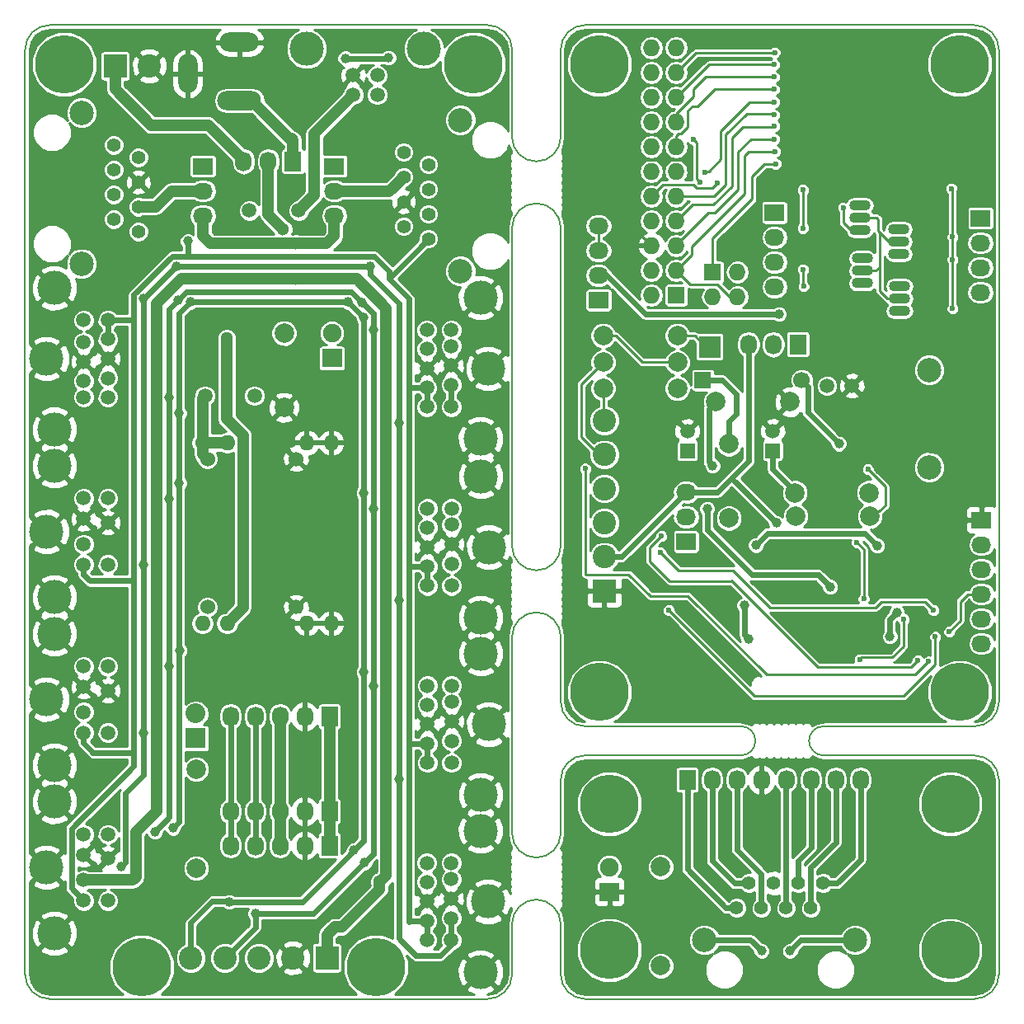
<source format=gbl>
G04 #@! TF.FileFunction,Copper,L2,Bot,Signal*
%FSLAX46Y46*%
G04 Gerber Fmt 4.6, Leading zero omitted, Abs format (unit mm)*
G04 Created by KiCad (PCBNEW 4.0.2+e4-6225~38~ubuntu14.04.1-stable) date Fri 24 Jun 2016 12:28:15 AM CEST*
%MOMM*%
G01*
G04 APERTURE LIST*
%ADD10C,0.100000*%
%ADD11C,0.150000*%
%ADD12R,1.727200X1.727200*%
%ADD13O,1.727200X1.727200*%
%ADD14C,6.000000*%
%ADD15C,1.500000*%
%ADD16C,3.500000*%
%ADD17C,1.400000*%
%ADD18C,2.500000*%
%ADD19R,2.032000X1.727200*%
%ADD20O,2.032000X1.727200*%
%ADD21R,1.727200X2.032000*%
%ADD22O,1.727200X2.032000*%
%ADD23C,2.400000*%
%ADD24R,2.400000X2.400000*%
%ADD25O,1.998980X4.000500*%
%ADD26O,4.000500X1.998980*%
%ADD27O,4.500880X1.998980*%
%ADD28C,1.501140*%
%ADD29R,1.500000X1.500000*%
%ADD30C,1.699260*%
%ADD31R,1.699260X1.699260*%
%ADD32C,2.499360*%
%ADD33R,2.032000X2.032000*%
%ADD34O,2.032000X2.032000*%
%ADD35C,1.998980*%
%ADD36R,2.000000X1.900000*%
%ADD37C,1.900000*%
%ADD38C,3.500120*%
%ADD39O,2.200000X1.100000*%
%ADD40R,2.235200X2.235200*%
%ADD41O,1.600000X1.600000*%
%ADD42C,1.524000*%
%ADD43C,1.000000*%
%ADD44C,1.300000*%
%ADD45C,0.600000*%
%ADD46C,0.600000*%
%ADD47C,1.200000*%
%ADD48C,0.250000*%
%ADD49C,0.254000*%
G04 APERTURE END LIST*
D10*
D11*
X167000000Y-126500000D02*
X167000000Y-146500000D01*
X167000000Y-118500000D02*
X167000000Y-51500000D01*
X122000000Y-112500000D02*
X122000000Y-118500000D01*
X122000000Y-126500000D02*
X122000000Y-132000000D01*
X117000000Y-69800000D02*
X117000000Y-102500000D01*
X122000000Y-102500000D02*
X122000000Y-69800000D01*
X117000000Y-112500000D02*
X117000000Y-111800000D01*
X122000000Y-112500000D02*
X122000000Y-111800000D01*
X117000000Y-146500000D02*
X117000000Y-141300000D01*
X122000000Y-141300000D02*
X122000000Y-146500000D01*
X117000000Y-129500000D02*
X117000000Y-132000000D01*
X117000000Y-112500000D02*
X117000000Y-129500000D01*
X117000000Y-102500000D02*
G75*
G03X119500000Y-105000000I2500000J0D01*
G01*
X119500000Y-105000000D02*
G75*
G03X122000000Y-102500000I0J2500000D01*
G01*
X119500000Y-109300000D02*
G75*
G03X117000000Y-111800000I0J-2500000D01*
G01*
X122000000Y-111800000D02*
G75*
G03X119500000Y-109300000I-2500000J0D01*
G01*
X149000000Y-124000000D02*
X164500000Y-124000000D01*
X167000000Y-126500000D02*
G75*
G03X164500000Y-124000000I-2500000J0D01*
G01*
X149000000Y-121000000D02*
X164500000Y-121000000D01*
X124500000Y-124000000D02*
X140500000Y-124000000D01*
X124500000Y-121000000D02*
X140500000Y-121000000D01*
X164500000Y-121000000D02*
G75*
G03X167000000Y-118500000I0J2500000D01*
G01*
X147500000Y-122500000D02*
G75*
G03X149000000Y-124000000I1500000J0D01*
G01*
X149000000Y-121000000D02*
G75*
G03X147500000Y-122500000I0J-1500000D01*
G01*
X140500000Y-124000000D02*
G75*
G03X142000000Y-122500000I0J1500000D01*
G01*
X142000000Y-122500000D02*
G75*
G03X140500000Y-121000000I-1500000J0D01*
G01*
X122000000Y-118500000D02*
G75*
G03X124500000Y-121000000I2500000J0D01*
G01*
X124500000Y-124000000D02*
G75*
G03X122000000Y-126500000I0J-2500000D01*
G01*
X119500000Y-67300000D02*
G75*
G03X117000000Y-69800000I0J-2500000D01*
G01*
X122000000Y-69800000D02*
G75*
G03X119500000Y-67300000I-2500000J0D01*
G01*
X117000000Y-132000000D02*
G75*
G03X119500000Y-134500000I2500000J0D01*
G01*
X119500000Y-134500000D02*
G75*
G03X122000000Y-132000000I0J2500000D01*
G01*
X122000000Y-60500000D02*
X122000000Y-51500000D01*
X119500000Y-63000000D02*
G75*
G03X122000000Y-60500000I0J2500000D01*
G01*
X117000000Y-60500000D02*
G75*
G03X119500000Y-63000000I2500000J0D01*
G01*
X124500000Y-49000000D02*
G75*
G03X122000000Y-51500000I0J-2500000D01*
G01*
X119500000Y-138800000D02*
G75*
G03X117000000Y-141300000I0J-2500000D01*
G01*
X122000000Y-141300000D02*
G75*
G03X119500000Y-138800000I-2500000J0D01*
G01*
X117000000Y-51500000D02*
X117000000Y-60500000D01*
X124500000Y-49000000D02*
X164500000Y-49000000D01*
X124500000Y-149000000D02*
X164500000Y-149000000D01*
X122000000Y-146500000D02*
G75*
G03X124500000Y-149000000I2500000J0D01*
G01*
X117000000Y-51500000D02*
G75*
G03X114500000Y-49000000I-2500000J0D01*
G01*
X114500000Y-149000000D02*
G75*
G03X117000000Y-146500000I0J2500000D01*
G01*
X67000000Y-146500000D02*
G75*
G03X69500000Y-149000000I2500000J0D01*
G01*
X164500000Y-149000000D02*
G75*
G03X167000000Y-146500000I0J2500000D01*
G01*
X69500000Y-49000000D02*
G75*
G03X67000000Y-51500000I0J-2500000D01*
G01*
X167000000Y-51500000D02*
G75*
G03X164500000Y-49000000I-2500000J0D01*
G01*
X67000000Y-146500000D02*
X67000000Y-51500000D01*
X69500000Y-149000000D02*
X114500000Y-149000000D01*
X69500000Y-49000000D02*
X114500000Y-49000000D01*
D12*
X133858000Y-76733400D03*
D13*
X131318000Y-76733400D03*
X133858000Y-74193400D03*
X131318000Y-74193400D03*
X133858000Y-71653400D03*
X131318000Y-71653400D03*
X133858000Y-69113400D03*
X131318000Y-69113400D03*
X133858000Y-66573400D03*
X131318000Y-66573400D03*
X133858000Y-64033400D03*
X131318000Y-64033400D03*
X133858000Y-61493400D03*
X131318000Y-61493400D03*
X133858000Y-58953400D03*
X131318000Y-58953400D03*
X133858000Y-56413400D03*
X131318000Y-56413400D03*
X133858000Y-53873400D03*
X131318000Y-53873400D03*
X133858000Y-51333400D03*
X131318000Y-51333400D03*
D14*
X162000000Y-129000000D03*
X163000000Y-117500000D03*
X126000000Y-53000000D03*
X163000000Y-53000000D03*
X126000000Y-117500000D03*
X162000000Y-144000000D03*
X127000000Y-129000000D03*
X127000000Y-144000000D03*
X103000000Y-145750000D03*
X113000000Y-53000000D03*
X79000000Y-145750000D03*
D15*
X110750000Y-136700000D03*
X110750000Y-138700000D03*
X110750000Y-140700000D03*
X110750000Y-135050000D03*
X108250000Y-137000000D03*
X108250000Y-139000000D03*
X110750000Y-142950000D03*
X108250000Y-135050000D03*
X108250000Y-141000000D03*
X108250000Y-142950000D03*
D16*
X113750000Y-146250000D03*
X114550000Y-139000000D03*
X113750000Y-131750000D03*
D15*
X110800000Y-118500000D03*
X110800000Y-120500000D03*
X110800000Y-122500000D03*
X110800000Y-116850000D03*
X108300000Y-118800000D03*
X108300000Y-120800000D03*
X110800000Y-124750000D03*
X108300000Y-116850000D03*
X108300000Y-122800000D03*
X108300000Y-124750000D03*
D16*
X113800000Y-128050000D03*
X114600000Y-120800000D03*
X113800000Y-113550000D03*
D15*
X110800000Y-100300000D03*
X110800000Y-102300000D03*
X110800000Y-104300000D03*
X110800000Y-98650000D03*
X108300000Y-100600000D03*
X108300000Y-102600000D03*
X110800000Y-106550000D03*
X108300000Y-98650000D03*
X108300000Y-104600000D03*
X108300000Y-106550000D03*
D16*
X113800000Y-109850000D03*
X114600000Y-102600000D03*
X113800000Y-95350000D03*
D15*
X110750000Y-81950000D03*
X110750000Y-83950000D03*
X110750000Y-85950000D03*
X110750000Y-80300000D03*
X108250000Y-82250000D03*
X108250000Y-84250000D03*
X110750000Y-88200000D03*
X108250000Y-80300000D03*
X108250000Y-86250000D03*
X108250000Y-88200000D03*
D16*
X113750000Y-91500000D03*
X114550000Y-84250000D03*
X113750000Y-77000000D03*
D15*
X73000000Y-85550000D03*
X73000000Y-83550000D03*
X73000000Y-81550000D03*
X73000000Y-87200000D03*
X75500000Y-85250000D03*
X75500000Y-83250000D03*
X73000000Y-79300000D03*
X75500000Y-87200000D03*
X75500000Y-81250000D03*
X75500000Y-79300000D03*
D16*
X70000000Y-76000000D03*
X69200000Y-83250000D03*
X70000000Y-90500000D03*
D15*
X73000000Y-119550000D03*
X73000000Y-116950000D03*
X73000000Y-121650000D03*
X73000000Y-114850000D03*
X75500000Y-121650000D03*
X75500000Y-117350000D03*
X75500000Y-114850000D03*
D16*
X70000000Y-111500000D03*
X69200000Y-118250000D03*
X70000000Y-125000000D03*
D15*
X73000000Y-136800000D03*
X73000000Y-134200000D03*
X73000000Y-138900000D03*
X73000000Y-132100000D03*
X75500000Y-138900000D03*
X75500000Y-134600000D03*
X75500000Y-132100000D03*
D16*
X70000000Y-128750000D03*
X69200000Y-135500000D03*
X70000000Y-142250000D03*
D17*
X76090000Y-63845000D03*
X76090000Y-61305000D03*
X78630000Y-62575000D03*
X78630000Y-65115000D03*
X76090000Y-66385000D03*
X78630000Y-67655000D03*
X76090000Y-68925000D03*
X78630000Y-70195000D03*
D18*
X72800000Y-58000000D03*
X72800000Y-73500000D03*
D17*
X108410000Y-68405000D03*
X108410000Y-70945000D03*
X105870000Y-69675000D03*
X105870000Y-67135000D03*
X108410000Y-65865000D03*
X105870000Y-64595000D03*
X108410000Y-63325000D03*
X105870000Y-62055000D03*
D18*
X111700000Y-74250000D03*
X111700000Y-58750000D03*
D19*
X85250000Y-63500000D03*
D20*
X85250000Y-66040000D03*
X85250000Y-68580000D03*
D19*
X98750000Y-63500000D03*
D20*
X98750000Y-66040000D03*
X98750000Y-68580000D03*
D14*
X71000000Y-53000000D03*
D21*
X98250000Y-133250000D03*
D22*
X95710000Y-133250000D03*
X93170000Y-133250000D03*
X90630000Y-133250000D03*
X88090000Y-133250000D03*
D23*
X94500000Y-144800000D03*
D24*
X98000000Y-144800000D03*
D23*
X91000000Y-144800000D03*
X87500000Y-144800000D03*
X84000000Y-144800000D03*
D25*
X83699020Y-54000120D03*
D26*
X89000000Y-50748920D03*
D27*
X89000000Y-56750940D03*
D17*
X142595000Y-139660000D03*
X140055000Y-139660000D03*
X141325000Y-137120000D03*
X143865000Y-137120000D03*
X145135000Y-139660000D03*
X146405000Y-137120000D03*
X147675000Y-139660000D03*
X148945000Y-137120000D03*
D18*
X136750000Y-142950000D03*
X152250000Y-142950000D03*
D21*
X135000000Y-126500000D03*
D22*
X137540000Y-126500000D03*
X140080000Y-126500000D03*
X142620000Y-126500000D03*
X145160000Y-126500000D03*
X147700000Y-126500000D03*
X150240000Y-126500000D03*
X152780000Y-126500000D03*
D21*
X98250000Y-129750000D03*
D22*
X95710000Y-129750000D03*
X93170000Y-129750000D03*
X90630000Y-129750000D03*
X88090000Y-129750000D03*
D21*
X98250000Y-120000000D03*
D22*
X95710000Y-120000000D03*
X93170000Y-120000000D03*
X90630000Y-120000000D03*
X88090000Y-120000000D03*
D23*
X79750000Y-53200000D03*
D24*
X76250000Y-53200000D03*
D21*
X94500000Y-63000000D03*
D22*
X91960000Y-63000000D03*
X89420000Y-63000000D03*
D28*
X149352000Y-86042500D03*
X151892000Y-86042500D03*
D29*
X143764000Y-92694000D03*
D15*
X143764000Y-90694000D03*
D29*
X135001000Y-92694000D03*
D15*
X135001000Y-90694000D03*
D30*
X146749020Y-85468460D03*
D31*
X136589020Y-85468460D03*
D15*
X73000000Y-102300000D03*
X73000000Y-99700000D03*
X73000000Y-104400000D03*
X73000000Y-97600000D03*
X75500000Y-104400000D03*
X75500000Y-100100000D03*
X75500000Y-97600000D03*
D16*
X70000000Y-94250000D03*
X69200000Y-101000000D03*
X70000000Y-107750000D03*
D32*
X159829500Y-84406740D03*
X159829500Y-94409260D03*
D19*
X165201600Y-99822000D03*
D20*
X165201600Y-102362000D03*
X165201600Y-104902000D03*
X165201600Y-107442000D03*
X165201600Y-109982000D03*
X165201600Y-112522000D03*
D23*
X126480800Y-103598800D03*
D24*
X126480800Y-107098800D03*
D23*
X126480800Y-100098800D03*
X126480800Y-96598800D03*
X126480800Y-93098800D03*
X126480800Y-89598800D03*
D33*
X84518500Y-122237500D03*
D34*
X84518500Y-119697500D03*
D35*
X153733500Y-99441000D03*
X146113500Y-99441000D03*
X137922000Y-87693500D03*
X145542000Y-87693500D03*
X139255500Y-99631500D03*
X139255500Y-92011500D03*
X146050000Y-97028000D03*
X153670000Y-97028000D03*
D36*
X98501200Y-83185000D03*
D37*
X98501200Y-80645000D03*
D35*
X93599000Y-80645000D03*
X93599000Y-88265000D03*
D28*
X90017600Y-68046600D03*
X95097600Y-68046600D03*
X90551000Y-87058500D03*
X85471000Y-87058500D03*
D35*
X84582000Y-135572500D03*
X84582000Y-125412500D03*
D28*
X103162100Y-54152800D03*
X100672900Y-54152800D03*
X100672900Y-56159400D03*
X103162100Y-56159400D03*
D38*
X107937300Y-51435000D03*
X95897700Y-51435000D03*
D36*
X127000000Y-138000000D03*
D37*
X127000000Y-135460000D03*
D35*
X132270500Y-135445500D03*
X132270500Y-145605500D03*
D21*
X146367500Y-81788000D03*
D22*
X143827500Y-81788000D03*
X141287500Y-81788000D03*
D19*
X125882400Y-77241400D03*
D20*
X125882400Y-74701400D03*
X125882400Y-72161400D03*
X125882400Y-69621400D03*
D19*
X134874000Y-102044500D03*
D20*
X134874000Y-99504500D03*
X134874000Y-96964500D03*
D39*
X152717500Y-67500500D03*
X152717500Y-68770500D03*
X152717500Y-70040500D03*
X156718000Y-69977000D03*
X156718000Y-71247000D03*
X156718000Y-72517000D03*
X152971500Y-72961500D03*
X152971500Y-74231500D03*
X152971500Y-75501500D03*
X156781500Y-75819000D03*
X156781500Y-77089000D03*
X156781500Y-78359000D03*
D12*
X137604500Y-74358500D03*
D13*
X140144500Y-74358500D03*
X137604500Y-76898500D03*
X140144500Y-76898500D03*
D40*
X137287000Y-82042000D03*
D35*
X133985000Y-80899000D03*
X126365000Y-80899000D03*
X133985000Y-83629500D03*
X126365000Y-83629500D03*
X126365000Y-86296500D03*
X133985000Y-86296500D03*
D19*
X143954500Y-68262500D03*
D20*
X143954500Y-70802500D03*
X143954500Y-73342500D03*
X143954500Y-75882500D03*
D19*
X165100000Y-68834000D03*
D20*
X165100000Y-71374000D03*
X165100000Y-73914000D03*
X165100000Y-76454000D03*
D41*
X85217000Y-91884500D03*
X87757000Y-91884500D03*
X95885000Y-91884500D03*
X98425000Y-91884500D03*
X85217000Y-110426500D03*
X87757000Y-110426500D03*
X95885000Y-110426500D03*
X98425000Y-110426500D03*
D42*
X94821000Y-93555500D03*
X94821000Y-108755500D03*
X85721000Y-93555500D03*
X85721000Y-108755500D03*
D43*
X79168543Y-121702067D03*
X79184500Y-104394000D03*
X82502490Y-73771011D03*
X102396820Y-73771011D03*
X76885800Y-135407400D03*
X79168512Y-77104989D03*
X105378478Y-89890600D03*
X105378478Y-108051600D03*
X105378478Y-126428500D03*
X82867500Y-113220500D03*
X83977282Y-77422490D03*
X100152482Y-77422490D03*
X82169000Y-131445000D03*
X82802499Y-96037400D03*
X82802499Y-88874600D03*
X101757011Y-79027019D03*
X101757011Y-97053400D03*
X101757011Y-115443000D03*
X100780980Y-133731000D03*
X87990000Y-139050000D03*
X82686692Y-77266800D03*
X101614221Y-77470000D03*
X81802488Y-114858800D03*
X80314800Y-131826000D03*
X81802488Y-97612200D03*
X81802488Y-87198200D03*
X102757022Y-80314800D03*
X102757022Y-98628200D03*
X102757022Y-116840000D03*
X90630000Y-140250020D03*
X101877980Y-135001000D03*
X83693000Y-71183500D03*
D44*
X87706200Y-81127600D03*
X93489654Y-69987480D03*
D43*
X145542000Y-144081500D03*
X142621000Y-144081500D03*
X104317800Y-52349400D03*
X99872800Y-52400200D03*
D45*
X158496000Y-105219500D03*
X160147000Y-110680500D03*
X135205403Y-63809979D03*
X128143000Y-64960500D03*
X128016000Y-67310000D03*
X128206500Y-63182500D03*
X147510500Y-112395000D03*
X148272500Y-111315500D03*
X156908500Y-105346500D03*
X153797000Y-105346500D03*
X152019000Y-106235500D03*
X149352000Y-108140500D03*
X150812500Y-108140500D03*
D43*
X150571200Y-91998800D03*
X141287500Y-112014000D03*
X140843000Y-108585000D03*
D45*
X160274000Y-109093000D03*
X132207000Y-103124000D03*
X132334000Y-101473000D03*
X158686500Y-114236500D03*
X161899600Y-111302800D03*
X160464500Y-111823500D03*
X133096000Y-109093000D03*
X124523500Y-94551500D03*
X159766000Y-114363500D03*
X152400000Y-102108000D03*
X153111200Y-107899200D03*
D43*
X137604500Y-94234000D03*
D45*
X152704800Y-114147600D03*
X157226000Y-110032800D03*
D43*
X144145000Y-100139500D03*
D44*
X94805500Y-75071022D03*
X94805500Y-71437500D03*
X80502477Y-119583200D03*
X80502477Y-102311200D03*
X80502477Y-85242400D03*
X104057033Y-82245200D03*
X104057033Y-100609400D03*
X104057033Y-118745000D03*
X103378000Y-136969500D03*
D45*
X144081500Y-63246000D03*
X144018000Y-61976000D03*
X143954500Y-60706000D03*
X143954500Y-59372500D03*
X136304339Y-65112573D03*
X135646626Y-60747883D03*
X143954500Y-58229500D03*
X138112500Y-65214500D03*
X136842500Y-64135000D03*
X143954500Y-56896000D03*
X143916400Y-55600600D03*
X143916400Y-54330600D03*
X143941800Y-53060600D03*
X143967200Y-51816000D03*
D43*
X149669500Y-106680000D03*
X137033000Y-98679000D03*
X155803600Y-111760000D03*
X156514800Y-109321600D03*
X142036800Y-102412800D03*
X154482800Y-102463600D03*
D45*
X162242500Y-73088500D03*
X162242500Y-78105000D03*
X162242500Y-70739000D03*
X162115500Y-65786000D03*
D43*
X144399000Y-78676500D03*
D45*
X146875500Y-65913000D03*
X146875500Y-69850000D03*
X146939000Y-75819000D03*
X146875500Y-74104500D03*
X153543000Y-94615000D03*
X151003000Y-67754500D03*
D46*
X110750000Y-85950000D02*
X110750000Y-88200000D01*
X110750000Y-142950000D02*
X110750000Y-140700000D01*
X105378478Y-142779978D02*
X107124500Y-144526000D01*
X105378478Y-126428500D02*
X105378478Y-142779978D01*
X109664500Y-144526000D02*
X110750000Y-143440500D01*
X107124500Y-144526000D02*
X109664500Y-144526000D01*
X110750000Y-143440500D02*
X110750000Y-142950000D01*
X79168543Y-121702067D02*
X79168543Y-104409957D01*
X79168543Y-104409957D02*
X79184500Y-104394000D01*
X79168512Y-77104989D02*
X79168512Y-104378012D01*
X79168512Y-104378012D02*
X79184500Y-104394000D01*
X79184500Y-104394000D02*
X79168511Y-104394000D01*
X79168511Y-104394000D02*
X79184500Y-104394000D01*
X101689714Y-73771011D02*
X102396820Y-73771011D01*
X102396820Y-74478117D02*
X102396820Y-73771011D01*
X102396820Y-74575613D02*
X102396820Y-74478117D01*
X105378478Y-77557271D02*
X102396820Y-74575613D01*
X82502490Y-73771011D02*
X101689714Y-73771011D01*
X105378478Y-89890600D02*
X105378478Y-77557271D01*
X79168512Y-77104989D02*
X82502490Y-73771011D01*
X79168511Y-125999989D02*
X79168543Y-121702067D01*
X78295500Y-126873000D02*
X79168511Y-125999989D01*
X78295500Y-126885700D02*
X77266800Y-127914400D01*
X78295500Y-126873000D02*
X78295500Y-126885700D01*
X77266800Y-135026400D02*
X76885800Y-135407400D01*
X77266800Y-127914400D02*
X77266800Y-135026400D01*
X105378478Y-89890600D02*
X105378478Y-108051600D01*
X105378478Y-108051600D02*
X105378478Y-126428500D01*
X82802499Y-113155499D02*
X82802499Y-113131600D01*
X82867500Y-113220500D02*
X82802499Y-113155499D01*
X82802499Y-96037400D02*
X82802499Y-113131600D01*
X82802499Y-113131600D02*
X82802499Y-129795501D01*
X82802499Y-129795501D02*
X82802499Y-130811501D01*
X82802499Y-130811501D02*
X82169000Y-131445000D01*
X82802499Y-78597273D02*
X82802499Y-96037400D01*
X101757011Y-115443000D02*
X101757011Y-97053400D01*
X101757011Y-97053400D02*
X101757011Y-79027019D01*
X101757011Y-132754969D02*
X101757011Y-115443000D01*
X83977282Y-77422490D02*
X82802499Y-78597273D01*
X100152482Y-77422490D02*
X83977282Y-77422490D01*
X101757011Y-79027019D02*
X100152482Y-77422490D01*
X100780980Y-133731000D02*
X101757011Y-132754969D01*
X100280981Y-134230999D02*
X100780980Y-133731000D01*
X95461980Y-139050000D02*
X100280981Y-134230999D01*
X87990000Y-139050000D02*
X95461980Y-139050000D01*
X87990000Y-139050000D02*
X87990000Y-139000000D01*
X87990000Y-139000000D02*
X87990000Y-139050000D01*
X87990000Y-139050000D02*
X87990000Y-139000000D01*
X84000000Y-144800000D02*
X84000000Y-141200000D01*
X86200000Y-139000000D02*
X87990000Y-139000000D01*
X84000000Y-141200000D02*
X86200000Y-139000000D01*
X88090000Y-129750000D02*
X88090000Y-120000000D01*
X88090000Y-133250000D02*
X88090000Y-129750000D01*
X83582459Y-76371033D02*
X82686692Y-77266800D01*
X82686692Y-77266800D02*
X81802488Y-78151004D01*
X102757022Y-78612801D02*
X101614221Y-77470000D01*
X101614221Y-77470000D02*
X100515254Y-76371033D01*
X81802488Y-87198200D02*
X81802488Y-114858800D01*
X81802488Y-114858800D02*
X81802488Y-128636512D01*
X81802488Y-128636512D02*
X81802488Y-130338312D01*
X81802488Y-130338312D02*
X80314800Y-131826000D01*
X81802488Y-78151004D02*
X81802488Y-87198200D01*
X102757022Y-134121958D02*
X102757022Y-80314800D01*
X102757022Y-80314800D02*
X102757022Y-78612801D01*
X101877980Y-135001000D02*
X102757022Y-134121958D01*
X100515254Y-76371033D02*
X83582459Y-76371033D01*
X90630000Y-140957126D02*
X90630000Y-140250020D01*
X101877980Y-135001000D02*
X96628960Y-140250020D01*
X96628960Y-140250020D02*
X91337106Y-140250020D01*
X90630000Y-141670000D02*
X90630000Y-140957126D01*
X91337106Y-140250020D02*
X90630000Y-140250020D01*
X87500000Y-144800000D02*
X90630000Y-141670000D01*
X90630000Y-129750000D02*
X90630000Y-120000000D01*
X90630000Y-133250000D02*
X90630000Y-129750000D01*
X108250000Y-141000000D02*
X108250000Y-142950000D01*
X108250000Y-141000000D02*
X106456978Y-141000000D01*
X106456978Y-141000000D02*
X106378489Y-141078489D01*
X83693000Y-72771000D02*
X83693000Y-71183500D01*
X78168501Y-76690772D02*
X78168501Y-79273400D01*
X82088273Y-72771000D02*
X78168501Y-76690772D01*
X104343200Y-74237389D02*
X102876811Y-72771000D01*
X104343200Y-75069700D02*
X104343200Y-74237389D01*
X102876811Y-72771000D02*
X83693000Y-72771000D01*
X83693000Y-72771000D02*
X82088273Y-72771000D01*
X106378489Y-77104989D02*
X104343200Y-75069700D01*
X108410000Y-70945000D02*
X107710001Y-71644999D01*
X107710001Y-71644999D02*
X107710001Y-71702899D01*
X107710001Y-71702899D02*
X104343200Y-75069700D01*
X73000000Y-121650000D02*
X73000000Y-122710660D01*
X73000000Y-122710660D02*
X73939400Y-123650060D01*
X73939400Y-123650060D02*
X73939400Y-123698000D01*
X75048000Y-123698000D02*
X73939400Y-123698000D01*
X78168501Y-123698000D02*
X78168501Y-120332500D01*
X78168501Y-125107699D02*
X78168501Y-123698000D01*
X78168501Y-123698000D02*
X75048000Y-123698000D01*
X71749999Y-131526201D02*
X78168501Y-125107699D01*
X73000000Y-138900000D02*
X71749999Y-137649999D01*
X71749999Y-137649999D02*
X71749999Y-131526201D01*
X78168501Y-79273400D02*
X78168501Y-106070400D01*
X78168501Y-106070400D02*
X78168501Y-120332500D01*
X73000000Y-104400000D02*
X73000000Y-105460660D01*
X73000000Y-105460660D02*
X73609740Y-106070400D01*
X73609740Y-106070400D02*
X78168501Y-106070400D01*
X75500000Y-79300000D02*
X75500000Y-81250000D01*
X75500000Y-79300000D02*
X78141901Y-79300000D01*
X78141901Y-79300000D02*
X78168501Y-79273400D01*
X108250000Y-86250000D02*
X108250000Y-88200000D01*
X106378489Y-104571800D02*
X106378489Y-86258400D01*
X106378489Y-86258400D02*
X106378489Y-77104989D01*
X107189340Y-86250000D02*
X107180940Y-86258400D01*
X108250000Y-86250000D02*
X107189340Y-86250000D01*
X107180940Y-86258400D02*
X106378489Y-86258400D01*
X108300000Y-104600000D02*
X108300000Y-106550000D01*
X108300000Y-122800000D02*
X108300000Y-124750000D01*
X108300000Y-104600000D02*
X106406689Y-104600000D01*
X106406689Y-104600000D02*
X106378489Y-104571800D01*
X106378489Y-122745500D02*
X106378489Y-104571800D01*
X106378489Y-141078489D02*
X106378489Y-122745500D01*
X108300000Y-122800000D02*
X106432989Y-122800000D01*
X106432989Y-122800000D02*
X106378489Y-122745500D01*
D47*
X82042000Y-66040000D02*
X80427000Y-67655000D01*
X80427000Y-67655000D02*
X78630000Y-67655000D01*
X85250000Y-66040000D02*
X82042000Y-66040000D01*
X105870000Y-64595000D02*
X104425000Y-66040000D01*
X104425000Y-66040000D02*
X98750000Y-66040000D01*
X87757000Y-110426500D02*
X89357001Y-108826499D01*
X89357001Y-108826499D02*
X89357001Y-91116499D01*
X89357001Y-91116499D02*
X87706200Y-89465698D01*
X87706200Y-89465698D02*
X87706200Y-81127600D01*
X93170000Y-129750000D02*
X93170000Y-120000000D01*
X93170000Y-133250000D02*
X93170000Y-129750000D01*
X96672400Y-66471800D02*
X96672400Y-60159900D01*
X96672400Y-60159900D02*
X100672900Y-56159400D01*
X95097600Y-68046600D02*
X96672400Y-66471800D01*
X92839655Y-69337481D02*
X93489654Y-69987480D01*
X91960000Y-63000000D02*
X91960000Y-68457826D01*
X91960000Y-68457826D02*
X92839655Y-69337481D01*
X85217000Y-91884500D02*
X85217000Y-93051500D01*
X85217000Y-93051500D02*
X85721000Y-93555500D01*
X85217000Y-91884500D02*
X87757000Y-91884500D01*
X85217000Y-91884500D02*
X85217000Y-87312500D01*
X85217000Y-87312500D02*
X85471000Y-87058500D01*
D46*
X142595000Y-139660000D02*
X142595000Y-136195000D01*
X140080000Y-133680000D02*
X140080000Y-126500000D01*
X142595000Y-136195000D02*
X140080000Y-133680000D01*
X140055000Y-139660000D02*
X138960000Y-139660000D01*
X135000000Y-135700000D02*
X135000000Y-126500000D01*
X138960000Y-139660000D02*
X135000000Y-135700000D01*
X141325000Y-137120000D02*
X139820000Y-137120000D01*
X137540000Y-134840000D02*
X137540000Y-126500000D01*
X139820000Y-137120000D02*
X137540000Y-134840000D01*
X145135000Y-139660000D02*
X145135000Y-126525000D01*
X145135000Y-126525000D02*
X145160000Y-126500000D01*
X146405000Y-137120000D02*
X146405000Y-134795000D01*
X147700000Y-133500000D02*
X147700000Y-126500000D01*
X146405000Y-134795000D02*
X147700000Y-133500000D01*
X150240000Y-126500000D02*
X150240000Y-132960000D01*
X147675000Y-135525000D02*
X147675000Y-139660000D01*
X150240000Y-132960000D02*
X147675000Y-135525000D01*
X148945000Y-137120000D02*
X150380000Y-137120000D01*
X152780000Y-134720000D02*
X152780000Y-126500000D01*
X150380000Y-137120000D02*
X152780000Y-134720000D01*
X136750000Y-142950000D02*
X141489500Y-142950000D01*
X146673500Y-142950000D02*
X152250000Y-142950000D01*
X145542000Y-144081500D02*
X146673500Y-142950000D01*
X141489500Y-142950000D02*
X142621000Y-144081500D01*
D47*
X79933600Y-59283600D02*
X85856000Y-59283600D01*
X85856000Y-59283600D02*
X89420000Y-62847600D01*
X89420000Y-62847600D02*
X89420000Y-63000000D01*
X76250000Y-53200000D02*
X76250000Y-55600000D01*
X76250000Y-55600000D02*
X79933600Y-59283600D01*
D46*
X99872800Y-52400200D02*
X104267000Y-52400200D01*
X104267000Y-52400200D02*
X104317800Y-52349400D01*
D48*
X161099500Y-107823000D02*
X158496000Y-105219500D01*
X161099500Y-109728000D02*
X161099500Y-107823000D01*
X160147000Y-110680500D02*
X161099500Y-109728000D01*
X128206500Y-63182500D02*
X128544201Y-62844799D01*
X128544201Y-62844799D02*
X134664487Y-62844799D01*
X134664487Y-62844799D02*
X135205403Y-63385715D01*
X135205403Y-63385715D02*
X135205403Y-63809979D01*
X128143000Y-64960500D02*
X128143000Y-63246000D01*
X128143000Y-63246000D02*
X128206500Y-63182500D01*
X131318000Y-71653400D02*
X128016000Y-68351400D01*
X128016000Y-68351400D02*
X128016000Y-67310000D01*
X147510500Y-112395000D02*
X148272500Y-111633000D01*
X148272500Y-111633000D02*
X148272500Y-111315500D01*
X156908500Y-105346500D02*
X153797000Y-105346500D01*
X152019000Y-106235500D02*
X150812500Y-107442000D01*
X150812500Y-107442000D02*
X150812500Y-108140500D01*
X150812500Y-108140500D02*
X149352000Y-108140500D01*
D46*
X147370800Y-86090240D02*
X146749020Y-85468460D01*
X147370800Y-88798400D02*
X147370800Y-86090240D01*
X150571200Y-91998800D02*
X147370800Y-88798400D01*
X141287500Y-112014000D02*
X140906500Y-111633000D01*
X140906500Y-111633000D02*
X140906500Y-108648500D01*
X140906500Y-108648500D02*
X140843000Y-108585000D01*
D48*
X150812500Y-108839000D02*
X143510000Y-108839000D01*
X160274000Y-109093000D02*
X159385000Y-108204000D01*
X159385000Y-108204000D02*
X154940000Y-108204000D01*
X154940000Y-108204000D02*
X154305000Y-108839000D01*
X154305000Y-108839000D02*
X150812500Y-108839000D01*
X134112000Y-105029000D02*
X132207000Y-103124000D01*
X139700000Y-105029000D02*
X134112000Y-105029000D01*
X143510000Y-108839000D02*
X139700000Y-105029000D01*
X139573000Y-106108500D02*
X133159500Y-106108500D01*
X131127500Y-102679500D02*
X132334000Y-101473000D01*
X131127500Y-104076500D02*
X131127500Y-102679500D01*
X133159500Y-106108500D02*
X131127500Y-104076500D01*
X148399500Y-114935000D02*
X139573000Y-106108500D01*
X139573000Y-106108500D02*
X139509500Y-106045000D01*
X157988000Y-114935000D02*
X148399500Y-114935000D01*
X158686500Y-114236500D02*
X157988000Y-114935000D01*
X163779200Y-107442000D02*
X165201600Y-107442000D01*
X163017200Y-108204000D02*
X163779200Y-107442000D01*
X163017200Y-110185200D02*
X163017200Y-108204000D01*
X161899600Y-111302800D02*
X163017200Y-110185200D01*
X149161500Y-117919500D02*
X157226000Y-117919500D01*
X160464500Y-114681000D02*
X160464500Y-111823500D01*
X157226000Y-117919500D02*
X160464500Y-114681000D01*
X141922500Y-117919500D02*
X149161500Y-117919500D01*
X149161500Y-117919500D02*
X149225000Y-117919500D01*
X133096000Y-109093000D02*
X141922500Y-117919500D01*
X126480800Y-93098800D02*
X125864800Y-93098800D01*
X125864800Y-93098800D02*
X124079000Y-91313000D01*
X124079000Y-91313000D02*
X124079000Y-85915500D01*
X124079000Y-85915500D02*
X126365000Y-83629500D01*
X124523500Y-105410000D02*
X124523500Y-94551500D01*
X131191000Y-107632500D02*
X128968500Y-105410000D01*
X128968500Y-105410000D02*
X124523500Y-105410000D01*
X152209500Y-115697000D02*
X143129000Y-115697000D01*
X143129000Y-115697000D02*
X135064500Y-107632500D01*
X135064500Y-107632500D02*
X131191000Y-107632500D01*
X158432500Y-115697000D02*
X152209500Y-115697000D01*
X152209500Y-115697000D02*
X152082500Y-115697000D01*
X159766000Y-114363500D02*
X158432500Y-115697000D01*
X126365000Y-86296500D02*
X126365000Y-89483000D01*
X126365000Y-89483000D02*
X126480800Y-89598800D01*
X152400000Y-102108000D02*
X153111200Y-102819200D01*
X153111200Y-102819200D02*
X153111200Y-107899200D01*
D46*
X137223500Y-93853000D02*
X137223500Y-88392000D01*
X137604500Y-94234000D02*
X137223500Y-93853000D01*
X137223500Y-88392000D02*
X137922000Y-87693500D01*
D48*
X152704800Y-114147600D02*
X152908000Y-113944400D01*
X152908000Y-113944400D02*
X156057600Y-113944400D01*
X156057600Y-113944400D02*
X157226000Y-112776000D01*
X157226000Y-112776000D02*
X157226000Y-110032800D01*
D47*
X94180610Y-60680600D02*
X94396600Y-60680600D01*
X94396600Y-60680600D02*
X94500000Y-60784000D01*
X94500000Y-60784000D02*
X94500000Y-63000000D01*
X89000000Y-56750940D02*
X90250950Y-56750940D01*
X90250950Y-56750940D02*
X94180610Y-60680600D01*
D46*
X139636500Y-95631000D02*
X139636500Y-95440500D01*
X144145000Y-100139500D02*
X139636500Y-95631000D01*
X134874000Y-96964500D02*
X138112500Y-96964500D01*
X141287500Y-93789500D02*
X141287500Y-81788000D01*
X138112500Y-96964500D02*
X139636500Y-95440500D01*
X139636500Y-95440500D02*
X141287500Y-93789500D01*
X126480800Y-103598800D02*
X128239700Y-103598800D01*
X128239700Y-103598800D02*
X134874000Y-96964500D01*
D47*
X94805500Y-71437500D02*
X97980500Y-71437500D01*
X86043900Y-71437500D02*
X94805500Y-71437500D01*
X97980500Y-71437500D02*
X98750000Y-70668000D01*
X98750000Y-70668000D02*
X98750000Y-68580000D01*
X85250000Y-68580000D02*
X85250000Y-70643600D01*
X85250000Y-70643600D02*
X86043900Y-71437500D01*
X74060660Y-136800000D02*
X73000000Y-136800000D01*
X78366811Y-136466389D02*
X78033200Y-136800000D01*
X78033200Y-136800000D02*
X74060660Y-136800000D01*
X80502477Y-129714319D02*
X78366811Y-131849985D01*
X78366811Y-131849985D02*
X78366811Y-136466389D01*
X80502477Y-102311200D02*
X80502477Y-129714319D01*
X80502477Y-77612522D02*
X80502477Y-102311200D01*
X104057033Y-118745000D02*
X104057033Y-100609400D01*
X104057033Y-100609400D02*
X104057033Y-78074319D01*
X104057033Y-136353967D02*
X104057033Y-118745000D01*
X101053736Y-75071022D02*
X83043977Y-75071022D01*
X83043977Y-75071022D02*
X80502477Y-77612522D01*
X104057033Y-78074319D02*
X101053736Y-75071022D01*
X103378000Y-137033000D02*
X104057033Y-136353967D01*
X98250000Y-133250000D02*
X98250000Y-133097600D01*
X103441500Y-137033000D02*
X103378000Y-137033000D01*
X103378000Y-136969500D02*
X103441500Y-137033000D01*
X103378000Y-137795000D02*
X103378000Y-137033000D01*
X99568000Y-141605000D02*
X103378000Y-137795000D01*
X98795000Y-141605000D02*
X99568000Y-141605000D01*
X98000000Y-144800000D02*
X98000000Y-142400000D01*
X98000000Y-142400000D02*
X98795000Y-141605000D01*
X98250000Y-129750000D02*
X98250000Y-120000000D01*
X98250000Y-133250000D02*
X98250000Y-129750000D01*
X98902400Y-68580000D02*
X98750000Y-68580000D01*
D46*
X98000000Y-133500000D02*
X98250000Y-133250000D01*
X139255500Y-92011500D02*
X139255500Y-89687498D01*
X138554460Y-85468460D02*
X136589020Y-85468460D01*
X140017500Y-86931500D02*
X138554460Y-85468460D01*
X140017500Y-88925498D02*
X140017500Y-86931500D01*
X139255500Y-89687498D02*
X140017500Y-88925498D01*
D48*
X137604500Y-74358500D02*
X137604500Y-70929500D01*
X142938500Y-63246000D02*
X144081500Y-63246000D01*
X141668500Y-64516000D02*
X142938500Y-63246000D01*
X141668500Y-66865500D02*
X141668500Y-64516000D01*
X137604500Y-70929500D02*
X141668500Y-66865500D01*
X140144500Y-76898500D02*
X139382500Y-76898500D01*
X139382500Y-76898500D02*
X138112500Y-75628500D01*
X138112500Y-75628500D02*
X135293100Y-75628500D01*
X135293100Y-75628500D02*
X133858000Y-74193400D01*
X135445500Y-72605900D02*
X133858000Y-74193400D01*
X135445500Y-71755000D02*
X135445500Y-72605900D01*
X140843000Y-66357500D02*
X135445500Y-71755000D01*
X140843000Y-62420500D02*
X140843000Y-66357500D01*
X141287500Y-61976000D02*
X140843000Y-62420500D01*
X144018000Y-61976000D02*
X141287500Y-61976000D01*
X133858000Y-71653400D02*
X133858000Y-71564500D01*
X133858000Y-71564500D02*
X137160000Y-68262500D01*
X137160000Y-68262500D02*
X137858500Y-68262500D01*
X137858500Y-68262500D02*
X140208000Y-65913000D01*
X140208000Y-65913000D02*
X140208000Y-62039500D01*
X140208000Y-62039500D02*
X141541500Y-60706000D01*
X141541500Y-60706000D02*
X143954500Y-60706000D01*
X143954500Y-59372500D02*
X143891000Y-59436000D01*
X143891000Y-59436000D02*
X140716000Y-59436000D01*
X140716000Y-59436000D02*
X139573000Y-60579000D01*
X139573000Y-60579000D02*
X139573000Y-65532000D01*
X139573000Y-65532000D02*
X137668000Y-67437000D01*
X137668000Y-67437000D02*
X135534400Y-67437000D01*
X135534400Y-67437000D02*
X133858000Y-69113400D01*
X135946625Y-61047882D02*
X135946625Y-64754859D01*
X135646626Y-60747883D02*
X135946625Y-61047882D01*
X136004340Y-64812574D02*
X136304339Y-65112573D01*
X135946625Y-64754859D02*
X136004340Y-64812574D01*
X137769600Y-66573400D02*
X133858000Y-66573400D01*
X138938000Y-65405000D02*
X137769600Y-66573400D01*
X138938000Y-60261500D02*
X138938000Y-65405000D01*
X141097000Y-58102500D02*
X138938000Y-60261500D01*
X143827500Y-58102500D02*
X141097000Y-58102500D01*
X143954500Y-58229500D02*
X143827500Y-58102500D01*
X138112500Y-65214500D02*
X137589425Y-65737575D01*
X137589425Y-65737575D02*
X136004337Y-65737575D01*
X132181599Y-65709801D02*
X131318000Y-66573400D01*
X135641493Y-65374731D02*
X132516669Y-65374731D01*
X132516669Y-65374731D02*
X132181599Y-65709801D01*
X136004337Y-65737575D02*
X135641493Y-65374731D01*
X137198100Y-64033400D02*
X136944100Y-64033400D01*
X136944100Y-64033400D02*
X136842500Y-64135000D01*
X141351000Y-56896000D02*
X143954500Y-56896000D01*
X141351000Y-56959500D02*
X141351000Y-56896000D01*
X138430000Y-59880500D02*
X141351000Y-56959500D01*
X138430000Y-62801500D02*
X138430000Y-59880500D01*
X137198100Y-64033400D02*
X138430000Y-62801500D01*
X133858000Y-64033400D02*
X134213600Y-64033400D01*
X133858000Y-61493400D02*
X133858000Y-60388500D01*
X137795000Y-55600600D02*
X143916400Y-55600600D01*
X136074001Y-57321599D02*
X137795000Y-55600600D01*
X135527901Y-57321599D02*
X136074001Y-57321599D01*
X135064500Y-57785000D02*
X135527901Y-57321599D01*
X135064500Y-59436000D02*
X135064500Y-57785000D01*
X134366000Y-60134500D02*
X135064500Y-59436000D01*
X134112000Y-60134500D02*
X134366000Y-60134500D01*
X133858000Y-60388500D02*
X134112000Y-60134500D01*
X133858000Y-61493400D02*
X133858000Y-61087000D01*
X133858000Y-58953400D02*
X133858000Y-58115200D01*
X133858000Y-58115200D02*
X135623999Y-56349201D01*
X135623999Y-56349201D02*
X135623999Y-55561801D01*
X135623999Y-55561801D02*
X136855200Y-54330600D01*
X136855200Y-54330600D02*
X143916400Y-54330600D01*
X137236200Y-53035200D02*
X133858000Y-56413400D01*
X143916400Y-53035200D02*
X137236200Y-53035200D01*
X143941800Y-53060600D02*
X143916400Y-53035200D01*
X135890000Y-51841400D02*
X133858000Y-53873400D01*
X143941800Y-51841400D02*
X135890000Y-51841400D01*
X143967200Y-51816000D02*
X143941800Y-51841400D01*
D46*
X146050000Y-97028000D02*
X146050000Y-96926400D01*
X146050000Y-96926400D02*
X143764000Y-94640400D01*
X143764000Y-94640400D02*
X143764000Y-92694000D01*
X149669500Y-106680000D02*
X148463000Y-105473500D01*
X148463000Y-105473500D02*
X141668500Y-105473500D01*
X141668500Y-105473500D02*
X137033000Y-100838000D01*
X137033000Y-100838000D02*
X137033000Y-98679000D01*
X155803600Y-110032800D02*
X155803600Y-111760000D01*
X156514800Y-109321600D02*
X155803600Y-110032800D01*
X143256000Y-101193600D02*
X142036800Y-102412800D01*
X153212800Y-101193600D02*
X143256000Y-101193600D01*
X154482800Y-102463600D02*
X153212800Y-101193600D01*
D48*
X162242500Y-72961500D02*
X162242500Y-73088500D01*
X162242500Y-70739000D02*
X162242500Y-72961500D01*
X162242500Y-72961500D02*
X162242500Y-78105000D01*
X162242500Y-65913000D02*
X162242500Y-70739000D01*
X162115500Y-65786000D02*
X162242500Y-65913000D01*
D46*
X140843000Y-78676500D02*
X144399000Y-78676500D01*
X130683000Y-78676500D02*
X140843000Y-78676500D01*
X126707900Y-74701400D02*
X130683000Y-78676500D01*
X125882400Y-74701400D02*
X126707900Y-74701400D01*
D48*
X146875500Y-69850000D02*
X146875500Y-65913000D01*
X146939000Y-75819000D02*
X146875500Y-75755500D01*
X146875500Y-75755500D02*
X146875500Y-74104500D01*
X154749500Y-73850500D02*
X154749500Y-76327000D01*
X155511500Y-77089000D02*
X156781500Y-77089000D01*
X154749500Y-76327000D02*
X155511500Y-77089000D01*
X152971500Y-74231500D02*
X154368500Y-74231500D01*
X154749500Y-73850500D02*
X154749500Y-70294500D01*
X154368500Y-74231500D02*
X154749500Y-73850500D01*
X156718000Y-71247000D02*
X155702000Y-71247000D01*
X155702000Y-71247000D02*
X154749500Y-70294500D01*
X154749500Y-70294500D02*
X154622500Y-70167500D01*
X154622500Y-70167500D02*
X154622500Y-68961000D01*
X154622500Y-68961000D02*
X154432000Y-68770500D01*
X154432000Y-68770500D02*
X152717500Y-68770500D01*
X125882400Y-72161400D02*
X125882400Y-69621400D01*
X153733500Y-99441000D02*
X154076400Y-99441000D01*
X154076400Y-99441000D02*
X155321000Y-98361500D01*
X155321000Y-98361500D02*
X155321000Y-96393000D01*
X155321000Y-96393000D02*
X153543000Y-94615000D01*
X126365000Y-80899000D02*
X127635000Y-80899000D01*
X130365500Y-83629500D02*
X133985000Y-83629500D01*
X127635000Y-80899000D02*
X130365500Y-83629500D01*
X137287000Y-82042000D02*
X136906000Y-82042000D01*
X136906000Y-82042000D02*
X135763000Y-80899000D01*
X135763000Y-80899000D02*
X133985000Y-80899000D01*
X152717500Y-70040500D02*
X151765000Y-70040500D01*
X151765000Y-70040500D02*
X151003000Y-69278500D01*
X151003000Y-69278500D02*
X151003000Y-67754500D01*
D49*
G36*
X148172632Y-124264967D02*
X148172634Y-124264969D01*
X148337014Y-124333057D01*
X148911039Y-124447238D01*
X148955950Y-124447238D01*
X149000000Y-124456000D01*
X164455089Y-124456000D01*
X165278787Y-124619844D01*
X165939009Y-125060991D01*
X166380156Y-125721213D01*
X166544000Y-126544911D01*
X166544000Y-146455089D01*
X166380156Y-147278787D01*
X165939009Y-147939009D01*
X165278787Y-148380156D01*
X164455089Y-148544000D01*
X124544911Y-148544000D01*
X123721213Y-148380156D01*
X123060991Y-147939009D01*
X122619844Y-147278787D01*
X122456000Y-146455089D01*
X122456000Y-144669572D01*
X123618414Y-144669572D01*
X124132056Y-145912681D01*
X125082317Y-146864601D01*
X126324527Y-147380412D01*
X127669572Y-147381586D01*
X128912681Y-146867944D01*
X129864601Y-145917683D01*
X129880708Y-145878892D01*
X130889771Y-145878892D01*
X131099495Y-146386463D01*
X131487494Y-146775140D01*
X131994699Y-146985749D01*
X132543892Y-146986229D01*
X133051463Y-146776505D01*
X133440140Y-146388506D01*
X133650749Y-145881301D01*
X133651229Y-145332108D01*
X133441505Y-144824537D01*
X133053506Y-144435860D01*
X132546301Y-144225251D01*
X131997108Y-144224771D01*
X131489537Y-144434495D01*
X131100860Y-144822494D01*
X130890251Y-145329699D01*
X130889771Y-145878892D01*
X129880708Y-145878892D01*
X130380412Y-144675473D01*
X130381586Y-143330428D01*
X130357859Y-143273003D01*
X135118718Y-143273003D01*
X135366499Y-143872680D01*
X135824907Y-144331888D01*
X136424151Y-144580716D01*
X137073003Y-144581282D01*
X137574297Y-144374152D01*
X137085387Y-144862209D01*
X136779349Y-145599231D01*
X136778652Y-146397268D01*
X137083404Y-147134823D01*
X137647209Y-147699613D01*
X138384231Y-148005651D01*
X139182268Y-148006348D01*
X139919823Y-147701596D01*
X140484613Y-147137791D01*
X140790651Y-146400769D01*
X140791348Y-145602732D01*
X140486596Y-144865177D01*
X139922791Y-144300387D01*
X139185769Y-143994349D01*
X138387732Y-143993652D01*
X137748560Y-144257753D01*
X138131888Y-143875093D01*
X138233244Y-143631000D01*
X141207420Y-143631000D01*
X141739928Y-144163507D01*
X141739847Y-144255973D01*
X141873689Y-144579895D01*
X142121302Y-144827940D01*
X142444989Y-144962347D01*
X142795473Y-144962653D01*
X143119395Y-144828811D01*
X143367440Y-144581198D01*
X143501847Y-144257511D01*
X143501848Y-144255973D01*
X144660847Y-144255973D01*
X144794689Y-144579895D01*
X145042302Y-144827940D01*
X145365989Y-144962347D01*
X145716473Y-144962653D01*
X146040395Y-144828811D01*
X146288440Y-144581198D01*
X146422847Y-144257511D01*
X146422929Y-144163651D01*
X146955579Y-143631000D01*
X150766639Y-143631000D01*
X150866499Y-143872680D01*
X151251456Y-144258309D01*
X150615769Y-143994349D01*
X149817732Y-143993652D01*
X149080177Y-144298404D01*
X148515387Y-144862209D01*
X148209349Y-145599231D01*
X148208652Y-146397268D01*
X148513404Y-147134823D01*
X149077209Y-147699613D01*
X149814231Y-148005651D01*
X150612268Y-148006348D01*
X151349823Y-147701596D01*
X151914613Y-147137791D01*
X152220651Y-146400769D01*
X152221348Y-145602732D01*
X151916596Y-144865177D01*
X151721332Y-144669572D01*
X158618414Y-144669572D01*
X159132056Y-145912681D01*
X160082317Y-146864601D01*
X161324527Y-147380412D01*
X162669572Y-147381586D01*
X163912681Y-146867944D01*
X164864601Y-145917683D01*
X165380412Y-144675473D01*
X165381586Y-143330428D01*
X164867944Y-142087319D01*
X163917683Y-141135399D01*
X162675473Y-140619588D01*
X161330428Y-140618414D01*
X160087319Y-141132056D01*
X159135399Y-142082317D01*
X158619588Y-143324527D01*
X158618414Y-144669572D01*
X151721332Y-144669572D01*
X151426241Y-144373966D01*
X151924151Y-144580716D01*
X152573003Y-144581282D01*
X153172680Y-144333501D01*
X153631888Y-143875093D01*
X153880716Y-143275849D01*
X153881282Y-142626997D01*
X153633501Y-142027320D01*
X153175093Y-141568112D01*
X152575849Y-141319284D01*
X151926997Y-141318718D01*
X151327320Y-141566499D01*
X150868112Y-142024907D01*
X150766756Y-142269000D01*
X146673505Y-142269000D01*
X146673500Y-142268999D01*
X146412893Y-142320838D01*
X146191960Y-142468460D01*
X146191958Y-142468463D01*
X145459993Y-143200428D01*
X145367527Y-143200347D01*
X145043605Y-143334189D01*
X144795560Y-143581802D01*
X144661153Y-143905489D01*
X144660847Y-144255973D01*
X143501848Y-144255973D01*
X143502153Y-143907027D01*
X143368311Y-143583105D01*
X143120698Y-143335060D01*
X142797011Y-143200653D01*
X142703150Y-143200571D01*
X141971040Y-142468460D01*
X141750108Y-142320838D01*
X141489500Y-142269000D01*
X138233361Y-142269000D01*
X138133501Y-142027320D01*
X137675093Y-141568112D01*
X137075849Y-141319284D01*
X136426997Y-141318718D01*
X135827320Y-141566499D01*
X135368112Y-142024907D01*
X135119284Y-142624151D01*
X135118718Y-143273003D01*
X130357859Y-143273003D01*
X129867944Y-142087319D01*
X128917683Y-141135399D01*
X127675473Y-140619588D01*
X126330428Y-140618414D01*
X125087319Y-141132056D01*
X124135399Y-142082317D01*
X123619588Y-143324527D01*
X123618414Y-144669572D01*
X122456000Y-144669572D01*
X122456000Y-141300000D01*
X122447238Y-141255950D01*
X122447238Y-141211039D01*
X122256937Y-140254330D01*
X122188849Y-140089951D01*
X121989951Y-139792279D01*
X122006966Y-139785248D01*
X122184624Y-139607899D01*
X122280890Y-139376064D01*
X122281109Y-139125037D01*
X122188015Y-138899732D01*
X122280890Y-138676064D01*
X122281109Y-138425037D01*
X122223558Y-138285750D01*
X125365000Y-138285750D01*
X125365000Y-139076310D01*
X125461673Y-139309699D01*
X125640302Y-139488327D01*
X125873691Y-139585000D01*
X126714250Y-139585000D01*
X126873000Y-139426250D01*
X126873000Y-138127000D01*
X127127000Y-138127000D01*
X127127000Y-139426250D01*
X127285750Y-139585000D01*
X128126309Y-139585000D01*
X128359698Y-139488327D01*
X128538327Y-139309699D01*
X128635000Y-139076310D01*
X128635000Y-138285750D01*
X128476250Y-138127000D01*
X127127000Y-138127000D01*
X126873000Y-138127000D01*
X125523750Y-138127000D01*
X125365000Y-138285750D01*
X122223558Y-138285750D01*
X122185248Y-138193034D01*
X122167369Y-138175124D01*
X122184624Y-138157899D01*
X122280890Y-137926064D01*
X122281109Y-137675037D01*
X122185248Y-137443034D01*
X122167369Y-137425124D01*
X122184624Y-137407899D01*
X122280890Y-137176064D01*
X122281109Y-136925037D01*
X122280553Y-136923690D01*
X125365000Y-136923690D01*
X125365000Y-137714250D01*
X125523750Y-137873000D01*
X126873000Y-137873000D01*
X126873000Y-137853000D01*
X127127000Y-137853000D01*
X127127000Y-137873000D01*
X128476250Y-137873000D01*
X128635000Y-137714250D01*
X128635000Y-136923690D01*
X128538327Y-136690301D01*
X128359698Y-136511673D01*
X128126309Y-136415000D01*
X127927295Y-136415000D01*
X128127709Y-136214935D01*
X128330769Y-135725914D01*
X128330775Y-135718892D01*
X130889771Y-135718892D01*
X131099495Y-136226463D01*
X131487494Y-136615140D01*
X131994699Y-136825749D01*
X132543892Y-136826229D01*
X133051463Y-136616505D01*
X133440140Y-136228506D01*
X133650749Y-135721301D01*
X133651229Y-135172108D01*
X133441505Y-134664537D01*
X133053506Y-134275860D01*
X132546301Y-134065251D01*
X131997108Y-134064771D01*
X131489537Y-134274495D01*
X131100860Y-134662494D01*
X130890251Y-135169699D01*
X130889771Y-135718892D01*
X128330775Y-135718892D01*
X128331231Y-135196409D01*
X128129025Y-134707034D01*
X127754935Y-134332291D01*
X127265914Y-134129231D01*
X126736409Y-134128769D01*
X126247034Y-134330975D01*
X125872291Y-134705065D01*
X125669231Y-135194086D01*
X125668769Y-135723591D01*
X125870975Y-136212966D01*
X126072657Y-136415000D01*
X125873691Y-136415000D01*
X125640302Y-136511673D01*
X125461673Y-136690301D01*
X125365000Y-136923690D01*
X122280553Y-136923690D01*
X122185248Y-136693034D01*
X122167369Y-136675124D01*
X122184624Y-136657899D01*
X122280890Y-136426064D01*
X122281109Y-136175037D01*
X122185248Y-135943034D01*
X122167369Y-135925124D01*
X122184624Y-135907899D01*
X122280890Y-135676064D01*
X122281109Y-135425037D01*
X122185248Y-135193034D01*
X122167369Y-135175124D01*
X122184624Y-135157899D01*
X122280890Y-134926064D01*
X122281109Y-134675037D01*
X122185248Y-134443034D01*
X122167369Y-134425124D01*
X122184624Y-134407899D01*
X122280890Y-134176064D01*
X122281109Y-133925037D01*
X122185248Y-133693034D01*
X122007899Y-133515376D01*
X121989845Y-133507879D01*
X122188849Y-133210049D01*
X122256937Y-133045670D01*
X122447238Y-132088961D01*
X122447238Y-132044050D01*
X122456000Y-132000000D01*
X122456000Y-129669572D01*
X123618414Y-129669572D01*
X124132056Y-130912681D01*
X125082317Y-131864601D01*
X126324527Y-132380412D01*
X127669572Y-132381586D01*
X128912681Y-131867944D01*
X129864601Y-130917683D01*
X130380412Y-129675473D01*
X130381586Y-128330428D01*
X129867944Y-127087319D01*
X128917683Y-126135399D01*
X127675473Y-125619588D01*
X126330428Y-125618414D01*
X125087319Y-126132056D01*
X124135399Y-127082317D01*
X123619588Y-128324527D01*
X123618414Y-129669572D01*
X122456000Y-129669572D01*
X122456000Y-126544911D01*
X122619844Y-125721213D01*
X122778344Y-125484000D01*
X133747936Y-125484000D01*
X133747936Y-127516000D01*
X133774503Y-127657190D01*
X133857946Y-127786865D01*
X133985266Y-127873859D01*
X134136400Y-127904464D01*
X134319000Y-127904464D01*
X134319000Y-135700000D01*
X134370838Y-135960608D01*
X134518460Y-136181540D01*
X138478460Y-140141540D01*
X138699392Y-140289162D01*
X138960000Y-140341001D01*
X138960005Y-140341000D01*
X139207380Y-140341000D01*
X139441863Y-140575893D01*
X139839032Y-140740812D01*
X140269081Y-140741187D01*
X140666537Y-140576962D01*
X140970893Y-140273137D01*
X141135812Y-139875968D01*
X141136187Y-139445919D01*
X140971962Y-139048463D01*
X140668137Y-138744107D01*
X140270968Y-138579188D01*
X139840919Y-138578813D01*
X139443463Y-138743038D01*
X139224600Y-138961520D01*
X135681000Y-135417920D01*
X135681000Y-127904464D01*
X135863600Y-127904464D01*
X136004790Y-127877897D01*
X136134465Y-127794454D01*
X136221459Y-127667134D01*
X136252064Y-127516000D01*
X136252064Y-126320231D01*
X136295400Y-126320231D01*
X136295400Y-126679769D01*
X136390140Y-127156057D01*
X136659935Y-127559834D01*
X136859000Y-127692845D01*
X136859000Y-134840000D01*
X136910838Y-135100608D01*
X137058460Y-135321540D01*
X139338460Y-137601540D01*
X139559392Y-137749162D01*
X139820000Y-137801000D01*
X140477380Y-137801000D01*
X140711863Y-138035893D01*
X141109032Y-138200812D01*
X141539081Y-138201187D01*
X141914000Y-138046274D01*
X141914000Y-138812380D01*
X141679107Y-139046863D01*
X141514188Y-139444032D01*
X141513813Y-139874081D01*
X141678038Y-140271537D01*
X141981863Y-140575893D01*
X142379032Y-140740812D01*
X142809081Y-140741187D01*
X143206537Y-140576962D01*
X143510893Y-140273137D01*
X143675812Y-139875968D01*
X143676187Y-139445919D01*
X143511962Y-139048463D01*
X143276000Y-138812089D01*
X143276000Y-138327951D01*
X143672122Y-138467419D01*
X144202440Y-138438664D01*
X144454000Y-138334464D01*
X144454000Y-138812380D01*
X144219107Y-139046863D01*
X144054188Y-139444032D01*
X144053813Y-139874081D01*
X144218038Y-140271537D01*
X144521863Y-140575893D01*
X144919032Y-140740812D01*
X145349081Y-140741187D01*
X145746537Y-140576962D01*
X146050893Y-140273137D01*
X146215812Y-139875968D01*
X146216187Y-139445919D01*
X146051962Y-139048463D01*
X145816000Y-138812089D01*
X145816000Y-138045916D01*
X146189032Y-138200812D01*
X146619081Y-138201187D01*
X146994000Y-138046274D01*
X146994000Y-138812380D01*
X146759107Y-139046863D01*
X146594188Y-139444032D01*
X146593813Y-139874081D01*
X146758038Y-140271537D01*
X147061863Y-140575893D01*
X147459032Y-140740812D01*
X147889081Y-140741187D01*
X148286537Y-140576962D01*
X148590893Y-140273137D01*
X148755812Y-139875968D01*
X148756187Y-139445919D01*
X148591962Y-139048463D01*
X148356000Y-138812089D01*
X148356000Y-138045916D01*
X148729032Y-138200812D01*
X149159081Y-138201187D01*
X149556537Y-138036962D01*
X149792911Y-137801000D01*
X150380000Y-137801000D01*
X150640608Y-137749162D01*
X150861540Y-137601540D01*
X153261537Y-135201542D01*
X153261540Y-135201540D01*
X153409162Y-134980607D01*
X153420011Y-134926064D01*
X153461001Y-134720000D01*
X153461000Y-134719995D01*
X153461000Y-129669572D01*
X158618414Y-129669572D01*
X159132056Y-130912681D01*
X160082317Y-131864601D01*
X161324527Y-132380412D01*
X162669572Y-132381586D01*
X163912681Y-131867944D01*
X164864601Y-130917683D01*
X165380412Y-129675473D01*
X165381586Y-128330428D01*
X164867944Y-127087319D01*
X163917683Y-126135399D01*
X162675473Y-125619588D01*
X161330428Y-125618414D01*
X160087319Y-126132056D01*
X159135399Y-127082317D01*
X158619588Y-128324527D01*
X158618414Y-129669572D01*
X153461000Y-129669572D01*
X153461000Y-127692845D01*
X153660065Y-127559834D01*
X153929860Y-127156057D01*
X154024600Y-126679769D01*
X154024600Y-126320231D01*
X153929860Y-125843943D01*
X153660065Y-125440166D01*
X153256288Y-125170371D01*
X152780000Y-125075631D01*
X152303712Y-125170371D01*
X151899935Y-125440166D01*
X151630140Y-125843943D01*
X151535400Y-126320231D01*
X151535400Y-126679769D01*
X151630140Y-127156057D01*
X151899935Y-127559834D01*
X152099000Y-127692845D01*
X152099000Y-134437921D01*
X150097920Y-136439000D01*
X149792620Y-136439000D01*
X149558137Y-136204107D01*
X149160968Y-136039188D01*
X148730919Y-136038813D01*
X148356000Y-136193726D01*
X148356000Y-135807080D01*
X150721540Y-133441540D01*
X150869162Y-133220608D01*
X150921001Y-132960000D01*
X150921000Y-132959995D01*
X150921000Y-127692845D01*
X151120065Y-127559834D01*
X151389860Y-127156057D01*
X151484600Y-126679769D01*
X151484600Y-126320231D01*
X151389860Y-125843943D01*
X151120065Y-125440166D01*
X150716288Y-125170371D01*
X150240000Y-125075631D01*
X149763712Y-125170371D01*
X149359935Y-125440166D01*
X149090140Y-125843943D01*
X148995400Y-126320231D01*
X148995400Y-126679769D01*
X149090140Y-127156057D01*
X149359935Y-127559834D01*
X149559000Y-127692845D01*
X149559000Y-132677920D01*
X147193460Y-135043460D01*
X147086000Y-135204285D01*
X147086000Y-135077080D01*
X148181537Y-133981542D01*
X148181540Y-133981540D01*
X148329162Y-133760607D01*
X148345196Y-133680000D01*
X148381001Y-133500000D01*
X148381000Y-133499995D01*
X148381000Y-127692845D01*
X148580065Y-127559834D01*
X148849860Y-127156057D01*
X148944600Y-126679769D01*
X148944600Y-126320231D01*
X148849860Y-125843943D01*
X148580065Y-125440166D01*
X148176288Y-125170371D01*
X147700000Y-125075631D01*
X147223712Y-125170371D01*
X146819935Y-125440166D01*
X146550140Y-125843943D01*
X146455400Y-126320231D01*
X146455400Y-126679769D01*
X146550140Y-127156057D01*
X146819935Y-127559834D01*
X147019000Y-127692845D01*
X147019000Y-133217921D01*
X145923460Y-134313460D01*
X145816000Y-134474285D01*
X145816000Y-127709549D01*
X146040065Y-127559834D01*
X146309860Y-127156057D01*
X146404600Y-126679769D01*
X146404600Y-126320231D01*
X146309860Y-125843943D01*
X146040065Y-125440166D01*
X145636288Y-125170371D01*
X145160000Y-125075631D01*
X144683712Y-125170371D01*
X144279935Y-125440166D01*
X144010140Y-125843943D01*
X144007296Y-125858243D01*
X143911954Y-125585680D01*
X143522036Y-125149268D01*
X142994791Y-124895291D01*
X142979026Y-124892642D01*
X142747000Y-125013783D01*
X142747000Y-126373000D01*
X142767000Y-126373000D01*
X142767000Y-126627000D01*
X142747000Y-126627000D01*
X142747000Y-127986217D01*
X142979026Y-128107358D01*
X142994791Y-128104709D01*
X143522036Y-127850732D01*
X143911954Y-127414320D01*
X144007296Y-127141757D01*
X144010140Y-127156057D01*
X144279935Y-127559834D01*
X144454000Y-127676140D01*
X144454000Y-135912049D01*
X144057878Y-135772581D01*
X143527560Y-135801336D01*
X143220297Y-135928608D01*
X143076540Y-135713460D01*
X140761000Y-133397920D01*
X140761000Y-127692845D01*
X140960065Y-127559834D01*
X141229860Y-127156057D01*
X141232704Y-127141757D01*
X141328046Y-127414320D01*
X141717964Y-127850732D01*
X142245209Y-128104709D01*
X142260974Y-128107358D01*
X142493000Y-127986217D01*
X142493000Y-126627000D01*
X142473000Y-126627000D01*
X142473000Y-126373000D01*
X142493000Y-126373000D01*
X142493000Y-125013783D01*
X142260974Y-124892642D01*
X142245209Y-124895291D01*
X141717964Y-125149268D01*
X141328046Y-125585680D01*
X141232704Y-125858243D01*
X141229860Y-125843943D01*
X140960065Y-125440166D01*
X140556288Y-125170371D01*
X140080000Y-125075631D01*
X139603712Y-125170371D01*
X139199935Y-125440166D01*
X138930140Y-125843943D01*
X138835400Y-126320231D01*
X138835400Y-126679769D01*
X138930140Y-127156057D01*
X139199935Y-127559834D01*
X139399000Y-127692845D01*
X139399000Y-133680000D01*
X139450838Y-133940608D01*
X139598460Y-134161540D01*
X141476051Y-136039131D01*
X141110919Y-136038813D01*
X140713463Y-136203038D01*
X140477089Y-136439000D01*
X140102080Y-136439000D01*
X138221000Y-134557920D01*
X138221000Y-127692845D01*
X138420065Y-127559834D01*
X138689860Y-127156057D01*
X138784600Y-126679769D01*
X138784600Y-126320231D01*
X138689860Y-125843943D01*
X138420065Y-125440166D01*
X138016288Y-125170371D01*
X137540000Y-125075631D01*
X137063712Y-125170371D01*
X136659935Y-125440166D01*
X136390140Y-125843943D01*
X136295400Y-126320231D01*
X136252064Y-126320231D01*
X136252064Y-125484000D01*
X136225497Y-125342810D01*
X136142054Y-125213135D01*
X136014734Y-125126141D01*
X135863600Y-125095536D01*
X134136400Y-125095536D01*
X133995210Y-125122103D01*
X133865535Y-125205546D01*
X133778541Y-125332866D01*
X133747936Y-125484000D01*
X122778344Y-125484000D01*
X123060991Y-125060991D01*
X123721213Y-124619844D01*
X124544911Y-124456000D01*
X140500000Y-124456000D01*
X140544050Y-124447238D01*
X140588961Y-124447238D01*
X141162987Y-124333057D01*
X141327366Y-124264969D01*
X141327368Y-124264967D01*
X141534391Y-124126639D01*
X141692101Y-124284624D01*
X141923936Y-124380890D01*
X142174963Y-124381109D01*
X142400268Y-124288015D01*
X142623936Y-124380890D01*
X142874963Y-124381109D01*
X143106966Y-124285248D01*
X143124876Y-124267369D01*
X143142101Y-124284624D01*
X143373936Y-124380890D01*
X143624963Y-124381109D01*
X143856966Y-124285248D01*
X143874876Y-124267369D01*
X143892101Y-124284624D01*
X144123936Y-124380890D01*
X144374963Y-124381109D01*
X144606966Y-124285248D01*
X144624876Y-124267369D01*
X144642101Y-124284624D01*
X144873936Y-124380890D01*
X145124963Y-124381109D01*
X145356966Y-124285248D01*
X145374876Y-124267369D01*
X145392101Y-124284624D01*
X145623936Y-124380890D01*
X145874963Y-124381109D01*
X146106966Y-124285248D01*
X146124876Y-124267369D01*
X146142101Y-124284624D01*
X146373936Y-124380890D01*
X146624963Y-124381109D01*
X146856966Y-124285248D01*
X146874876Y-124267369D01*
X146892101Y-124284624D01*
X147123936Y-124380890D01*
X147374963Y-124381109D01*
X147606966Y-124285248D01*
X147784624Y-124107899D01*
X147817841Y-124027903D01*
X148172632Y-124264967D01*
X148172632Y-124264967D01*
G37*
X148172632Y-124264967D02*
X148172634Y-124264969D01*
X148337014Y-124333057D01*
X148911039Y-124447238D01*
X148955950Y-124447238D01*
X149000000Y-124456000D01*
X164455089Y-124456000D01*
X165278787Y-124619844D01*
X165939009Y-125060991D01*
X166380156Y-125721213D01*
X166544000Y-126544911D01*
X166544000Y-146455089D01*
X166380156Y-147278787D01*
X165939009Y-147939009D01*
X165278787Y-148380156D01*
X164455089Y-148544000D01*
X124544911Y-148544000D01*
X123721213Y-148380156D01*
X123060991Y-147939009D01*
X122619844Y-147278787D01*
X122456000Y-146455089D01*
X122456000Y-144669572D01*
X123618414Y-144669572D01*
X124132056Y-145912681D01*
X125082317Y-146864601D01*
X126324527Y-147380412D01*
X127669572Y-147381586D01*
X128912681Y-146867944D01*
X129864601Y-145917683D01*
X129880708Y-145878892D01*
X130889771Y-145878892D01*
X131099495Y-146386463D01*
X131487494Y-146775140D01*
X131994699Y-146985749D01*
X132543892Y-146986229D01*
X133051463Y-146776505D01*
X133440140Y-146388506D01*
X133650749Y-145881301D01*
X133651229Y-145332108D01*
X133441505Y-144824537D01*
X133053506Y-144435860D01*
X132546301Y-144225251D01*
X131997108Y-144224771D01*
X131489537Y-144434495D01*
X131100860Y-144822494D01*
X130890251Y-145329699D01*
X130889771Y-145878892D01*
X129880708Y-145878892D01*
X130380412Y-144675473D01*
X130381586Y-143330428D01*
X130357859Y-143273003D01*
X135118718Y-143273003D01*
X135366499Y-143872680D01*
X135824907Y-144331888D01*
X136424151Y-144580716D01*
X137073003Y-144581282D01*
X137574297Y-144374152D01*
X137085387Y-144862209D01*
X136779349Y-145599231D01*
X136778652Y-146397268D01*
X137083404Y-147134823D01*
X137647209Y-147699613D01*
X138384231Y-148005651D01*
X139182268Y-148006348D01*
X139919823Y-147701596D01*
X140484613Y-147137791D01*
X140790651Y-146400769D01*
X140791348Y-145602732D01*
X140486596Y-144865177D01*
X139922791Y-144300387D01*
X139185769Y-143994349D01*
X138387732Y-143993652D01*
X137748560Y-144257753D01*
X138131888Y-143875093D01*
X138233244Y-143631000D01*
X141207420Y-143631000D01*
X141739928Y-144163507D01*
X141739847Y-144255973D01*
X141873689Y-144579895D01*
X142121302Y-144827940D01*
X142444989Y-144962347D01*
X142795473Y-144962653D01*
X143119395Y-144828811D01*
X143367440Y-144581198D01*
X143501847Y-144257511D01*
X143501848Y-144255973D01*
X144660847Y-144255973D01*
X144794689Y-144579895D01*
X145042302Y-144827940D01*
X145365989Y-144962347D01*
X145716473Y-144962653D01*
X146040395Y-144828811D01*
X146288440Y-144581198D01*
X146422847Y-144257511D01*
X146422929Y-144163651D01*
X146955579Y-143631000D01*
X150766639Y-143631000D01*
X150866499Y-143872680D01*
X151251456Y-144258309D01*
X150615769Y-143994349D01*
X149817732Y-143993652D01*
X149080177Y-144298404D01*
X148515387Y-144862209D01*
X148209349Y-145599231D01*
X148208652Y-146397268D01*
X148513404Y-147134823D01*
X149077209Y-147699613D01*
X149814231Y-148005651D01*
X150612268Y-148006348D01*
X151349823Y-147701596D01*
X151914613Y-147137791D01*
X152220651Y-146400769D01*
X152221348Y-145602732D01*
X151916596Y-144865177D01*
X151721332Y-144669572D01*
X158618414Y-144669572D01*
X159132056Y-145912681D01*
X160082317Y-146864601D01*
X161324527Y-147380412D01*
X162669572Y-147381586D01*
X163912681Y-146867944D01*
X164864601Y-145917683D01*
X165380412Y-144675473D01*
X165381586Y-143330428D01*
X164867944Y-142087319D01*
X163917683Y-141135399D01*
X162675473Y-140619588D01*
X161330428Y-140618414D01*
X160087319Y-141132056D01*
X159135399Y-142082317D01*
X158619588Y-143324527D01*
X158618414Y-144669572D01*
X151721332Y-144669572D01*
X151426241Y-144373966D01*
X151924151Y-144580716D01*
X152573003Y-144581282D01*
X153172680Y-144333501D01*
X153631888Y-143875093D01*
X153880716Y-143275849D01*
X153881282Y-142626997D01*
X153633501Y-142027320D01*
X153175093Y-141568112D01*
X152575849Y-141319284D01*
X151926997Y-141318718D01*
X151327320Y-141566499D01*
X150868112Y-142024907D01*
X150766756Y-142269000D01*
X146673505Y-142269000D01*
X146673500Y-142268999D01*
X146412893Y-142320838D01*
X146191960Y-142468460D01*
X146191958Y-142468463D01*
X145459993Y-143200428D01*
X145367527Y-143200347D01*
X145043605Y-143334189D01*
X144795560Y-143581802D01*
X144661153Y-143905489D01*
X144660847Y-144255973D01*
X143501848Y-144255973D01*
X143502153Y-143907027D01*
X143368311Y-143583105D01*
X143120698Y-143335060D01*
X142797011Y-143200653D01*
X142703150Y-143200571D01*
X141971040Y-142468460D01*
X141750108Y-142320838D01*
X141489500Y-142269000D01*
X138233361Y-142269000D01*
X138133501Y-142027320D01*
X137675093Y-141568112D01*
X137075849Y-141319284D01*
X136426997Y-141318718D01*
X135827320Y-141566499D01*
X135368112Y-142024907D01*
X135119284Y-142624151D01*
X135118718Y-143273003D01*
X130357859Y-143273003D01*
X129867944Y-142087319D01*
X128917683Y-141135399D01*
X127675473Y-140619588D01*
X126330428Y-140618414D01*
X125087319Y-141132056D01*
X124135399Y-142082317D01*
X123619588Y-143324527D01*
X123618414Y-144669572D01*
X122456000Y-144669572D01*
X122456000Y-141300000D01*
X122447238Y-141255950D01*
X122447238Y-141211039D01*
X122256937Y-140254330D01*
X122188849Y-140089951D01*
X121989951Y-139792279D01*
X122006966Y-139785248D01*
X122184624Y-139607899D01*
X122280890Y-139376064D01*
X122281109Y-139125037D01*
X122188015Y-138899732D01*
X122280890Y-138676064D01*
X122281109Y-138425037D01*
X122223558Y-138285750D01*
X125365000Y-138285750D01*
X125365000Y-139076310D01*
X125461673Y-139309699D01*
X125640302Y-139488327D01*
X125873691Y-139585000D01*
X126714250Y-139585000D01*
X126873000Y-139426250D01*
X126873000Y-138127000D01*
X127127000Y-138127000D01*
X127127000Y-139426250D01*
X127285750Y-139585000D01*
X128126309Y-139585000D01*
X128359698Y-139488327D01*
X128538327Y-139309699D01*
X128635000Y-139076310D01*
X128635000Y-138285750D01*
X128476250Y-138127000D01*
X127127000Y-138127000D01*
X126873000Y-138127000D01*
X125523750Y-138127000D01*
X125365000Y-138285750D01*
X122223558Y-138285750D01*
X122185248Y-138193034D01*
X122167369Y-138175124D01*
X122184624Y-138157899D01*
X122280890Y-137926064D01*
X122281109Y-137675037D01*
X122185248Y-137443034D01*
X122167369Y-137425124D01*
X122184624Y-137407899D01*
X122280890Y-137176064D01*
X122281109Y-136925037D01*
X122280553Y-136923690D01*
X125365000Y-136923690D01*
X125365000Y-137714250D01*
X125523750Y-137873000D01*
X126873000Y-137873000D01*
X126873000Y-137853000D01*
X127127000Y-137853000D01*
X127127000Y-137873000D01*
X128476250Y-137873000D01*
X128635000Y-137714250D01*
X128635000Y-136923690D01*
X128538327Y-136690301D01*
X128359698Y-136511673D01*
X128126309Y-136415000D01*
X127927295Y-136415000D01*
X128127709Y-136214935D01*
X128330769Y-135725914D01*
X128330775Y-135718892D01*
X130889771Y-135718892D01*
X131099495Y-136226463D01*
X131487494Y-136615140D01*
X131994699Y-136825749D01*
X132543892Y-136826229D01*
X133051463Y-136616505D01*
X133440140Y-136228506D01*
X133650749Y-135721301D01*
X133651229Y-135172108D01*
X133441505Y-134664537D01*
X133053506Y-134275860D01*
X132546301Y-134065251D01*
X131997108Y-134064771D01*
X131489537Y-134274495D01*
X131100860Y-134662494D01*
X130890251Y-135169699D01*
X130889771Y-135718892D01*
X128330775Y-135718892D01*
X128331231Y-135196409D01*
X128129025Y-134707034D01*
X127754935Y-134332291D01*
X127265914Y-134129231D01*
X126736409Y-134128769D01*
X126247034Y-134330975D01*
X125872291Y-134705065D01*
X125669231Y-135194086D01*
X125668769Y-135723591D01*
X125870975Y-136212966D01*
X126072657Y-136415000D01*
X125873691Y-136415000D01*
X125640302Y-136511673D01*
X125461673Y-136690301D01*
X125365000Y-136923690D01*
X122280553Y-136923690D01*
X122185248Y-136693034D01*
X122167369Y-136675124D01*
X122184624Y-136657899D01*
X122280890Y-136426064D01*
X122281109Y-136175037D01*
X122185248Y-135943034D01*
X122167369Y-135925124D01*
X122184624Y-135907899D01*
X122280890Y-135676064D01*
X122281109Y-135425037D01*
X122185248Y-135193034D01*
X122167369Y-135175124D01*
X122184624Y-135157899D01*
X122280890Y-134926064D01*
X122281109Y-134675037D01*
X122185248Y-134443034D01*
X122167369Y-134425124D01*
X122184624Y-134407899D01*
X122280890Y-134176064D01*
X122281109Y-133925037D01*
X122185248Y-133693034D01*
X122007899Y-133515376D01*
X121989845Y-133507879D01*
X122188849Y-133210049D01*
X122256937Y-133045670D01*
X122447238Y-132088961D01*
X122447238Y-132044050D01*
X122456000Y-132000000D01*
X122456000Y-129669572D01*
X123618414Y-129669572D01*
X124132056Y-130912681D01*
X125082317Y-131864601D01*
X126324527Y-132380412D01*
X127669572Y-132381586D01*
X128912681Y-131867944D01*
X129864601Y-130917683D01*
X130380412Y-129675473D01*
X130381586Y-128330428D01*
X129867944Y-127087319D01*
X128917683Y-126135399D01*
X127675473Y-125619588D01*
X126330428Y-125618414D01*
X125087319Y-126132056D01*
X124135399Y-127082317D01*
X123619588Y-128324527D01*
X123618414Y-129669572D01*
X122456000Y-129669572D01*
X122456000Y-126544911D01*
X122619844Y-125721213D01*
X122778344Y-125484000D01*
X133747936Y-125484000D01*
X133747936Y-127516000D01*
X133774503Y-127657190D01*
X133857946Y-127786865D01*
X133985266Y-127873859D01*
X134136400Y-127904464D01*
X134319000Y-127904464D01*
X134319000Y-135700000D01*
X134370838Y-135960608D01*
X134518460Y-136181540D01*
X138478460Y-140141540D01*
X138699392Y-140289162D01*
X138960000Y-140341001D01*
X138960005Y-140341000D01*
X139207380Y-140341000D01*
X139441863Y-140575893D01*
X139839032Y-140740812D01*
X140269081Y-140741187D01*
X140666537Y-140576962D01*
X140970893Y-140273137D01*
X141135812Y-139875968D01*
X141136187Y-139445919D01*
X140971962Y-139048463D01*
X140668137Y-138744107D01*
X140270968Y-138579188D01*
X139840919Y-138578813D01*
X139443463Y-138743038D01*
X139224600Y-138961520D01*
X135681000Y-135417920D01*
X135681000Y-127904464D01*
X135863600Y-127904464D01*
X136004790Y-127877897D01*
X136134465Y-127794454D01*
X136221459Y-127667134D01*
X136252064Y-127516000D01*
X136252064Y-126320231D01*
X136295400Y-126320231D01*
X136295400Y-126679769D01*
X136390140Y-127156057D01*
X136659935Y-127559834D01*
X136859000Y-127692845D01*
X136859000Y-134840000D01*
X136910838Y-135100608D01*
X137058460Y-135321540D01*
X139338460Y-137601540D01*
X139559392Y-137749162D01*
X139820000Y-137801000D01*
X140477380Y-137801000D01*
X140711863Y-138035893D01*
X141109032Y-138200812D01*
X141539081Y-138201187D01*
X141914000Y-138046274D01*
X141914000Y-138812380D01*
X141679107Y-139046863D01*
X141514188Y-139444032D01*
X141513813Y-139874081D01*
X141678038Y-140271537D01*
X141981863Y-140575893D01*
X142379032Y-140740812D01*
X142809081Y-140741187D01*
X143206537Y-140576962D01*
X143510893Y-140273137D01*
X143675812Y-139875968D01*
X143676187Y-139445919D01*
X143511962Y-139048463D01*
X143276000Y-138812089D01*
X143276000Y-138327951D01*
X143672122Y-138467419D01*
X144202440Y-138438664D01*
X144454000Y-138334464D01*
X144454000Y-138812380D01*
X144219107Y-139046863D01*
X144054188Y-139444032D01*
X144053813Y-139874081D01*
X144218038Y-140271537D01*
X144521863Y-140575893D01*
X144919032Y-140740812D01*
X145349081Y-140741187D01*
X145746537Y-140576962D01*
X146050893Y-140273137D01*
X146215812Y-139875968D01*
X146216187Y-139445919D01*
X146051962Y-139048463D01*
X145816000Y-138812089D01*
X145816000Y-138045916D01*
X146189032Y-138200812D01*
X146619081Y-138201187D01*
X146994000Y-138046274D01*
X146994000Y-138812380D01*
X146759107Y-139046863D01*
X146594188Y-139444032D01*
X146593813Y-139874081D01*
X146758038Y-140271537D01*
X147061863Y-140575893D01*
X147459032Y-140740812D01*
X147889081Y-140741187D01*
X148286537Y-140576962D01*
X148590893Y-140273137D01*
X148755812Y-139875968D01*
X148756187Y-139445919D01*
X148591962Y-139048463D01*
X148356000Y-138812089D01*
X148356000Y-138045916D01*
X148729032Y-138200812D01*
X149159081Y-138201187D01*
X149556537Y-138036962D01*
X149792911Y-137801000D01*
X150380000Y-137801000D01*
X150640608Y-137749162D01*
X150861540Y-137601540D01*
X153261537Y-135201542D01*
X153261540Y-135201540D01*
X153409162Y-134980607D01*
X153420011Y-134926064D01*
X153461001Y-134720000D01*
X153461000Y-134719995D01*
X153461000Y-129669572D01*
X158618414Y-129669572D01*
X159132056Y-130912681D01*
X160082317Y-131864601D01*
X161324527Y-132380412D01*
X162669572Y-132381586D01*
X163912681Y-131867944D01*
X164864601Y-130917683D01*
X165380412Y-129675473D01*
X165381586Y-128330428D01*
X164867944Y-127087319D01*
X163917683Y-126135399D01*
X162675473Y-125619588D01*
X161330428Y-125618414D01*
X160087319Y-126132056D01*
X159135399Y-127082317D01*
X158619588Y-128324527D01*
X158618414Y-129669572D01*
X153461000Y-129669572D01*
X153461000Y-127692845D01*
X153660065Y-127559834D01*
X153929860Y-127156057D01*
X154024600Y-126679769D01*
X154024600Y-126320231D01*
X153929860Y-125843943D01*
X153660065Y-125440166D01*
X153256288Y-125170371D01*
X152780000Y-125075631D01*
X152303712Y-125170371D01*
X151899935Y-125440166D01*
X151630140Y-125843943D01*
X151535400Y-126320231D01*
X151535400Y-126679769D01*
X151630140Y-127156057D01*
X151899935Y-127559834D01*
X152099000Y-127692845D01*
X152099000Y-134437921D01*
X150097920Y-136439000D01*
X149792620Y-136439000D01*
X149558137Y-136204107D01*
X149160968Y-136039188D01*
X148730919Y-136038813D01*
X148356000Y-136193726D01*
X148356000Y-135807080D01*
X150721540Y-133441540D01*
X150869162Y-133220608D01*
X150921001Y-132960000D01*
X150921000Y-132959995D01*
X150921000Y-127692845D01*
X151120065Y-127559834D01*
X151389860Y-127156057D01*
X151484600Y-126679769D01*
X151484600Y-126320231D01*
X151389860Y-125843943D01*
X151120065Y-125440166D01*
X150716288Y-125170371D01*
X150240000Y-125075631D01*
X149763712Y-125170371D01*
X149359935Y-125440166D01*
X149090140Y-125843943D01*
X148995400Y-126320231D01*
X148995400Y-126679769D01*
X149090140Y-127156057D01*
X149359935Y-127559834D01*
X149559000Y-127692845D01*
X149559000Y-132677920D01*
X147193460Y-135043460D01*
X147086000Y-135204285D01*
X147086000Y-135077080D01*
X148181537Y-133981542D01*
X148181540Y-133981540D01*
X148329162Y-133760607D01*
X148345196Y-133680000D01*
X148381001Y-133500000D01*
X148381000Y-133499995D01*
X148381000Y-127692845D01*
X148580065Y-127559834D01*
X148849860Y-127156057D01*
X148944600Y-126679769D01*
X148944600Y-126320231D01*
X148849860Y-125843943D01*
X148580065Y-125440166D01*
X148176288Y-125170371D01*
X147700000Y-125075631D01*
X147223712Y-125170371D01*
X146819935Y-125440166D01*
X146550140Y-125843943D01*
X146455400Y-126320231D01*
X146455400Y-126679769D01*
X146550140Y-127156057D01*
X146819935Y-127559834D01*
X147019000Y-127692845D01*
X147019000Y-133217921D01*
X145923460Y-134313460D01*
X145816000Y-134474285D01*
X145816000Y-127709549D01*
X146040065Y-127559834D01*
X146309860Y-127156057D01*
X146404600Y-126679769D01*
X146404600Y-126320231D01*
X146309860Y-125843943D01*
X146040065Y-125440166D01*
X145636288Y-125170371D01*
X145160000Y-125075631D01*
X144683712Y-125170371D01*
X144279935Y-125440166D01*
X144010140Y-125843943D01*
X144007296Y-125858243D01*
X143911954Y-125585680D01*
X143522036Y-125149268D01*
X142994791Y-124895291D01*
X142979026Y-124892642D01*
X142747000Y-125013783D01*
X142747000Y-126373000D01*
X142767000Y-126373000D01*
X142767000Y-126627000D01*
X142747000Y-126627000D01*
X142747000Y-127986217D01*
X142979026Y-128107358D01*
X142994791Y-128104709D01*
X143522036Y-127850732D01*
X143911954Y-127414320D01*
X144007296Y-127141757D01*
X144010140Y-127156057D01*
X144279935Y-127559834D01*
X144454000Y-127676140D01*
X144454000Y-135912049D01*
X144057878Y-135772581D01*
X143527560Y-135801336D01*
X143220297Y-135928608D01*
X143076540Y-135713460D01*
X140761000Y-133397920D01*
X140761000Y-127692845D01*
X140960065Y-127559834D01*
X141229860Y-127156057D01*
X141232704Y-127141757D01*
X141328046Y-127414320D01*
X141717964Y-127850732D01*
X142245209Y-128104709D01*
X142260974Y-128107358D01*
X142493000Y-127986217D01*
X142493000Y-126627000D01*
X142473000Y-126627000D01*
X142473000Y-126373000D01*
X142493000Y-126373000D01*
X142493000Y-125013783D01*
X142260974Y-124892642D01*
X142245209Y-124895291D01*
X141717964Y-125149268D01*
X141328046Y-125585680D01*
X141232704Y-125858243D01*
X141229860Y-125843943D01*
X140960065Y-125440166D01*
X140556288Y-125170371D01*
X140080000Y-125075631D01*
X139603712Y-125170371D01*
X139199935Y-125440166D01*
X138930140Y-125843943D01*
X138835400Y-126320231D01*
X138835400Y-126679769D01*
X138930140Y-127156057D01*
X139199935Y-127559834D01*
X139399000Y-127692845D01*
X139399000Y-133680000D01*
X139450838Y-133940608D01*
X139598460Y-134161540D01*
X141476051Y-136039131D01*
X141110919Y-136038813D01*
X140713463Y-136203038D01*
X140477089Y-136439000D01*
X140102080Y-136439000D01*
X138221000Y-134557920D01*
X138221000Y-127692845D01*
X138420065Y-127559834D01*
X138689860Y-127156057D01*
X138784600Y-126679769D01*
X138784600Y-126320231D01*
X138689860Y-125843943D01*
X138420065Y-125440166D01*
X138016288Y-125170371D01*
X137540000Y-125075631D01*
X137063712Y-125170371D01*
X136659935Y-125440166D01*
X136390140Y-125843943D01*
X136295400Y-126320231D01*
X136252064Y-126320231D01*
X136252064Y-125484000D01*
X136225497Y-125342810D01*
X136142054Y-125213135D01*
X136014734Y-125126141D01*
X135863600Y-125095536D01*
X134136400Y-125095536D01*
X133995210Y-125122103D01*
X133865535Y-125205546D01*
X133778541Y-125332866D01*
X133747936Y-125484000D01*
X122778344Y-125484000D01*
X123060991Y-125060991D01*
X123721213Y-124619844D01*
X124544911Y-124456000D01*
X140500000Y-124456000D01*
X140544050Y-124447238D01*
X140588961Y-124447238D01*
X141162987Y-124333057D01*
X141327366Y-124264969D01*
X141327368Y-124264967D01*
X141534391Y-124126639D01*
X141692101Y-124284624D01*
X141923936Y-124380890D01*
X142174963Y-124381109D01*
X142400268Y-124288015D01*
X142623936Y-124380890D01*
X142874963Y-124381109D01*
X143106966Y-124285248D01*
X143124876Y-124267369D01*
X143142101Y-124284624D01*
X143373936Y-124380890D01*
X143624963Y-124381109D01*
X143856966Y-124285248D01*
X143874876Y-124267369D01*
X143892101Y-124284624D01*
X144123936Y-124380890D01*
X144374963Y-124381109D01*
X144606966Y-124285248D01*
X144624876Y-124267369D01*
X144642101Y-124284624D01*
X144873936Y-124380890D01*
X145124963Y-124381109D01*
X145356966Y-124285248D01*
X145374876Y-124267369D01*
X145392101Y-124284624D01*
X145623936Y-124380890D01*
X145874963Y-124381109D01*
X146106966Y-124285248D01*
X146124876Y-124267369D01*
X146142101Y-124284624D01*
X146373936Y-124380890D01*
X146624963Y-124381109D01*
X146856966Y-124285248D01*
X146874876Y-124267369D01*
X146892101Y-124284624D01*
X147123936Y-124380890D01*
X147374963Y-124381109D01*
X147606966Y-124285248D01*
X147784624Y-124107899D01*
X147817841Y-124027903D01*
X148172632Y-124264967D01*
G36*
X144058748Y-137105858D02*
X144044605Y-137120000D01*
X144058748Y-137134142D01*
X143879142Y-137313748D01*
X143865000Y-137299605D01*
X143850858Y-137313748D01*
X143671252Y-137134142D01*
X143685395Y-137120000D01*
X143671252Y-137105858D01*
X143850858Y-136926252D01*
X143865000Y-136940395D01*
X143879142Y-136926252D01*
X144058748Y-137105858D01*
X144058748Y-137105858D01*
G37*
X144058748Y-137105858D02*
X144044605Y-137120000D01*
X144058748Y-137134142D01*
X143879142Y-137313748D01*
X143865000Y-137299605D01*
X143850858Y-137313748D01*
X143671252Y-137134142D01*
X143685395Y-137120000D01*
X143671252Y-137105858D01*
X143850858Y-136926252D01*
X143865000Y-136940395D01*
X143879142Y-136926252D01*
X144058748Y-137105858D01*
G36*
X86753678Y-49682964D02*
X86440567Y-50240761D01*
X86409621Y-50368566D01*
X86528975Y-50621920D01*
X88873000Y-50621920D01*
X88873000Y-50601920D01*
X89127000Y-50601920D01*
X89127000Y-50621920D01*
X91471025Y-50621920D01*
X91590379Y-50368566D01*
X91559433Y-50240761D01*
X91246322Y-49682964D01*
X90957829Y-49456000D01*
X95106759Y-49456000D01*
X94692128Y-49627322D01*
X94092129Y-50226275D01*
X93767011Y-51009246D01*
X93766271Y-51857034D01*
X94090022Y-52640572D01*
X94688975Y-53240571D01*
X95471946Y-53565689D01*
X96319734Y-53566429D01*
X97103272Y-53242678D01*
X97703271Y-52643725D01*
X97731943Y-52574673D01*
X98991647Y-52574673D01*
X99125489Y-52898595D01*
X99373102Y-53146640D01*
X99593274Y-53238064D01*
X99585915Y-53245423D01*
X99700968Y-53360476D01*
X99459969Y-53428535D01*
X99275133Y-53947834D01*
X99303095Y-54498338D01*
X99459969Y-54877065D01*
X99700970Y-54945125D01*
X100493295Y-54152800D01*
X100479153Y-54138658D01*
X100658758Y-53959053D01*
X100672900Y-53973195D01*
X101465225Y-53180870D01*
X101437078Y-53081200D01*
X102792391Y-53081200D01*
X102521954Y-53192942D01*
X102203361Y-53510980D01*
X102046806Y-53888006D01*
X102042705Y-53807262D01*
X101885831Y-53428535D01*
X101644830Y-53360475D01*
X100852505Y-54152800D01*
X101644830Y-54945125D01*
X101885831Y-54877065D01*
X102048344Y-54420483D01*
X102202242Y-54792946D01*
X102520280Y-55111539D01*
X102627344Y-55155996D01*
X102521954Y-55199542D01*
X102203361Y-55517580D01*
X102030727Y-55933329D01*
X102030334Y-56383496D01*
X102202242Y-56799546D01*
X102520280Y-57118139D01*
X102936029Y-57290773D01*
X103386196Y-57291166D01*
X103802246Y-57119258D01*
X104120839Y-56801220D01*
X104293473Y-56385471D01*
X104293866Y-55935304D01*
X104121958Y-55519254D01*
X103803920Y-55200661D01*
X103696856Y-55156204D01*
X103802246Y-55112658D01*
X104120839Y-54794620D01*
X104293473Y-54378871D01*
X104293866Y-53928704D01*
X104121958Y-53512654D01*
X103803920Y-53194061D01*
X103532120Y-53081200D01*
X103803487Y-53081200D01*
X103818102Y-53095840D01*
X104141789Y-53230247D01*
X104492273Y-53230553D01*
X104816195Y-53096711D01*
X105064240Y-52849098D01*
X105198647Y-52525411D01*
X105198953Y-52174927D01*
X105065111Y-51851005D01*
X104817498Y-51602960D01*
X104493811Y-51468553D01*
X104143327Y-51468247D01*
X103819405Y-51602089D01*
X103702090Y-51719200D01*
X100437824Y-51719200D01*
X100372498Y-51653760D01*
X100048811Y-51519353D01*
X99698327Y-51519047D01*
X99374405Y-51652889D01*
X99126360Y-51900502D01*
X98991953Y-52224189D01*
X98991647Y-52574673D01*
X97731943Y-52574673D01*
X98028389Y-51860754D01*
X98029129Y-51012966D01*
X97705378Y-50229428D01*
X97106425Y-49629429D01*
X96688762Y-49456000D01*
X107146359Y-49456000D01*
X106731728Y-49627322D01*
X106131729Y-50226275D01*
X105806611Y-51009246D01*
X105805871Y-51857034D01*
X106129622Y-52640572D01*
X106728575Y-53240571D01*
X107511546Y-53565689D01*
X108359334Y-53566429D01*
X109142872Y-53242678D01*
X109619202Y-52767179D01*
X109618414Y-53669572D01*
X110132056Y-54912681D01*
X111082317Y-55864601D01*
X112324527Y-56380412D01*
X113669572Y-56381586D01*
X114912681Y-55867944D01*
X115864601Y-54917683D01*
X116380412Y-53675473D01*
X116381586Y-52330428D01*
X115867944Y-51087319D01*
X114917683Y-50135399D01*
X113675473Y-49619588D01*
X112330428Y-49618414D01*
X111087319Y-50132056D01*
X110135399Y-51082317D01*
X110068528Y-51243360D01*
X110068729Y-51012966D01*
X109744978Y-50229428D01*
X109146025Y-49629429D01*
X108728362Y-49456000D01*
X114455089Y-49456000D01*
X115278787Y-49619844D01*
X115939009Y-50060991D01*
X116380156Y-50721213D01*
X116544000Y-51544911D01*
X116544000Y-59873811D01*
X116451596Y-59650177D01*
X115887791Y-59085387D01*
X115150769Y-58779349D01*
X114352732Y-58778652D01*
X113615177Y-59083404D01*
X113123966Y-59573759D01*
X113330716Y-59075849D01*
X113331282Y-58426997D01*
X113083501Y-57827320D01*
X112625093Y-57368112D01*
X112025849Y-57119284D01*
X111376997Y-57118718D01*
X110777320Y-57366499D01*
X110318112Y-57824907D01*
X110069284Y-58424151D01*
X110068718Y-59073003D01*
X110316499Y-59672680D01*
X110774907Y-60131888D01*
X111374151Y-60380716D01*
X112023003Y-60381282D01*
X112622680Y-60133501D01*
X113008309Y-59748544D01*
X112744349Y-60384231D01*
X112743652Y-61182268D01*
X113048404Y-61919823D01*
X113612209Y-62484613D01*
X114349231Y-62790651D01*
X115147268Y-62791348D01*
X115884823Y-62486596D01*
X116449613Y-61922791D01*
X116698738Y-61322832D01*
X116743063Y-61545670D01*
X116811151Y-61710049D01*
X116873000Y-61802613D01*
X116873000Y-62134577D01*
X116815376Y-62192101D01*
X116719110Y-62423936D01*
X116718891Y-62674963D01*
X116814752Y-62906966D01*
X116832631Y-62924876D01*
X116815376Y-62942101D01*
X116719110Y-63173936D01*
X116718891Y-63424963D01*
X116814752Y-63656966D01*
X116832631Y-63674876D01*
X116815376Y-63692101D01*
X116719110Y-63923936D01*
X116718891Y-64174963D01*
X116814752Y-64406966D01*
X116832631Y-64424876D01*
X116815376Y-64442101D01*
X116719110Y-64673936D01*
X116718891Y-64924963D01*
X116814752Y-65156966D01*
X116832631Y-65174876D01*
X116815376Y-65192101D01*
X116719110Y-65423936D01*
X116718891Y-65674963D01*
X116814752Y-65906966D01*
X116832631Y-65924876D01*
X116815376Y-65942101D01*
X116719110Y-66173936D01*
X116718891Y-66424963D01*
X116814752Y-66656966D01*
X116832631Y-66674876D01*
X116815376Y-66692101D01*
X116719110Y-66923936D01*
X116718891Y-67174963D01*
X116811985Y-67400268D01*
X116719110Y-67623936D01*
X116718891Y-67874963D01*
X116814752Y-68106966D01*
X116873000Y-68165315D01*
X116873000Y-68497388D01*
X116811151Y-68589951D01*
X116743063Y-68754330D01*
X116552762Y-69711039D01*
X116552762Y-69755950D01*
X116544000Y-69800000D01*
X116544000Y-71303811D01*
X116451596Y-71080177D01*
X115887791Y-70515387D01*
X115150769Y-70209349D01*
X114352732Y-70208652D01*
X113615177Y-70513404D01*
X113050387Y-71077209D01*
X112744349Y-71814231D01*
X112743652Y-72612268D01*
X113007753Y-73251440D01*
X112625093Y-72868112D01*
X112025849Y-72619284D01*
X111376997Y-72618718D01*
X110777320Y-72866499D01*
X110318112Y-73324907D01*
X110069284Y-73924151D01*
X110068718Y-74573003D01*
X110316499Y-75172680D01*
X110774907Y-75631888D01*
X111374151Y-75880716D01*
X111628687Y-75880938D01*
X111359044Y-76556591D01*
X111371359Y-77505323D01*
X111710729Y-78324636D01*
X112055472Y-78514923D01*
X113570395Y-77000000D01*
X113929605Y-77000000D01*
X115444528Y-78514923D01*
X115789271Y-78324636D01*
X116140956Y-77443409D01*
X116128641Y-76494677D01*
X115789271Y-75675364D01*
X115444528Y-75485077D01*
X113929605Y-77000000D01*
X113570395Y-77000000D01*
X113556253Y-76985858D01*
X113735858Y-76806253D01*
X113750000Y-76820395D01*
X115264923Y-75305472D01*
X115074636Y-74960729D01*
X114193409Y-74609044D01*
X113312182Y-74620483D01*
X113330716Y-74575849D01*
X113331282Y-73926997D01*
X113124152Y-73425703D01*
X113612209Y-73914613D01*
X114349231Y-74220651D01*
X115147268Y-74221348D01*
X115884823Y-73916596D01*
X116449613Y-73352791D01*
X116544000Y-73125482D01*
X116544000Y-82900376D01*
X116244528Y-82735077D01*
X114729605Y-84250000D01*
X116244528Y-85764923D01*
X116544000Y-85599624D01*
X116544000Y-101222777D01*
X116294528Y-101085077D01*
X114779605Y-102600000D01*
X116294528Y-104114923D01*
X116639271Y-103924636D01*
X116767228Y-103604010D01*
X116811151Y-103710049D01*
X116873000Y-103802613D01*
X116873000Y-104134577D01*
X116815376Y-104192101D01*
X116719110Y-104423936D01*
X116718891Y-104674963D01*
X116814752Y-104906966D01*
X116832631Y-104924876D01*
X116815376Y-104942101D01*
X116719110Y-105173936D01*
X116718891Y-105424963D01*
X116814752Y-105656966D01*
X116832631Y-105674876D01*
X116815376Y-105692101D01*
X116719110Y-105923936D01*
X116718891Y-106174963D01*
X116814752Y-106406966D01*
X116832631Y-106424876D01*
X116815376Y-106442101D01*
X116719110Y-106673936D01*
X116718891Y-106924963D01*
X116814752Y-107156966D01*
X116832631Y-107174876D01*
X116815376Y-107192101D01*
X116719110Y-107423936D01*
X116718891Y-107674963D01*
X116814752Y-107906966D01*
X116832631Y-107924876D01*
X116815376Y-107942101D01*
X116719110Y-108173936D01*
X116718891Y-108424963D01*
X116814752Y-108656966D01*
X116832631Y-108674876D01*
X116815376Y-108692101D01*
X116719110Y-108923936D01*
X116718891Y-109174963D01*
X116811985Y-109400268D01*
X116719110Y-109623936D01*
X116718891Y-109874963D01*
X116814752Y-110106966D01*
X116873000Y-110165315D01*
X116873000Y-110497388D01*
X116811151Y-110589951D01*
X116743063Y-110754330D01*
X116552762Y-111711039D01*
X116552762Y-111755950D01*
X116544000Y-111800000D01*
X116544000Y-119422777D01*
X116294528Y-119285077D01*
X114779605Y-120800000D01*
X116294528Y-122314923D01*
X116544000Y-122177223D01*
X116544000Y-132000000D01*
X116552762Y-132044050D01*
X116552762Y-132088961D01*
X116743063Y-133045670D01*
X116811151Y-133210049D01*
X116873000Y-133302613D01*
X116873000Y-133634577D01*
X116815376Y-133692101D01*
X116719110Y-133923936D01*
X116718891Y-134174963D01*
X116814752Y-134406966D01*
X116832631Y-134424876D01*
X116815376Y-134442101D01*
X116719110Y-134673936D01*
X116718891Y-134924963D01*
X116814752Y-135156966D01*
X116832631Y-135174876D01*
X116815376Y-135192101D01*
X116719110Y-135423936D01*
X116718891Y-135674963D01*
X116814752Y-135906966D01*
X116832631Y-135924876D01*
X116815376Y-135942101D01*
X116719110Y-136173936D01*
X116718891Y-136424963D01*
X116814752Y-136656966D01*
X116832631Y-136674876D01*
X116815376Y-136692101D01*
X116719110Y-136923936D01*
X116718891Y-137174963D01*
X116814752Y-137406966D01*
X116832631Y-137424876D01*
X116815376Y-137442101D01*
X116719110Y-137673936D01*
X116718891Y-137924963D01*
X116814752Y-138156966D01*
X116832631Y-138174876D01*
X116815376Y-138192101D01*
X116809336Y-138206648D01*
X116589271Y-137675364D01*
X116244528Y-137485077D01*
X114729605Y-139000000D01*
X116244528Y-140514923D01*
X116589271Y-140324636D01*
X116858281Y-139650571D01*
X116873000Y-139665316D01*
X116873000Y-139997388D01*
X116811151Y-140089951D01*
X116743063Y-140254330D01*
X116552762Y-141211039D01*
X116552762Y-141255950D01*
X116544000Y-141300000D01*
X116544000Y-146455089D01*
X116380156Y-147278787D01*
X115939009Y-147939009D01*
X115278787Y-148380156D01*
X114463893Y-148542249D01*
X115074636Y-148289271D01*
X115264923Y-147944528D01*
X113750000Y-146429605D01*
X112235077Y-147944528D01*
X112425364Y-148289271D01*
X113063646Y-148544000D01*
X104986754Y-148544000D01*
X105864601Y-147667683D01*
X106380412Y-146425473D01*
X106380952Y-145806591D01*
X111359044Y-145806591D01*
X111371359Y-146755323D01*
X111710729Y-147574636D01*
X112055472Y-147764923D01*
X113570395Y-146250000D01*
X113929605Y-146250000D01*
X115444528Y-147764923D01*
X115789271Y-147574636D01*
X116140956Y-146693409D01*
X116128641Y-145744677D01*
X115789271Y-144925364D01*
X115444528Y-144735077D01*
X113929605Y-146250000D01*
X113570395Y-146250000D01*
X112055472Y-144735077D01*
X111710729Y-144925364D01*
X111359044Y-145806591D01*
X106380952Y-145806591D01*
X106381586Y-145080428D01*
X106146221Y-144510801D01*
X106642960Y-145007540D01*
X106863892Y-145155162D01*
X107124500Y-145207000D01*
X109664500Y-145207000D01*
X109925108Y-145155162D01*
X110146040Y-145007540D01*
X110598108Y-144555472D01*
X112235077Y-144555472D01*
X113750000Y-146070395D01*
X115264923Y-144555472D01*
X115074636Y-144210729D01*
X114193409Y-143859044D01*
X113244677Y-143871359D01*
X112425364Y-144210729D01*
X112235077Y-144555472D01*
X110598108Y-144555472D01*
X111141671Y-144011909D01*
X111389823Y-143909375D01*
X111708256Y-143591497D01*
X111880804Y-143175957D01*
X111881196Y-142726017D01*
X111709375Y-142310177D01*
X111431000Y-142031316D01*
X111431000Y-141618270D01*
X111708256Y-141341497D01*
X111880804Y-140925957D01*
X111881005Y-140694528D01*
X113035077Y-140694528D01*
X113225364Y-141039271D01*
X114106591Y-141390956D01*
X115055323Y-141378641D01*
X115874636Y-141039271D01*
X116064923Y-140694528D01*
X114550000Y-139179605D01*
X113035077Y-140694528D01*
X111881005Y-140694528D01*
X111881196Y-140476017D01*
X111709375Y-140060177D01*
X111493315Y-139843739D01*
X111541912Y-139671517D01*
X110750000Y-138879605D01*
X109958088Y-139671517D01*
X110006729Y-139843893D01*
X109791744Y-140058503D01*
X109619196Y-140474043D01*
X109618804Y-140923983D01*
X109790625Y-141339823D01*
X110069000Y-141618684D01*
X110069000Y-142031730D01*
X109791744Y-142308503D01*
X109619196Y-142724043D01*
X109618804Y-143173983D01*
X109745882Y-143481538D01*
X109382420Y-143845000D01*
X108954310Y-143845000D01*
X109208256Y-143591497D01*
X109380804Y-143175957D01*
X109381196Y-142726017D01*
X109209375Y-142310177D01*
X108931000Y-142031316D01*
X108931000Y-141918270D01*
X109208256Y-141641497D01*
X109380804Y-141225957D01*
X109381196Y-140776017D01*
X109209375Y-140360177D01*
X108993315Y-140143739D01*
X109041912Y-139971517D01*
X108250000Y-139179605D01*
X107458088Y-139971517D01*
X107506729Y-140143893D01*
X107331316Y-140319000D01*
X107059489Y-140319000D01*
X107059489Y-139730117D01*
X107278483Y-139791912D01*
X108070395Y-139000000D01*
X108429605Y-139000000D01*
X109221517Y-139791912D01*
X109462460Y-139723923D01*
X109566336Y-139432048D01*
X109778483Y-139491912D01*
X110570395Y-138700000D01*
X110929605Y-138700000D01*
X111721517Y-139491912D01*
X111962460Y-139423923D01*
X112147201Y-138904829D01*
X112129500Y-138556591D01*
X112159044Y-138556591D01*
X112171359Y-139505323D01*
X112510729Y-140324636D01*
X112855472Y-140514923D01*
X114370395Y-139000000D01*
X112855472Y-137485077D01*
X112510729Y-137675364D01*
X112159044Y-138556591D01*
X112129500Y-138556591D01*
X112119230Y-138354552D01*
X111962460Y-137976077D01*
X111721517Y-137908088D01*
X110929605Y-138700000D01*
X110570395Y-138700000D01*
X109778483Y-137908088D01*
X109537540Y-137976077D01*
X109433664Y-138267952D01*
X109221517Y-138208088D01*
X108429605Y-139000000D01*
X108070395Y-139000000D01*
X107278483Y-138208088D01*
X107059489Y-138269883D01*
X107059489Y-135273983D01*
X107118804Y-135273983D01*
X107290625Y-135689823D01*
X107608503Y-136008256D01*
X107648411Y-136024827D01*
X107610177Y-136040625D01*
X107291744Y-136358503D01*
X107119196Y-136774043D01*
X107118804Y-137223983D01*
X107290625Y-137639823D01*
X107506685Y-137856261D01*
X107458088Y-138028483D01*
X108250000Y-138820395D01*
X109041912Y-138028483D01*
X108993271Y-137856107D01*
X109208256Y-137641497D01*
X109380804Y-137225957D01*
X109381196Y-136776017D01*
X109209375Y-136360177D01*
X108891497Y-136041744D01*
X108851589Y-136025173D01*
X108889823Y-136009375D01*
X109208256Y-135691497D01*
X109380804Y-135275957D01*
X109380805Y-135273983D01*
X109618804Y-135273983D01*
X109790625Y-135689823D01*
X109975523Y-135875044D01*
X109791744Y-136058503D01*
X109619196Y-136474043D01*
X109618804Y-136923983D01*
X109790625Y-137339823D01*
X110006685Y-137556261D01*
X109958088Y-137728483D01*
X110750000Y-138520395D01*
X111541912Y-137728483D01*
X111493271Y-137556107D01*
X111708256Y-137341497D01*
X111723214Y-137305472D01*
X113035077Y-137305472D01*
X114550000Y-138820395D01*
X116064923Y-137305472D01*
X115874636Y-136960729D01*
X114993409Y-136609044D01*
X114044677Y-136621359D01*
X113225364Y-136960729D01*
X113035077Y-137305472D01*
X111723214Y-137305472D01*
X111880804Y-136925957D01*
X111881196Y-136476017D01*
X111709375Y-136060177D01*
X111524477Y-135874956D01*
X111708256Y-135691497D01*
X111880804Y-135275957D01*
X111881196Y-134826017D01*
X111709375Y-134410177D01*
X111391497Y-134091744D01*
X110975957Y-133919196D01*
X110526017Y-133918804D01*
X110110177Y-134090625D01*
X109791744Y-134408503D01*
X109619196Y-134824043D01*
X109618804Y-135273983D01*
X109380805Y-135273983D01*
X109381196Y-134826017D01*
X109209375Y-134410177D01*
X108891497Y-134091744D01*
X108475957Y-133919196D01*
X108026017Y-133918804D01*
X107610177Y-134090625D01*
X107291744Y-134408503D01*
X107119196Y-134824043D01*
X107118804Y-135273983D01*
X107059489Y-135273983D01*
X107059489Y-133444528D01*
X112235077Y-133444528D01*
X112425364Y-133789271D01*
X113306591Y-134140956D01*
X114255323Y-134128641D01*
X115074636Y-133789271D01*
X115264923Y-133444528D01*
X113750000Y-131929605D01*
X112235077Y-133444528D01*
X107059489Y-133444528D01*
X107059489Y-131306591D01*
X111359044Y-131306591D01*
X111371359Y-132255323D01*
X111710729Y-133074636D01*
X112055472Y-133264923D01*
X113570395Y-131750000D01*
X113929605Y-131750000D01*
X115444528Y-133264923D01*
X115789271Y-133074636D01*
X116140956Y-132193409D01*
X116128641Y-131244677D01*
X115789271Y-130425364D01*
X115444528Y-130235077D01*
X113929605Y-131750000D01*
X113570395Y-131750000D01*
X112055472Y-130235077D01*
X111710729Y-130425364D01*
X111359044Y-131306591D01*
X107059489Y-131306591D01*
X107059489Y-130055472D01*
X112235077Y-130055472D01*
X113750000Y-131570395D01*
X115264923Y-130055472D01*
X115204107Y-129945293D01*
X115314923Y-129744528D01*
X113800000Y-128229605D01*
X112285077Y-129744528D01*
X112345893Y-129854707D01*
X112235077Y-130055472D01*
X107059489Y-130055472D01*
X107059489Y-127606591D01*
X111409044Y-127606591D01*
X111421359Y-128555323D01*
X111760729Y-129374636D01*
X112105472Y-129564923D01*
X113620395Y-128050000D01*
X113979605Y-128050000D01*
X115494528Y-129564923D01*
X115839271Y-129374636D01*
X116190956Y-128493409D01*
X116178641Y-127544677D01*
X115839271Y-126725364D01*
X115494528Y-126535077D01*
X113979605Y-128050000D01*
X113620395Y-128050000D01*
X112105472Y-126535077D01*
X111760729Y-126725364D01*
X111409044Y-127606591D01*
X107059489Y-127606591D01*
X107059489Y-126355472D01*
X112285077Y-126355472D01*
X113800000Y-127870395D01*
X115314923Y-126355472D01*
X115124636Y-126010729D01*
X114243409Y-125659044D01*
X113294677Y-125671359D01*
X112475364Y-126010729D01*
X112285077Y-126355472D01*
X107059489Y-126355472D01*
X107059489Y-123481000D01*
X107381730Y-123481000D01*
X107619000Y-123718684D01*
X107619000Y-123831730D01*
X107341744Y-124108503D01*
X107169196Y-124524043D01*
X107168804Y-124973983D01*
X107340625Y-125389823D01*
X107658503Y-125708256D01*
X108074043Y-125880804D01*
X108523983Y-125881196D01*
X108939823Y-125709375D01*
X109258256Y-125391497D01*
X109430804Y-124975957D01*
X109431196Y-124526017D01*
X109259375Y-124110177D01*
X108981000Y-123831316D01*
X108981000Y-123718270D01*
X109258256Y-123441497D01*
X109430804Y-123025957D01*
X109431067Y-122723983D01*
X109668804Y-122723983D01*
X109840625Y-123139823D01*
X110158503Y-123458256D01*
X110560542Y-123625198D01*
X110160177Y-123790625D01*
X109841744Y-124108503D01*
X109669196Y-124524043D01*
X109668804Y-124973983D01*
X109840625Y-125389823D01*
X110158503Y-125708256D01*
X110574043Y-125880804D01*
X111023983Y-125881196D01*
X111439823Y-125709375D01*
X111758256Y-125391497D01*
X111930804Y-124975957D01*
X111931196Y-124526017D01*
X111759375Y-124110177D01*
X111441497Y-123791744D01*
X111039458Y-123624802D01*
X111439823Y-123459375D01*
X111758256Y-123141497D01*
X111930804Y-122725957D01*
X111931005Y-122494528D01*
X113085077Y-122494528D01*
X113275364Y-122839271D01*
X114156591Y-123190956D01*
X115105323Y-123178641D01*
X115924636Y-122839271D01*
X116114923Y-122494528D01*
X114600000Y-120979605D01*
X113085077Y-122494528D01*
X111931005Y-122494528D01*
X111931196Y-122276017D01*
X111759375Y-121860177D01*
X111543315Y-121643739D01*
X111591912Y-121471517D01*
X110800000Y-120679605D01*
X110008088Y-121471517D01*
X110056729Y-121643893D01*
X109841744Y-121858503D01*
X109669196Y-122274043D01*
X109668804Y-122723983D01*
X109431067Y-122723983D01*
X109431196Y-122576017D01*
X109259375Y-122160177D01*
X109043315Y-121943739D01*
X109091912Y-121771517D01*
X108300000Y-120979605D01*
X107508088Y-121771517D01*
X107556729Y-121943893D01*
X107381316Y-122119000D01*
X107059489Y-122119000D01*
X107059489Y-121456202D01*
X107087540Y-121523923D01*
X107328483Y-121591912D01*
X108120395Y-120800000D01*
X108479605Y-120800000D01*
X109271517Y-121591912D01*
X109512460Y-121523923D01*
X109616336Y-121232048D01*
X109828483Y-121291912D01*
X110620395Y-120500000D01*
X110979605Y-120500000D01*
X111771517Y-121291912D01*
X112012460Y-121223923D01*
X112197201Y-120704829D01*
X112179500Y-120356591D01*
X112209044Y-120356591D01*
X112221359Y-121305323D01*
X112560729Y-122124636D01*
X112905472Y-122314923D01*
X114420395Y-120800000D01*
X112905472Y-119285077D01*
X112560729Y-119475364D01*
X112209044Y-120356591D01*
X112179500Y-120356591D01*
X112169230Y-120154552D01*
X112012460Y-119776077D01*
X111771517Y-119708088D01*
X110979605Y-120500000D01*
X110620395Y-120500000D01*
X109828483Y-119708088D01*
X109587540Y-119776077D01*
X109483664Y-120067952D01*
X109271517Y-120008088D01*
X108479605Y-120800000D01*
X108120395Y-120800000D01*
X107328483Y-120008088D01*
X107087540Y-120076077D01*
X107059489Y-120154896D01*
X107059489Y-117073983D01*
X107168804Y-117073983D01*
X107340625Y-117489823D01*
X107658503Y-117808256D01*
X107698411Y-117824827D01*
X107660177Y-117840625D01*
X107341744Y-118158503D01*
X107169196Y-118574043D01*
X107168804Y-119023983D01*
X107340625Y-119439823D01*
X107556685Y-119656261D01*
X107508088Y-119828483D01*
X108300000Y-120620395D01*
X109091912Y-119828483D01*
X109043271Y-119656107D01*
X109258256Y-119441497D01*
X109430804Y-119025957D01*
X109431196Y-118576017D01*
X109259375Y-118160177D01*
X108941497Y-117841744D01*
X108901589Y-117825173D01*
X108939823Y-117809375D01*
X109258256Y-117491497D01*
X109430804Y-117075957D01*
X109430805Y-117073983D01*
X109668804Y-117073983D01*
X109840625Y-117489823D01*
X110025523Y-117675044D01*
X109841744Y-117858503D01*
X109669196Y-118274043D01*
X109668804Y-118723983D01*
X109840625Y-119139823D01*
X110056685Y-119356261D01*
X110008088Y-119528483D01*
X110800000Y-120320395D01*
X111591912Y-119528483D01*
X111543271Y-119356107D01*
X111758256Y-119141497D01*
X111773214Y-119105472D01*
X113085077Y-119105472D01*
X114600000Y-120620395D01*
X116114923Y-119105472D01*
X115924636Y-118760729D01*
X115043409Y-118409044D01*
X114094677Y-118421359D01*
X113275364Y-118760729D01*
X113085077Y-119105472D01*
X111773214Y-119105472D01*
X111930804Y-118725957D01*
X111931196Y-118276017D01*
X111759375Y-117860177D01*
X111574477Y-117674956D01*
X111758256Y-117491497D01*
X111930804Y-117075957D01*
X111931196Y-116626017D01*
X111759375Y-116210177D01*
X111441497Y-115891744D01*
X111025957Y-115719196D01*
X110576017Y-115718804D01*
X110160177Y-115890625D01*
X109841744Y-116208503D01*
X109669196Y-116624043D01*
X109668804Y-117073983D01*
X109430805Y-117073983D01*
X109431196Y-116626017D01*
X109259375Y-116210177D01*
X108941497Y-115891744D01*
X108525957Y-115719196D01*
X108076017Y-115718804D01*
X107660177Y-115890625D01*
X107341744Y-116208503D01*
X107169196Y-116624043D01*
X107168804Y-117073983D01*
X107059489Y-117073983D01*
X107059489Y-115244528D01*
X112285077Y-115244528D01*
X112475364Y-115589271D01*
X113356591Y-115940956D01*
X114305323Y-115928641D01*
X115124636Y-115589271D01*
X115314923Y-115244528D01*
X113800000Y-113729605D01*
X112285077Y-115244528D01*
X107059489Y-115244528D01*
X107059489Y-113106591D01*
X111409044Y-113106591D01*
X111421359Y-114055323D01*
X111760729Y-114874636D01*
X112105472Y-115064923D01*
X113620395Y-113550000D01*
X113979605Y-113550000D01*
X115494528Y-115064923D01*
X115839271Y-114874636D01*
X116190956Y-113993409D01*
X116178641Y-113044677D01*
X115839271Y-112225364D01*
X115494528Y-112035077D01*
X113979605Y-113550000D01*
X113620395Y-113550000D01*
X112105472Y-112035077D01*
X111760729Y-112225364D01*
X111409044Y-113106591D01*
X107059489Y-113106591D01*
X107059489Y-111544528D01*
X112285077Y-111544528D01*
X112370893Y-111700000D01*
X112285077Y-111855472D01*
X113800000Y-113370395D01*
X115314923Y-111855472D01*
X115229107Y-111700000D01*
X115314923Y-111544528D01*
X113800000Y-110029605D01*
X112285077Y-111544528D01*
X107059489Y-111544528D01*
X107059489Y-109406591D01*
X111409044Y-109406591D01*
X111421359Y-110355323D01*
X111760729Y-111174636D01*
X112105472Y-111364923D01*
X113620395Y-109850000D01*
X113979605Y-109850000D01*
X115494528Y-111364923D01*
X115839271Y-111174636D01*
X116190956Y-110293409D01*
X116178641Y-109344677D01*
X115839271Y-108525364D01*
X115494528Y-108335077D01*
X113979605Y-109850000D01*
X113620395Y-109850000D01*
X112105472Y-108335077D01*
X111760729Y-108525364D01*
X111409044Y-109406591D01*
X107059489Y-109406591D01*
X107059489Y-108155472D01*
X112285077Y-108155472D01*
X113800000Y-109670395D01*
X115314923Y-108155472D01*
X115124636Y-107810729D01*
X114243409Y-107459044D01*
X113294677Y-107471359D01*
X112475364Y-107810729D01*
X112285077Y-108155472D01*
X107059489Y-108155472D01*
X107059489Y-105281000D01*
X107381730Y-105281000D01*
X107619000Y-105518684D01*
X107619000Y-105631730D01*
X107341744Y-105908503D01*
X107169196Y-106324043D01*
X107168804Y-106773983D01*
X107340625Y-107189823D01*
X107658503Y-107508256D01*
X108074043Y-107680804D01*
X108523983Y-107681196D01*
X108939823Y-107509375D01*
X109258256Y-107191497D01*
X109430804Y-106775957D01*
X109431196Y-106326017D01*
X109259375Y-105910177D01*
X108981000Y-105631316D01*
X108981000Y-105518270D01*
X109258256Y-105241497D01*
X109430804Y-104825957D01*
X109431067Y-104523983D01*
X109668804Y-104523983D01*
X109840625Y-104939823D01*
X110158503Y-105258256D01*
X110560542Y-105425198D01*
X110160177Y-105590625D01*
X109841744Y-105908503D01*
X109669196Y-106324043D01*
X109668804Y-106773983D01*
X109840625Y-107189823D01*
X110158503Y-107508256D01*
X110574043Y-107680804D01*
X111023983Y-107681196D01*
X111439823Y-107509375D01*
X111758256Y-107191497D01*
X111930804Y-106775957D01*
X111931196Y-106326017D01*
X111759375Y-105910177D01*
X111441497Y-105591744D01*
X111039458Y-105424802D01*
X111439823Y-105259375D01*
X111758256Y-104941497D01*
X111930804Y-104525957D01*
X111931005Y-104294528D01*
X113085077Y-104294528D01*
X113275364Y-104639271D01*
X114156591Y-104990956D01*
X115105323Y-104978641D01*
X115924636Y-104639271D01*
X116114923Y-104294528D01*
X114600000Y-102779605D01*
X113085077Y-104294528D01*
X111931005Y-104294528D01*
X111931196Y-104076017D01*
X111759375Y-103660177D01*
X111543315Y-103443739D01*
X111591912Y-103271517D01*
X110800000Y-102479605D01*
X110008088Y-103271517D01*
X110056729Y-103443893D01*
X109841744Y-103658503D01*
X109669196Y-104074043D01*
X109668804Y-104523983D01*
X109431067Y-104523983D01*
X109431196Y-104376017D01*
X109259375Y-103960177D01*
X109043315Y-103743739D01*
X109091912Y-103571517D01*
X108300000Y-102779605D01*
X107508088Y-103571517D01*
X107556729Y-103743893D01*
X107381316Y-103919000D01*
X107059489Y-103919000D01*
X107059489Y-103256202D01*
X107087540Y-103323923D01*
X107328483Y-103391912D01*
X108120395Y-102600000D01*
X108479605Y-102600000D01*
X109271517Y-103391912D01*
X109512460Y-103323923D01*
X109616336Y-103032048D01*
X109828483Y-103091912D01*
X110620395Y-102300000D01*
X110979605Y-102300000D01*
X111771517Y-103091912D01*
X112012460Y-103023923D01*
X112197201Y-102504829D01*
X112179500Y-102156591D01*
X112209044Y-102156591D01*
X112221359Y-103105323D01*
X112560729Y-103924636D01*
X112905472Y-104114923D01*
X114420395Y-102600000D01*
X112905472Y-101085077D01*
X112560729Y-101275364D01*
X112209044Y-102156591D01*
X112179500Y-102156591D01*
X112169230Y-101954552D01*
X112012460Y-101576077D01*
X111771517Y-101508088D01*
X110979605Y-102300000D01*
X110620395Y-102300000D01*
X109828483Y-101508088D01*
X109587540Y-101576077D01*
X109483664Y-101867952D01*
X109271517Y-101808088D01*
X108479605Y-102600000D01*
X108120395Y-102600000D01*
X107328483Y-101808088D01*
X107087540Y-101876077D01*
X107059489Y-101954896D01*
X107059489Y-98873983D01*
X107168804Y-98873983D01*
X107340625Y-99289823D01*
X107658503Y-99608256D01*
X107698411Y-99624827D01*
X107660177Y-99640625D01*
X107341744Y-99958503D01*
X107169196Y-100374043D01*
X107168804Y-100823983D01*
X107340625Y-101239823D01*
X107556685Y-101456261D01*
X107508088Y-101628483D01*
X108300000Y-102420395D01*
X109091912Y-101628483D01*
X109043271Y-101456107D01*
X109258256Y-101241497D01*
X109430804Y-100825957D01*
X109431196Y-100376017D01*
X109259375Y-99960177D01*
X108941497Y-99641744D01*
X108901589Y-99625173D01*
X108939823Y-99609375D01*
X109258256Y-99291497D01*
X109430804Y-98875957D01*
X109430805Y-98873983D01*
X109668804Y-98873983D01*
X109840625Y-99289823D01*
X110025523Y-99475044D01*
X109841744Y-99658503D01*
X109669196Y-100074043D01*
X109668804Y-100523983D01*
X109840625Y-100939823D01*
X110056685Y-101156261D01*
X110008088Y-101328483D01*
X110800000Y-102120395D01*
X111591912Y-101328483D01*
X111543271Y-101156107D01*
X111758256Y-100941497D01*
X111773214Y-100905472D01*
X113085077Y-100905472D01*
X114600000Y-102420395D01*
X116114923Y-100905472D01*
X115924636Y-100560729D01*
X115043409Y-100209044D01*
X114094677Y-100221359D01*
X113275364Y-100560729D01*
X113085077Y-100905472D01*
X111773214Y-100905472D01*
X111930804Y-100525957D01*
X111931196Y-100076017D01*
X111759375Y-99660177D01*
X111574477Y-99474956D01*
X111758256Y-99291497D01*
X111930804Y-98875957D01*
X111931196Y-98426017D01*
X111759375Y-98010177D01*
X111441497Y-97691744D01*
X111025957Y-97519196D01*
X110576017Y-97518804D01*
X110160177Y-97690625D01*
X109841744Y-98008503D01*
X109669196Y-98424043D01*
X109668804Y-98873983D01*
X109430805Y-98873983D01*
X109431196Y-98426017D01*
X109259375Y-98010177D01*
X108941497Y-97691744D01*
X108525957Y-97519196D01*
X108076017Y-97518804D01*
X107660177Y-97690625D01*
X107341744Y-98008503D01*
X107169196Y-98424043D01*
X107168804Y-98873983D01*
X107059489Y-98873983D01*
X107059489Y-97044528D01*
X112285077Y-97044528D01*
X112475364Y-97389271D01*
X113356591Y-97740956D01*
X114305323Y-97728641D01*
X115124636Y-97389271D01*
X115314923Y-97044528D01*
X113800000Y-95529605D01*
X112285077Y-97044528D01*
X107059489Y-97044528D01*
X107059489Y-94906591D01*
X111409044Y-94906591D01*
X111421359Y-95855323D01*
X111760729Y-96674636D01*
X112105472Y-96864923D01*
X113620395Y-95350000D01*
X113979605Y-95350000D01*
X115494528Y-96864923D01*
X115839271Y-96674636D01*
X116190956Y-95793409D01*
X116178641Y-94844677D01*
X115839271Y-94025364D01*
X115494528Y-93835077D01*
X113979605Y-95350000D01*
X113620395Y-95350000D01*
X112105472Y-93835077D01*
X111760729Y-94025364D01*
X111409044Y-94906591D01*
X107059489Y-94906591D01*
X107059489Y-93194528D01*
X112235077Y-93194528D01*
X112387290Y-93470293D01*
X112285077Y-93655472D01*
X113800000Y-95170395D01*
X115314923Y-93655472D01*
X115162710Y-93379707D01*
X115264923Y-93194528D01*
X113750000Y-91679605D01*
X112235077Y-93194528D01*
X107059489Y-93194528D01*
X107059489Y-91056591D01*
X111359044Y-91056591D01*
X111371359Y-92005323D01*
X111710729Y-92824636D01*
X112055472Y-93014923D01*
X113570395Y-91500000D01*
X113929605Y-91500000D01*
X115444528Y-93014923D01*
X115789271Y-92824636D01*
X116140956Y-91943409D01*
X116128641Y-90994677D01*
X115789271Y-90175364D01*
X115444528Y-89985077D01*
X113929605Y-91500000D01*
X113570395Y-91500000D01*
X112055472Y-89985077D01*
X111710729Y-90175364D01*
X111359044Y-91056591D01*
X107059489Y-91056591D01*
X107059489Y-89805472D01*
X112235077Y-89805472D01*
X113750000Y-91320395D01*
X115264923Y-89805472D01*
X115074636Y-89460729D01*
X114193409Y-89109044D01*
X113244677Y-89121359D01*
X112425364Y-89460729D01*
X112235077Y-89805472D01*
X107059489Y-89805472D01*
X107059489Y-86939400D01*
X107180940Y-86939400D01*
X107223170Y-86931000D01*
X107331730Y-86931000D01*
X107569000Y-87168684D01*
X107569000Y-87281730D01*
X107291744Y-87558503D01*
X107119196Y-87974043D01*
X107118804Y-88423983D01*
X107290625Y-88839823D01*
X107608503Y-89158256D01*
X108024043Y-89330804D01*
X108473983Y-89331196D01*
X108889823Y-89159375D01*
X109208256Y-88841497D01*
X109380804Y-88425957D01*
X109381196Y-87976017D01*
X109209375Y-87560177D01*
X108931000Y-87281316D01*
X108931000Y-87168270D01*
X109208256Y-86891497D01*
X109380804Y-86475957D01*
X109381067Y-86173983D01*
X109618804Y-86173983D01*
X109790625Y-86589823D01*
X110069000Y-86868684D01*
X110069000Y-87281730D01*
X109791744Y-87558503D01*
X109619196Y-87974043D01*
X109618804Y-88423983D01*
X109790625Y-88839823D01*
X110108503Y-89158256D01*
X110524043Y-89330804D01*
X110973983Y-89331196D01*
X111389823Y-89159375D01*
X111708256Y-88841497D01*
X111880804Y-88425957D01*
X111881196Y-87976017D01*
X111709375Y-87560177D01*
X111431000Y-87281316D01*
X111431000Y-86868270D01*
X111708256Y-86591497D01*
X111880804Y-86175957D01*
X111881005Y-85944528D01*
X113035077Y-85944528D01*
X113225364Y-86289271D01*
X114106591Y-86640956D01*
X115055323Y-86628641D01*
X115874636Y-86289271D01*
X116064923Y-85944528D01*
X114550000Y-84429605D01*
X113035077Y-85944528D01*
X111881005Y-85944528D01*
X111881196Y-85726017D01*
X111709375Y-85310177D01*
X111493315Y-85093739D01*
X111541912Y-84921517D01*
X110750000Y-84129605D01*
X109958088Y-84921517D01*
X110006729Y-85093893D01*
X109791744Y-85308503D01*
X109619196Y-85724043D01*
X109618804Y-86173983D01*
X109381067Y-86173983D01*
X109381196Y-86026017D01*
X109209375Y-85610177D01*
X108993315Y-85393739D01*
X109041912Y-85221517D01*
X108250000Y-84429605D01*
X107458088Y-85221517D01*
X107506729Y-85393893D01*
X107331316Y-85569000D01*
X107189340Y-85569000D01*
X107147110Y-85577400D01*
X107059489Y-85577400D01*
X107059489Y-84980117D01*
X107278483Y-85041912D01*
X108070395Y-84250000D01*
X108429605Y-84250000D01*
X109221517Y-85041912D01*
X109462460Y-84973923D01*
X109566336Y-84682048D01*
X109778483Y-84741912D01*
X110570395Y-83950000D01*
X110929605Y-83950000D01*
X111721517Y-84741912D01*
X111962460Y-84673923D01*
X112147201Y-84154829D01*
X112129500Y-83806591D01*
X112159044Y-83806591D01*
X112171359Y-84755323D01*
X112510729Y-85574636D01*
X112855472Y-85764923D01*
X114370395Y-84250000D01*
X112855472Y-82735077D01*
X112510729Y-82925364D01*
X112159044Y-83806591D01*
X112129500Y-83806591D01*
X112119230Y-83604552D01*
X111962460Y-83226077D01*
X111721517Y-83158088D01*
X110929605Y-83950000D01*
X110570395Y-83950000D01*
X109778483Y-83158088D01*
X109537540Y-83226077D01*
X109433664Y-83517952D01*
X109221517Y-83458088D01*
X108429605Y-84250000D01*
X108070395Y-84250000D01*
X107278483Y-83458088D01*
X107059489Y-83519883D01*
X107059489Y-80523983D01*
X107118804Y-80523983D01*
X107290625Y-80939823D01*
X107608503Y-81258256D01*
X107648411Y-81274827D01*
X107610177Y-81290625D01*
X107291744Y-81608503D01*
X107119196Y-82024043D01*
X107118804Y-82473983D01*
X107290625Y-82889823D01*
X107506685Y-83106261D01*
X107458088Y-83278483D01*
X108250000Y-84070395D01*
X109041912Y-83278483D01*
X108993271Y-83106107D01*
X109208256Y-82891497D01*
X109380804Y-82475957D01*
X109381196Y-82026017D01*
X109209375Y-81610177D01*
X108891497Y-81291744D01*
X108851589Y-81275173D01*
X108889823Y-81259375D01*
X109208256Y-80941497D01*
X109380804Y-80525957D01*
X109380805Y-80523983D01*
X109618804Y-80523983D01*
X109790625Y-80939823D01*
X109975523Y-81125044D01*
X109791744Y-81308503D01*
X109619196Y-81724043D01*
X109618804Y-82173983D01*
X109790625Y-82589823D01*
X110006685Y-82806261D01*
X109958088Y-82978483D01*
X110750000Y-83770395D01*
X111541912Y-82978483D01*
X111493271Y-82806107D01*
X111708256Y-82591497D01*
X111723214Y-82555472D01*
X113035077Y-82555472D01*
X114550000Y-84070395D01*
X116064923Y-82555472D01*
X115874636Y-82210729D01*
X114993409Y-81859044D01*
X114044677Y-81871359D01*
X113225364Y-82210729D01*
X113035077Y-82555472D01*
X111723214Y-82555472D01*
X111880804Y-82175957D01*
X111881196Y-81726017D01*
X111709375Y-81310177D01*
X111524477Y-81124956D01*
X111708256Y-80941497D01*
X111880804Y-80525957D01*
X111881196Y-80076017D01*
X111709375Y-79660177D01*
X111391497Y-79341744D01*
X110975957Y-79169196D01*
X110526017Y-79168804D01*
X110110177Y-79340625D01*
X109791744Y-79658503D01*
X109619196Y-80074043D01*
X109618804Y-80523983D01*
X109380805Y-80523983D01*
X109381196Y-80076017D01*
X109209375Y-79660177D01*
X108891497Y-79341744D01*
X108475957Y-79169196D01*
X108026017Y-79168804D01*
X107610177Y-79340625D01*
X107291744Y-79658503D01*
X107119196Y-80074043D01*
X107118804Y-80523983D01*
X107059489Y-80523983D01*
X107059489Y-78694528D01*
X112235077Y-78694528D01*
X112425364Y-79039271D01*
X113306591Y-79390956D01*
X114255323Y-79378641D01*
X115074636Y-79039271D01*
X115264923Y-78694528D01*
X113750000Y-77179605D01*
X112235077Y-78694528D01*
X107059489Y-78694528D01*
X107059489Y-77104989D01*
X107007651Y-76844382D01*
X106860029Y-76623449D01*
X105306280Y-75069700D01*
X108191538Y-72184441D01*
X108191541Y-72184439D01*
X108297471Y-72025902D01*
X108624081Y-72026187D01*
X109021537Y-71861962D01*
X109325893Y-71558137D01*
X109490812Y-71160968D01*
X109491187Y-70730919D01*
X109326962Y-70333463D01*
X109023137Y-70029107D01*
X108625968Y-69864188D01*
X108195919Y-69863813D01*
X107798463Y-70028038D01*
X107494107Y-70331863D01*
X107329188Y-70729032D01*
X107328897Y-71063023D01*
X107228461Y-71163459D01*
X107111868Y-71337953D01*
X104759356Y-73690465D01*
X103358351Y-72289460D01*
X103137419Y-72141838D01*
X102876811Y-72090000D01*
X98715344Y-72090000D01*
X99443672Y-71361672D01*
X99446144Y-71357973D01*
X99656326Y-71043412D01*
X99731000Y-70668000D01*
X99731000Y-69889081D01*
X104788813Y-69889081D01*
X104953038Y-70286537D01*
X105256863Y-70590893D01*
X105654032Y-70755812D01*
X106084081Y-70756187D01*
X106481537Y-70591962D01*
X106785893Y-70288137D01*
X106950812Y-69890968D01*
X106951187Y-69460919D01*
X106786962Y-69063463D01*
X106483137Y-68759107D01*
X106145917Y-68619081D01*
X107328813Y-68619081D01*
X107493038Y-69016537D01*
X107796863Y-69320893D01*
X108194032Y-69485812D01*
X108624081Y-69486187D01*
X109021537Y-69321962D01*
X109325893Y-69018137D01*
X109490812Y-68620968D01*
X109491187Y-68190919D01*
X109326962Y-67793463D01*
X109023137Y-67489107D01*
X108625968Y-67324188D01*
X108195919Y-67323813D01*
X107798463Y-67488038D01*
X107494107Y-67791863D01*
X107329188Y-68189032D01*
X107328813Y-68619081D01*
X106145917Y-68619081D01*
X106085968Y-68594188D01*
X105655919Y-68593813D01*
X105258463Y-68758038D01*
X104954107Y-69061863D01*
X104789188Y-69459032D01*
X104788813Y-69889081D01*
X99731000Y-69889081D01*
X99731000Y-69512740D01*
X99809834Y-69460065D01*
X100079629Y-69056288D01*
X100174369Y-68580000D01*
X100079629Y-68103712D01*
X100057288Y-68070275D01*
X105114331Y-68070275D01*
X105176169Y-68306042D01*
X105677122Y-68482419D01*
X106207440Y-68453664D01*
X106563831Y-68306042D01*
X106625669Y-68070275D01*
X105870000Y-67314605D01*
X105114331Y-68070275D01*
X100057288Y-68070275D01*
X99809834Y-67699935D01*
X99406057Y-67430140D01*
X98929769Y-67335400D01*
X98570231Y-67335400D01*
X98093943Y-67430140D01*
X97690166Y-67699935D01*
X97420371Y-68103712D01*
X97325631Y-68580000D01*
X97420371Y-69056288D01*
X97690166Y-69460065D01*
X97769000Y-69512740D01*
X97769000Y-70261656D01*
X97574156Y-70456500D01*
X95131458Y-70456500D01*
X95011478Y-70406680D01*
X94601321Y-70406322D01*
X94479881Y-70456500D01*
X94411249Y-70456500D01*
X94520474Y-70193458D01*
X94520832Y-69783301D01*
X94364203Y-69404229D01*
X94074431Y-69113951D01*
X93953078Y-69063561D01*
X93533327Y-68643809D01*
X92941000Y-68051482D01*
X92941000Y-63908774D01*
X93109860Y-63656057D01*
X93204600Y-63179769D01*
X93204600Y-62820231D01*
X93109860Y-62343943D01*
X92840065Y-61940166D01*
X92436288Y-61670371D01*
X91960000Y-61575631D01*
X91483712Y-61670371D01*
X91079935Y-61940166D01*
X90810140Y-62343943D01*
X90715400Y-62820231D01*
X90715400Y-63179769D01*
X90810140Y-63656057D01*
X90979000Y-63908774D01*
X90979000Y-67410186D01*
X90977458Y-67406454D01*
X90659420Y-67087861D01*
X90243671Y-66915227D01*
X89793504Y-66914834D01*
X89377454Y-67086742D01*
X89058861Y-67404780D01*
X88886227Y-67820529D01*
X88885834Y-68270696D01*
X89057742Y-68686746D01*
X89375780Y-69005339D01*
X89791529Y-69177973D01*
X90241696Y-69178366D01*
X90657746Y-69006458D01*
X90976339Y-68688420D01*
X91009150Y-68609402D01*
X91053674Y-68833239D01*
X91266328Y-69151498D01*
X92565494Y-70450664D01*
X92567906Y-70456500D01*
X86450244Y-70456500D01*
X86231000Y-70237256D01*
X86231000Y-69512740D01*
X86309834Y-69460065D01*
X86579629Y-69056288D01*
X86674369Y-68580000D01*
X86579629Y-68103712D01*
X86309834Y-67699935D01*
X85906057Y-67430140D01*
X85429769Y-67335400D01*
X85070231Y-67335400D01*
X84593943Y-67430140D01*
X84190166Y-67699935D01*
X83920371Y-68103712D01*
X83825631Y-68580000D01*
X83920371Y-69056288D01*
X84190166Y-69460065D01*
X84269000Y-69512740D01*
X84269000Y-70513495D01*
X84192698Y-70437060D01*
X83869011Y-70302653D01*
X83518527Y-70302347D01*
X83194605Y-70436189D01*
X82946560Y-70683802D01*
X82812153Y-71007489D01*
X82811847Y-71357973D01*
X82945689Y-71681895D01*
X83012000Y-71748322D01*
X83012000Y-72090000D01*
X82088278Y-72090000D01*
X82088273Y-72089999D01*
X81827665Y-72141838D01*
X81606733Y-72289460D01*
X77686961Y-76209232D01*
X77539339Y-76430164D01*
X77530256Y-76475827D01*
X77487501Y-76690772D01*
X77487501Y-78619000D01*
X76418270Y-78619000D01*
X76141497Y-78341744D01*
X75725957Y-78169196D01*
X75276017Y-78168804D01*
X74860177Y-78340625D01*
X74541744Y-78658503D01*
X74369196Y-79074043D01*
X74368804Y-79523983D01*
X74540625Y-79939823D01*
X74819000Y-80218684D01*
X74819000Y-80331730D01*
X74541744Y-80608503D01*
X74369196Y-81024043D01*
X74368804Y-81473983D01*
X74540625Y-81889823D01*
X74756685Y-82106261D01*
X74708088Y-82278483D01*
X75500000Y-83070395D01*
X76291912Y-82278483D01*
X76243271Y-82106107D01*
X76458256Y-81891497D01*
X76630804Y-81475957D01*
X76631196Y-81026017D01*
X76459375Y-80610177D01*
X76181000Y-80331316D01*
X76181000Y-80218270D01*
X76418684Y-79981000D01*
X77487501Y-79981000D01*
X77487501Y-105389400D01*
X76067157Y-105389400D01*
X76139823Y-105359375D01*
X76458256Y-105041497D01*
X76630804Y-104625957D01*
X76631196Y-104176017D01*
X76459375Y-103760177D01*
X76141497Y-103441744D01*
X75725957Y-103269196D01*
X75276017Y-103268804D01*
X74860177Y-103440625D01*
X74541744Y-103758503D01*
X74369196Y-104174043D01*
X74368804Y-104623983D01*
X74540625Y-105039823D01*
X74858503Y-105358256D01*
X74933506Y-105389400D01*
X73891819Y-105389400D01*
X73750906Y-105248486D01*
X73958256Y-105041497D01*
X74130804Y-104625957D01*
X74131196Y-104176017D01*
X73959375Y-103760177D01*
X73641497Y-103441744D01*
X73420523Y-103349987D01*
X73639823Y-103259375D01*
X73958256Y-102941497D01*
X74130804Y-102525957D01*
X74131196Y-102076017D01*
X73959375Y-101660177D01*
X73641497Y-101341744D01*
X73225957Y-101169196D01*
X72776017Y-101168804D01*
X72360177Y-101340625D01*
X72041744Y-101658503D01*
X71869196Y-102074043D01*
X71868804Y-102523983D01*
X72040625Y-102939823D01*
X72358503Y-103258256D01*
X72579477Y-103350013D01*
X72360177Y-103440625D01*
X72041744Y-103758503D01*
X71869196Y-104174043D01*
X71868804Y-104623983D01*
X72040625Y-105039823D01*
X72319000Y-105318684D01*
X72319000Y-105460660D01*
X72370838Y-105721268D01*
X72518460Y-105942200D01*
X73128198Y-106551937D01*
X73128200Y-106551940D01*
X73310781Y-106673936D01*
X73349133Y-106699562D01*
X73609740Y-106751401D01*
X73609745Y-106751400D01*
X77487501Y-106751400D01*
X77487501Y-123017000D01*
X74269420Y-123017000D01*
X73750906Y-122498486D01*
X73958256Y-122291497D01*
X74130804Y-121875957D01*
X74130805Y-121873983D01*
X74368804Y-121873983D01*
X74540625Y-122289823D01*
X74858503Y-122608256D01*
X75274043Y-122780804D01*
X75723983Y-122781196D01*
X76139823Y-122609375D01*
X76458256Y-122291497D01*
X76630804Y-121875957D01*
X76631196Y-121426017D01*
X76459375Y-121010177D01*
X76141497Y-120691744D01*
X75725957Y-120519196D01*
X75276017Y-120518804D01*
X74860177Y-120690625D01*
X74541744Y-121008503D01*
X74369196Y-121424043D01*
X74368804Y-121873983D01*
X74130805Y-121873983D01*
X74131196Y-121426017D01*
X73959375Y-121010177D01*
X73641497Y-120691744D01*
X73420523Y-120599987D01*
X73639823Y-120509375D01*
X73958256Y-120191497D01*
X74130804Y-119775957D01*
X74131196Y-119326017D01*
X73959375Y-118910177D01*
X73641497Y-118591744D01*
X73225957Y-118419196D01*
X72776017Y-118418804D01*
X72360177Y-118590625D01*
X72041744Y-118908503D01*
X71869196Y-119324043D01*
X71868804Y-119773983D01*
X72040625Y-120189823D01*
X72358503Y-120508256D01*
X72579477Y-120600013D01*
X72360177Y-120690625D01*
X72041744Y-121008503D01*
X71869196Y-121424043D01*
X71868804Y-121873983D01*
X72040625Y-122289823D01*
X72319000Y-122568684D01*
X72319000Y-122710660D01*
X72370838Y-122971268D01*
X72518460Y-123192200D01*
X73361326Y-124035066D01*
X73457860Y-124179540D01*
X73678793Y-124327162D01*
X73939400Y-124379000D01*
X77487501Y-124379000D01*
X77487501Y-124825620D01*
X71268459Y-131044661D01*
X71120837Y-131265593D01*
X71103111Y-131354709D01*
X71068999Y-131526201D01*
X71068999Y-134081379D01*
X70894528Y-133985077D01*
X69379605Y-135500000D01*
X70894528Y-137014923D01*
X71068999Y-136918621D01*
X71068999Y-137649999D01*
X71120837Y-137910607D01*
X71268459Y-138131539D01*
X71869145Y-138732225D01*
X71868804Y-139123983D01*
X72040625Y-139539823D01*
X72358503Y-139858256D01*
X72774043Y-140030804D01*
X73223983Y-140031196D01*
X73639823Y-139859375D01*
X73958256Y-139541497D01*
X74130804Y-139125957D01*
X74131196Y-138676017D01*
X73959375Y-138260177D01*
X73641497Y-137941744D01*
X73420523Y-137849987D01*
X73587486Y-137781000D01*
X75246500Y-137781000D01*
X74860177Y-137940625D01*
X74541744Y-138258503D01*
X74369196Y-138674043D01*
X74368804Y-139123983D01*
X74540625Y-139539823D01*
X74858503Y-139858256D01*
X75274043Y-140030804D01*
X75723983Y-140031196D01*
X76139823Y-139859375D01*
X76458256Y-139541497D01*
X76630804Y-139125957D01*
X76631196Y-138676017D01*
X76459375Y-138260177D01*
X76141497Y-137941744D01*
X75754384Y-137781000D01*
X78033200Y-137781000D01*
X78408613Y-137706326D01*
X78726872Y-137493672D01*
X79060483Y-137160061D01*
X79216906Y-136925957D01*
X79273137Y-136841801D01*
X79347811Y-136466389D01*
X79347811Y-135845892D01*
X83201271Y-135845892D01*
X83410995Y-136353463D01*
X83798994Y-136742140D01*
X84306199Y-136952749D01*
X84855392Y-136953229D01*
X85362963Y-136743505D01*
X85751640Y-136355506D01*
X85962249Y-135848301D01*
X85962729Y-135299108D01*
X85753005Y-134791537D01*
X85365006Y-134402860D01*
X84857801Y-134192251D01*
X84308608Y-134191771D01*
X83801037Y-134401495D01*
X83412360Y-134789494D01*
X83201751Y-135296699D01*
X83201271Y-135845892D01*
X79347811Y-135845892D01*
X79347811Y-132256329D01*
X79483358Y-132120782D01*
X79567489Y-132324395D01*
X79815102Y-132572440D01*
X80138789Y-132706847D01*
X80489273Y-132707153D01*
X80813195Y-132573311D01*
X81061240Y-132325698D01*
X81195647Y-132002011D01*
X81195729Y-131908151D01*
X81345318Y-131758562D01*
X81421689Y-131943395D01*
X81669302Y-132191440D01*
X81992989Y-132325847D01*
X82343473Y-132326153D01*
X82667395Y-132192311D01*
X82915440Y-131944698D01*
X83049847Y-131621011D01*
X83049929Y-131527151D01*
X83284039Y-131293041D01*
X83431661Y-131072109D01*
X83483499Y-130811501D01*
X83483499Y-126266094D01*
X83798994Y-126582140D01*
X84306199Y-126792749D01*
X84855392Y-126793229D01*
X85362963Y-126583505D01*
X85751640Y-126195506D01*
X85962249Y-125688301D01*
X85962729Y-125139108D01*
X85753005Y-124631537D01*
X85365006Y-124242860D01*
X84857801Y-124032251D01*
X84308608Y-124031771D01*
X83801037Y-124241495D01*
X83483499Y-124558479D01*
X83483499Y-123638116D01*
X83502500Y-123641964D01*
X85534500Y-123641964D01*
X85675690Y-123615397D01*
X85805365Y-123531954D01*
X85892359Y-123404634D01*
X85922964Y-123253500D01*
X85922964Y-121221500D01*
X85896397Y-121080310D01*
X85812954Y-120950635D01*
X85685634Y-120863641D01*
X85534500Y-120833036D01*
X85312637Y-120833036D01*
X85533697Y-120685328D01*
X85836529Y-120232109D01*
X85918456Y-119820231D01*
X86845400Y-119820231D01*
X86845400Y-120179769D01*
X86940140Y-120656057D01*
X87209935Y-121059834D01*
X87409000Y-121192845D01*
X87409000Y-128557155D01*
X87209935Y-128690166D01*
X86940140Y-129093943D01*
X86845400Y-129570231D01*
X86845400Y-129929769D01*
X86940140Y-130406057D01*
X87209935Y-130809834D01*
X87409000Y-130942845D01*
X87409000Y-132057155D01*
X87209935Y-132190166D01*
X86940140Y-132593943D01*
X86845400Y-133070231D01*
X86845400Y-133429769D01*
X86940140Y-133906057D01*
X87209935Y-134309834D01*
X87613712Y-134579629D01*
X88090000Y-134674369D01*
X88566288Y-134579629D01*
X88970065Y-134309834D01*
X89239860Y-133906057D01*
X89334600Y-133429769D01*
X89334600Y-133070231D01*
X89239860Y-132593943D01*
X88970065Y-132190166D01*
X88771000Y-132057155D01*
X88771000Y-130942845D01*
X88970065Y-130809834D01*
X89239860Y-130406057D01*
X89334600Y-129929769D01*
X89334600Y-129570231D01*
X89239860Y-129093943D01*
X88970065Y-128690166D01*
X88771000Y-128557155D01*
X88771000Y-121192845D01*
X88970065Y-121059834D01*
X89239860Y-120656057D01*
X89334600Y-120179769D01*
X89334600Y-119820231D01*
X89385400Y-119820231D01*
X89385400Y-120179769D01*
X89480140Y-120656057D01*
X89749935Y-121059834D01*
X89949000Y-121192845D01*
X89949000Y-128557155D01*
X89749935Y-128690166D01*
X89480140Y-129093943D01*
X89385400Y-129570231D01*
X89385400Y-129929769D01*
X89480140Y-130406057D01*
X89749935Y-130809834D01*
X89949000Y-130942845D01*
X89949000Y-132057155D01*
X89749935Y-132190166D01*
X89480140Y-132593943D01*
X89385400Y-133070231D01*
X89385400Y-133429769D01*
X89480140Y-133906057D01*
X89749935Y-134309834D01*
X90153712Y-134579629D01*
X90630000Y-134674369D01*
X91106288Y-134579629D01*
X91510065Y-134309834D01*
X91779860Y-133906057D01*
X91874600Y-133429769D01*
X91874600Y-133070231D01*
X91779860Y-132593943D01*
X91510065Y-132190166D01*
X91311000Y-132057155D01*
X91311000Y-130942845D01*
X91510065Y-130809834D01*
X91779860Y-130406057D01*
X91874600Y-129929769D01*
X91874600Y-129570231D01*
X91779860Y-129093943D01*
X91510065Y-128690166D01*
X91311000Y-128557155D01*
X91311000Y-121192845D01*
X91510065Y-121059834D01*
X91779860Y-120656057D01*
X91874600Y-120179769D01*
X91874600Y-119820231D01*
X91925400Y-119820231D01*
X91925400Y-120179769D01*
X92020140Y-120656057D01*
X92189000Y-120908774D01*
X92189000Y-128841226D01*
X92020140Y-129093943D01*
X91925400Y-129570231D01*
X91925400Y-129929769D01*
X92020140Y-130406057D01*
X92189000Y-130658774D01*
X92189000Y-132341226D01*
X92020140Y-132593943D01*
X91925400Y-133070231D01*
X91925400Y-133429769D01*
X92020140Y-133906057D01*
X92289935Y-134309834D01*
X92693712Y-134579629D01*
X93170000Y-134674369D01*
X93646288Y-134579629D01*
X94050065Y-134309834D01*
X94319860Y-133906057D01*
X94322704Y-133891757D01*
X94418046Y-134164320D01*
X94807964Y-134600732D01*
X95335209Y-134854709D01*
X95350974Y-134857358D01*
X95583000Y-134736217D01*
X95583000Y-133377000D01*
X95563000Y-133377000D01*
X95563000Y-133123000D01*
X95583000Y-133123000D01*
X95583000Y-131763783D01*
X95350974Y-131642642D01*
X95335209Y-131645291D01*
X94807964Y-131899268D01*
X94418046Y-132335680D01*
X94322704Y-132608243D01*
X94319860Y-132593943D01*
X94151000Y-132341226D01*
X94151000Y-130658774D01*
X94319860Y-130406057D01*
X94322704Y-130391757D01*
X94418046Y-130664320D01*
X94807964Y-131100732D01*
X95335209Y-131354709D01*
X95350974Y-131357358D01*
X95583000Y-131236217D01*
X95583000Y-129877000D01*
X95563000Y-129877000D01*
X95563000Y-129623000D01*
X95583000Y-129623000D01*
X95583000Y-128263783D01*
X95350974Y-128142642D01*
X95335209Y-128145291D01*
X94807964Y-128399268D01*
X94418046Y-128835680D01*
X94322704Y-129108243D01*
X94319860Y-129093943D01*
X94151000Y-128841226D01*
X94151000Y-120908774D01*
X94319860Y-120656057D01*
X94322704Y-120641757D01*
X94418046Y-120914320D01*
X94807964Y-121350732D01*
X95335209Y-121604709D01*
X95350974Y-121607358D01*
X95583000Y-121486217D01*
X95583000Y-120127000D01*
X95563000Y-120127000D01*
X95563000Y-119873000D01*
X95583000Y-119873000D01*
X95583000Y-118513783D01*
X95350974Y-118392642D01*
X95335209Y-118395291D01*
X94807964Y-118649268D01*
X94418046Y-119085680D01*
X94322704Y-119358243D01*
X94319860Y-119343943D01*
X94050065Y-118940166D01*
X93646288Y-118670371D01*
X93170000Y-118575631D01*
X92693712Y-118670371D01*
X92289935Y-118940166D01*
X92020140Y-119343943D01*
X91925400Y-119820231D01*
X91874600Y-119820231D01*
X91779860Y-119343943D01*
X91510065Y-118940166D01*
X91106288Y-118670371D01*
X90630000Y-118575631D01*
X90153712Y-118670371D01*
X89749935Y-118940166D01*
X89480140Y-119343943D01*
X89385400Y-119820231D01*
X89334600Y-119820231D01*
X89239860Y-119343943D01*
X88970065Y-118940166D01*
X88566288Y-118670371D01*
X88090000Y-118575631D01*
X87613712Y-118670371D01*
X87209935Y-118940166D01*
X86940140Y-119343943D01*
X86845400Y-119820231D01*
X85918456Y-119820231D01*
X85942869Y-119697500D01*
X85836529Y-119162891D01*
X85533697Y-118709672D01*
X85080478Y-118406840D01*
X84545869Y-118300500D01*
X84491131Y-118300500D01*
X83956522Y-118406840D01*
X83503303Y-118709672D01*
X83483499Y-118739311D01*
X83483499Y-113850412D01*
X83613940Y-113720198D01*
X83748347Y-113396511D01*
X83748653Y-113046027D01*
X83614811Y-112722105D01*
X83483499Y-112590564D01*
X83483499Y-110426500D01*
X84012863Y-110426500D01*
X84102761Y-110878449D01*
X84358770Y-111261593D01*
X84741914Y-111517602D01*
X85193863Y-111607500D01*
X85240137Y-111607500D01*
X85692086Y-111517602D01*
X86075230Y-111261593D01*
X86331239Y-110878449D01*
X86421137Y-110426500D01*
X86331239Y-109974551D01*
X86208468Y-109790811D01*
X86367612Y-109725054D01*
X86689423Y-109403803D01*
X86863801Y-108983854D01*
X86864198Y-108529141D01*
X86690554Y-108108888D01*
X86369303Y-107787077D01*
X85949354Y-107612699D01*
X85494641Y-107612302D01*
X85074388Y-107785946D01*
X84752577Y-108107197D01*
X84578199Y-108527146D01*
X84577802Y-108981859D01*
X84727782Y-109344841D01*
X84358770Y-109591407D01*
X84102761Y-109974551D01*
X84012863Y-110426500D01*
X83483499Y-110426500D01*
X83483499Y-96602424D01*
X83548939Y-96537098D01*
X83683346Y-96213411D01*
X83683652Y-95862927D01*
X83549810Y-95539005D01*
X83483499Y-95472578D01*
X83483499Y-91884500D01*
X84012863Y-91884500D01*
X84102761Y-92336449D01*
X84236000Y-92535855D01*
X84236000Y-93051500D01*
X84310674Y-93426913D01*
X84523328Y-93745172D01*
X84590326Y-93812170D01*
X84751446Y-94202112D01*
X85072697Y-94523923D01*
X85492646Y-94698301D01*
X85947359Y-94698698D01*
X86367612Y-94525054D01*
X86689423Y-94203803D01*
X86863801Y-93783854D01*
X86864198Y-93329141D01*
X86690554Y-92908888D01*
X86647242Y-92865500D01*
X87117135Y-92865500D01*
X87281914Y-92975602D01*
X87733863Y-93065500D01*
X87780137Y-93065500D01*
X88232086Y-92975602D01*
X88376001Y-92879441D01*
X88376001Y-108420155D01*
X87505165Y-109290991D01*
X87281914Y-109335398D01*
X86898770Y-109591407D01*
X86642761Y-109974551D01*
X86552863Y-110426500D01*
X86642761Y-110878449D01*
X86898770Y-111261593D01*
X87281914Y-111517602D01*
X87733863Y-111607500D01*
X87780137Y-111607500D01*
X88232086Y-111517602D01*
X88615230Y-111261593D01*
X88871239Y-110878449D01*
X88891708Y-110775539D01*
X94493096Y-110775539D01*
X94653959Y-111163923D01*
X95029866Y-111578889D01*
X95535959Y-111818414D01*
X95758000Y-111697129D01*
X95758000Y-110553500D01*
X96012000Y-110553500D01*
X96012000Y-111697129D01*
X96234041Y-111818414D01*
X96740134Y-111578889D01*
X97116041Y-111163923D01*
X97155000Y-111069861D01*
X97193959Y-111163923D01*
X97569866Y-111578889D01*
X98075959Y-111818414D01*
X98298000Y-111697129D01*
X98298000Y-110553500D01*
X98552000Y-110553500D01*
X98552000Y-111697129D01*
X98774041Y-111818414D01*
X99280134Y-111578889D01*
X99656041Y-111163923D01*
X99816904Y-110775539D01*
X99694915Y-110553500D01*
X98552000Y-110553500D01*
X98298000Y-110553500D01*
X97155085Y-110553500D01*
X97155000Y-110553655D01*
X97154915Y-110553500D01*
X96012000Y-110553500D01*
X95758000Y-110553500D01*
X94615085Y-110553500D01*
X94493096Y-110775539D01*
X88891708Y-110775539D01*
X88915646Y-110655198D01*
X89835131Y-109735713D01*
X94020392Y-109735713D01*
X94089857Y-109977897D01*
X94523367Y-110132558D01*
X94615085Y-110299500D01*
X95758000Y-110299500D01*
X95758000Y-110279500D01*
X96012000Y-110279500D01*
X96012000Y-110299500D01*
X97154915Y-110299500D01*
X97155000Y-110299345D01*
X97155085Y-110299500D01*
X98298000Y-110299500D01*
X98298000Y-109155871D01*
X98552000Y-109155871D01*
X98552000Y-110299500D01*
X99694915Y-110299500D01*
X99816904Y-110077461D01*
X99656041Y-109689077D01*
X99280134Y-109274111D01*
X98774041Y-109034586D01*
X98552000Y-109155871D01*
X98298000Y-109155871D01*
X98075959Y-109034586D01*
X97569866Y-109274111D01*
X97193959Y-109689077D01*
X97155000Y-109783139D01*
X97116041Y-109689077D01*
X96740134Y-109274111D01*
X96234041Y-109034586D01*
X96197567Y-109054509D01*
X96230144Y-108963198D01*
X96202362Y-108408132D01*
X96043397Y-108024357D01*
X95801213Y-107954892D01*
X95000605Y-108755500D01*
X95362015Y-109116910D01*
X95118199Y-109232304D01*
X94821000Y-108935105D01*
X94020392Y-109735713D01*
X89835131Y-109735713D01*
X90050673Y-109520171D01*
X90263327Y-109201912D01*
X90338001Y-108826499D01*
X90338001Y-108547802D01*
X93411856Y-108547802D01*
X93439638Y-109102868D01*
X93598603Y-109486643D01*
X93840787Y-109556108D01*
X94641395Y-108755500D01*
X93840787Y-107954892D01*
X93598603Y-108024357D01*
X93411856Y-108547802D01*
X90338001Y-108547802D01*
X90338001Y-107775287D01*
X94020392Y-107775287D01*
X94821000Y-108575895D01*
X95621608Y-107775287D01*
X95552143Y-107533103D01*
X95028698Y-107346356D01*
X94473632Y-107374138D01*
X94089857Y-107533103D01*
X94020392Y-107775287D01*
X90338001Y-107775287D01*
X90338001Y-94535713D01*
X94020392Y-94535713D01*
X94089857Y-94777897D01*
X94613302Y-94964644D01*
X95168368Y-94936862D01*
X95552143Y-94777897D01*
X95621608Y-94535713D01*
X94821000Y-93735105D01*
X94020392Y-94535713D01*
X90338001Y-94535713D01*
X90338001Y-93347802D01*
X93411856Y-93347802D01*
X93439638Y-93902868D01*
X93598603Y-94286643D01*
X93840787Y-94356108D01*
X94641395Y-93555500D01*
X93840787Y-92754892D01*
X93598603Y-92824357D01*
X93411856Y-93347802D01*
X90338001Y-93347802D01*
X90338001Y-92575287D01*
X94020392Y-92575287D01*
X94821000Y-93375895D01*
X95118199Y-93078696D01*
X95362015Y-93194090D01*
X95000605Y-93555500D01*
X95801213Y-94356108D01*
X96043397Y-94286643D01*
X96230144Y-93763198D01*
X96204985Y-93260543D01*
X96234041Y-93276414D01*
X96740134Y-93036889D01*
X97116041Y-92621923D01*
X97155000Y-92527861D01*
X97193959Y-92621923D01*
X97569866Y-93036889D01*
X98075959Y-93276414D01*
X98298000Y-93155129D01*
X98298000Y-92011500D01*
X98552000Y-92011500D01*
X98552000Y-93155129D01*
X98774041Y-93276414D01*
X99280134Y-93036889D01*
X99656041Y-92621923D01*
X99816904Y-92233539D01*
X99694915Y-92011500D01*
X98552000Y-92011500D01*
X98298000Y-92011500D01*
X97155085Y-92011500D01*
X97155000Y-92011655D01*
X97154915Y-92011500D01*
X96012000Y-92011500D01*
X96012000Y-92031500D01*
X95758000Y-92031500D01*
X95758000Y-92011500D01*
X94615085Y-92011500D01*
X94527204Y-92171457D01*
X94473632Y-92174138D01*
X94089857Y-92333103D01*
X94020392Y-92575287D01*
X90338001Y-92575287D01*
X90338001Y-91535461D01*
X94493096Y-91535461D01*
X94615085Y-91757500D01*
X95758000Y-91757500D01*
X95758000Y-90613871D01*
X96012000Y-90613871D01*
X96012000Y-91757500D01*
X97154915Y-91757500D01*
X97155000Y-91757345D01*
X97155085Y-91757500D01*
X98298000Y-91757500D01*
X98298000Y-90613871D01*
X98552000Y-90613871D01*
X98552000Y-91757500D01*
X99694915Y-91757500D01*
X99816904Y-91535461D01*
X99656041Y-91147077D01*
X99280134Y-90732111D01*
X98774041Y-90492586D01*
X98552000Y-90613871D01*
X98298000Y-90613871D01*
X98075959Y-90492586D01*
X97569866Y-90732111D01*
X97193959Y-91147077D01*
X97155000Y-91241139D01*
X97116041Y-91147077D01*
X96740134Y-90732111D01*
X96234041Y-90492586D01*
X96012000Y-90613871D01*
X95758000Y-90613871D01*
X95535959Y-90492586D01*
X95029866Y-90732111D01*
X94653959Y-91147077D01*
X94493096Y-91535461D01*
X90338001Y-91535461D01*
X90338001Y-91116499D01*
X90313769Y-90994677D01*
X90263327Y-90741086D01*
X90050673Y-90422827D01*
X89045009Y-89417163D01*
X92626443Y-89417163D01*
X92725042Y-89683965D01*
X93334582Y-89910401D01*
X93984377Y-89886341D01*
X94472958Y-89683965D01*
X94571557Y-89417163D01*
X93599000Y-88444605D01*
X92626443Y-89417163D01*
X89045009Y-89417163D01*
X88687200Y-89059354D01*
X88687200Y-87282596D01*
X89419234Y-87282596D01*
X89591142Y-87698646D01*
X89909180Y-88017239D01*
X90324929Y-88189873D01*
X90775096Y-88190266D01*
X91191146Y-88018358D01*
X91208953Y-88000582D01*
X91953599Y-88000582D01*
X91977659Y-88650377D01*
X92180035Y-89138958D01*
X92446837Y-89237557D01*
X93419395Y-88265000D01*
X93778605Y-88265000D01*
X94751163Y-89237557D01*
X95017965Y-89138958D01*
X95244401Y-88529418D01*
X95220341Y-87879623D01*
X95017965Y-87391042D01*
X94751163Y-87292443D01*
X93778605Y-88265000D01*
X93419395Y-88265000D01*
X92446837Y-87292443D01*
X92180035Y-87391042D01*
X91953599Y-88000582D01*
X91208953Y-88000582D01*
X91509739Y-87700320D01*
X91682373Y-87284571D01*
X91682522Y-87112837D01*
X92626443Y-87112837D01*
X93599000Y-88085395D01*
X94571557Y-87112837D01*
X94472958Y-86846035D01*
X93863418Y-86619599D01*
X93213623Y-86643659D01*
X92725042Y-86846035D01*
X92626443Y-87112837D01*
X91682522Y-87112837D01*
X91682766Y-86834404D01*
X91510858Y-86418354D01*
X91192820Y-86099761D01*
X90777071Y-85927127D01*
X90326904Y-85926734D01*
X89910854Y-86098642D01*
X89592261Y-86416680D01*
X89419627Y-86832429D01*
X89419234Y-87282596D01*
X88687200Y-87282596D01*
X88687200Y-82235000D01*
X97112736Y-82235000D01*
X97112736Y-84135000D01*
X97139303Y-84276190D01*
X97222746Y-84405865D01*
X97350066Y-84492859D01*
X97501200Y-84523464D01*
X99501200Y-84523464D01*
X99642390Y-84496897D01*
X99772065Y-84413454D01*
X99859059Y-84286134D01*
X99889664Y-84135000D01*
X99889664Y-82235000D01*
X99863097Y-82093810D01*
X99779654Y-81964135D01*
X99652334Y-81877141D01*
X99501200Y-81846536D01*
X99078676Y-81846536D01*
X99254166Y-81774025D01*
X99628909Y-81399935D01*
X99831969Y-80910914D01*
X99832431Y-80381409D01*
X99630225Y-79892034D01*
X99256135Y-79517291D01*
X98767114Y-79314231D01*
X98237609Y-79313769D01*
X97748234Y-79515975D01*
X97373491Y-79890065D01*
X97170431Y-80379086D01*
X97169969Y-80908591D01*
X97372175Y-81397966D01*
X97746265Y-81772709D01*
X97924060Y-81846536D01*
X97501200Y-81846536D01*
X97360010Y-81873103D01*
X97230335Y-81956546D01*
X97143341Y-82083866D01*
X97112736Y-82235000D01*
X88687200Y-82235000D01*
X88687200Y-81453558D01*
X88737020Y-81333578D01*
X88737378Y-80923421D01*
X88735301Y-80918392D01*
X92218271Y-80918392D01*
X92427995Y-81425963D01*
X92815994Y-81814640D01*
X93323199Y-82025249D01*
X93872392Y-82025729D01*
X94379963Y-81816005D01*
X94768640Y-81428006D01*
X94979249Y-80920801D01*
X94979729Y-80371608D01*
X94770005Y-79864037D01*
X94382006Y-79475360D01*
X93874801Y-79264751D01*
X93325608Y-79264271D01*
X92818037Y-79473995D01*
X92429360Y-79861994D01*
X92218751Y-80369199D01*
X92218271Y-80918392D01*
X88735301Y-80918392D01*
X88580749Y-80544349D01*
X88290977Y-80254071D01*
X87912178Y-80096780D01*
X87502021Y-80096422D01*
X87122949Y-80253051D01*
X86832671Y-80542823D01*
X86675380Y-80921622D01*
X86675022Y-81331779D01*
X86725200Y-81453219D01*
X86725200Y-89465698D01*
X86799874Y-89841111D01*
X87012528Y-90159370D01*
X87586058Y-90732900D01*
X87281914Y-90793398D01*
X87117135Y-90903500D01*
X86198000Y-90903500D01*
X86198000Y-87931655D01*
X86429739Y-87700320D01*
X86602373Y-87284571D01*
X86602766Y-86834404D01*
X86430858Y-86418354D01*
X86112820Y-86099761D01*
X85697071Y-85927127D01*
X85246904Y-85926734D01*
X84830854Y-86098642D01*
X84512261Y-86416680D01*
X84339627Y-86832429D01*
X84339573Y-86893836D01*
X84310674Y-86937087D01*
X84293746Y-87022189D01*
X84236000Y-87312500D01*
X84236000Y-91233145D01*
X84102761Y-91432551D01*
X84012863Y-91884500D01*
X83483499Y-91884500D01*
X83483499Y-89439624D01*
X83548939Y-89374298D01*
X83683346Y-89050611D01*
X83683652Y-88700127D01*
X83549810Y-88376205D01*
X83483499Y-88309778D01*
X83483499Y-78879353D01*
X84059290Y-78303562D01*
X84151755Y-78303643D01*
X84475677Y-78169801D01*
X84542104Y-78103490D01*
X99587458Y-78103490D01*
X99652784Y-78168930D01*
X99976471Y-78303337D01*
X100070331Y-78303419D01*
X100875939Y-79109026D01*
X100875858Y-79201492D01*
X101009700Y-79525414D01*
X101076011Y-79591841D01*
X101076011Y-96488376D01*
X101010571Y-96553702D01*
X100876164Y-96877389D01*
X100875858Y-97227873D01*
X101009700Y-97551795D01*
X101076011Y-97618222D01*
X101076011Y-114877976D01*
X101010571Y-114943302D01*
X100876164Y-115266989D01*
X100875858Y-115617473D01*
X101009700Y-115941395D01*
X101076011Y-116007822D01*
X101076011Y-132472889D01*
X100698972Y-132849928D01*
X100606507Y-132849847D01*
X100282585Y-132983689D01*
X100034540Y-133231302D01*
X99900133Y-133554989D01*
X99900051Y-133648849D01*
X99799441Y-133749459D01*
X99799439Y-133749462D01*
X99502064Y-134046837D01*
X99502064Y-132234000D01*
X99475497Y-132092810D01*
X99392054Y-131963135D01*
X99264734Y-131876141D01*
X99231000Y-131869310D01*
X99231000Y-131132373D01*
X99254790Y-131127897D01*
X99384465Y-131044454D01*
X99471459Y-130917134D01*
X99502064Y-130766000D01*
X99502064Y-128734000D01*
X99475497Y-128592810D01*
X99392054Y-128463135D01*
X99264734Y-128376141D01*
X99231000Y-128369310D01*
X99231000Y-121382373D01*
X99254790Y-121377897D01*
X99384465Y-121294454D01*
X99471459Y-121167134D01*
X99502064Y-121016000D01*
X99502064Y-118984000D01*
X99475497Y-118842810D01*
X99392054Y-118713135D01*
X99264734Y-118626141D01*
X99113600Y-118595536D01*
X97386400Y-118595536D01*
X97245210Y-118622103D01*
X97115535Y-118705546D01*
X97028541Y-118832866D01*
X96997936Y-118984000D01*
X96997936Y-119081183D01*
X96612036Y-118649268D01*
X96084791Y-118395291D01*
X96069026Y-118392642D01*
X95837000Y-118513783D01*
X95837000Y-119873000D01*
X95857000Y-119873000D01*
X95857000Y-120127000D01*
X95837000Y-120127000D01*
X95837000Y-121486217D01*
X96069026Y-121607358D01*
X96084791Y-121604709D01*
X96612036Y-121350732D01*
X96997936Y-120918817D01*
X96997936Y-121016000D01*
X97024503Y-121157190D01*
X97107946Y-121286865D01*
X97235266Y-121373859D01*
X97269000Y-121380690D01*
X97269000Y-128367627D01*
X97245210Y-128372103D01*
X97115535Y-128455546D01*
X97028541Y-128582866D01*
X96997936Y-128734000D01*
X96997936Y-128831183D01*
X96612036Y-128399268D01*
X96084791Y-128145291D01*
X96069026Y-128142642D01*
X95837000Y-128263783D01*
X95837000Y-129623000D01*
X95857000Y-129623000D01*
X95857000Y-129877000D01*
X95837000Y-129877000D01*
X95837000Y-131236217D01*
X96069026Y-131357358D01*
X96084791Y-131354709D01*
X96612036Y-131100732D01*
X96997936Y-130668817D01*
X96997936Y-130766000D01*
X97024503Y-130907190D01*
X97107946Y-131036865D01*
X97235266Y-131123859D01*
X97269000Y-131130690D01*
X97269000Y-131867627D01*
X97245210Y-131872103D01*
X97115535Y-131955546D01*
X97028541Y-132082866D01*
X96997936Y-132234000D01*
X96997936Y-132331183D01*
X96612036Y-131899268D01*
X96084791Y-131645291D01*
X96069026Y-131642642D01*
X95837000Y-131763783D01*
X95837000Y-133123000D01*
X95857000Y-133123000D01*
X95857000Y-133377000D01*
X95837000Y-133377000D01*
X95837000Y-134736217D01*
X96069026Y-134857358D01*
X96084791Y-134854709D01*
X96612036Y-134600732D01*
X96997936Y-134168817D01*
X96997936Y-134266000D01*
X97024503Y-134407190D01*
X97107946Y-134536865D01*
X97235266Y-134623859D01*
X97386400Y-134654464D01*
X98894437Y-134654464D01*
X95179900Y-138369000D01*
X88555024Y-138369000D01*
X88489698Y-138303560D01*
X88166011Y-138169153D01*
X87815527Y-138168847D01*
X87491605Y-138302689D01*
X87475266Y-138319000D01*
X86200005Y-138319000D01*
X86200000Y-138318999D01*
X85939392Y-138370838D01*
X85718460Y-138518460D01*
X83518460Y-140718460D01*
X83370838Y-140939392D01*
X83350971Y-141039271D01*
X83319000Y-141200000D01*
X83319000Y-143370739D01*
X83105605Y-143458912D01*
X82660475Y-143903266D01*
X82419275Y-144484140D01*
X82418726Y-145113101D01*
X82658912Y-145694395D01*
X83103266Y-146139525D01*
X83684140Y-146380725D01*
X84313101Y-146381274D01*
X84894395Y-146141088D01*
X85339525Y-145696734D01*
X85580725Y-145115860D01*
X85581274Y-144486899D01*
X85341088Y-143905605D01*
X84896734Y-143460475D01*
X84681000Y-143370894D01*
X84681000Y-141482080D01*
X86482080Y-139681000D01*
X87375063Y-139681000D01*
X87490302Y-139796440D01*
X87813989Y-139930847D01*
X88164473Y-139931153D01*
X88488395Y-139797311D01*
X88554822Y-139731000D01*
X89902916Y-139731000D01*
X89883560Y-139750322D01*
X89749153Y-140074009D01*
X89748847Y-140424493D01*
X89882689Y-140748415D01*
X89949000Y-140814842D01*
X89949000Y-141387921D01*
X88029100Y-143307820D01*
X87815860Y-143219275D01*
X87186899Y-143218726D01*
X86605605Y-143458912D01*
X86160475Y-143903266D01*
X85919275Y-144484140D01*
X85918726Y-145113101D01*
X86158912Y-145694395D01*
X86603266Y-146139525D01*
X87184140Y-146380725D01*
X87813101Y-146381274D01*
X88394395Y-146141088D01*
X88839525Y-145696734D01*
X89080725Y-145115860D01*
X89080727Y-145113101D01*
X89418726Y-145113101D01*
X89658912Y-145694395D01*
X90103266Y-146139525D01*
X90684140Y-146380725D01*
X91313101Y-146381274D01*
X91894395Y-146141088D01*
X91938384Y-146097175D01*
X93382430Y-146097175D01*
X93505565Y-146384788D01*
X94187734Y-146644707D01*
X94917443Y-146623786D01*
X95494435Y-146384788D01*
X95617570Y-146097175D01*
X94500000Y-144979605D01*
X93382430Y-146097175D01*
X91938384Y-146097175D01*
X92339525Y-145696734D01*
X92580725Y-145115860D01*
X92581273Y-144487734D01*
X92655293Y-144487734D01*
X92676214Y-145217443D01*
X92915212Y-145794435D01*
X93202825Y-145917570D01*
X94320395Y-144800000D01*
X94679605Y-144800000D01*
X95797175Y-145917570D01*
X96084788Y-145794435D01*
X96344707Y-145112266D01*
X96323786Y-144382557D01*
X96084788Y-143805565D01*
X95797175Y-143682430D01*
X94679605Y-144800000D01*
X94320395Y-144800000D01*
X93202825Y-143682430D01*
X92915212Y-143805565D01*
X92655293Y-144487734D01*
X92581273Y-144487734D01*
X92581274Y-144486899D01*
X92341088Y-143905605D01*
X91939011Y-143502825D01*
X93382430Y-143502825D01*
X94500000Y-144620395D01*
X95617570Y-143502825D01*
X95494435Y-143215212D01*
X94812266Y-142955293D01*
X94082557Y-142976214D01*
X93505565Y-143215212D01*
X93382430Y-143502825D01*
X91939011Y-143502825D01*
X91896734Y-143460475D01*
X91315860Y-143219275D01*
X90686899Y-143218726D01*
X90105605Y-143458912D01*
X89660475Y-143903266D01*
X89419275Y-144484140D01*
X89418726Y-145113101D01*
X89080727Y-145113101D01*
X89081274Y-144486899D01*
X88992070Y-144271009D01*
X91111537Y-142151542D01*
X91111540Y-142151540D01*
X91259162Y-141930607D01*
X91311000Y-141670000D01*
X91311000Y-140931020D01*
X96628960Y-140931020D01*
X96889568Y-140879182D01*
X97110500Y-140731560D01*
X101959988Y-135882072D01*
X102052453Y-135882153D01*
X102376375Y-135748311D01*
X102624420Y-135500698D01*
X102758827Y-135177011D01*
X102758909Y-135083151D01*
X103076033Y-134766027D01*
X103076033Y-135947623D01*
X103023028Y-136000628D01*
X102794749Y-136094951D01*
X102504471Y-136384723D01*
X102347180Y-136763522D01*
X102346822Y-137173679D01*
X102397000Y-137295119D01*
X102397000Y-137388656D01*
X99161656Y-140624000D01*
X98795005Y-140624000D01*
X98795000Y-140623999D01*
X98419587Y-140698674D01*
X98101328Y-140911328D01*
X97306328Y-141706328D01*
X97093674Y-142024587D01*
X97093674Y-142024588D01*
X97019000Y-142400000D01*
X97019000Y-143211536D01*
X96800000Y-143211536D01*
X96658810Y-143238103D01*
X96529135Y-143321546D01*
X96442141Y-143448866D01*
X96411536Y-143600000D01*
X96411536Y-146000000D01*
X96438103Y-146141190D01*
X96521546Y-146270865D01*
X96648866Y-146357859D01*
X96800000Y-146388464D01*
X99200000Y-146388464D01*
X99341190Y-146361897D01*
X99470865Y-146278454D01*
X99557859Y-146151134D01*
X99588464Y-146000000D01*
X99588464Y-143600000D01*
X99561897Y-143458810D01*
X99478454Y-143329135D01*
X99351134Y-143242141D01*
X99200000Y-143211536D01*
X98981000Y-143211536D01*
X98981000Y-142806344D01*
X99201344Y-142586000D01*
X99568000Y-142586000D01*
X99943413Y-142511326D01*
X100261672Y-142298672D01*
X104071672Y-138488672D01*
X104284326Y-138170413D01*
X104359001Y-137795000D01*
X104359000Y-137794995D01*
X104359000Y-137439344D01*
X104697478Y-137100866D01*
X104697478Y-142779978D01*
X104700510Y-142795221D01*
X103675473Y-142369588D01*
X102330428Y-142368414D01*
X101087319Y-142882056D01*
X100135399Y-143832317D01*
X99619588Y-145074527D01*
X99618414Y-146419572D01*
X100132056Y-147662681D01*
X101011839Y-148544000D01*
X80986754Y-148544000D01*
X81864601Y-147667683D01*
X82380412Y-146425473D01*
X82381586Y-145080428D01*
X81867944Y-143837319D01*
X80917683Y-142885399D01*
X79675473Y-142369588D01*
X78330428Y-142368414D01*
X77087319Y-142882056D01*
X76135399Y-143832317D01*
X75619588Y-145074527D01*
X75618414Y-146419572D01*
X76132056Y-147662681D01*
X77011839Y-148544000D01*
X69544911Y-148544000D01*
X68721213Y-148380156D01*
X68060991Y-147939009D01*
X67619844Y-147278787D01*
X67456000Y-146455089D01*
X67456000Y-143944528D01*
X68485077Y-143944528D01*
X68675364Y-144289271D01*
X69556591Y-144640956D01*
X70505323Y-144628641D01*
X71324636Y-144289271D01*
X71514923Y-143944528D01*
X70000000Y-142429605D01*
X68485077Y-143944528D01*
X67456000Y-143944528D01*
X67456000Y-141806591D01*
X67609044Y-141806591D01*
X67621359Y-142755323D01*
X67960729Y-143574636D01*
X68305472Y-143764923D01*
X69820395Y-142250000D01*
X70179605Y-142250000D01*
X71694528Y-143764923D01*
X72039271Y-143574636D01*
X72390956Y-142693409D01*
X72378641Y-141744677D01*
X72039271Y-140925364D01*
X71694528Y-140735077D01*
X70179605Y-142250000D01*
X69820395Y-142250000D01*
X68305472Y-140735077D01*
X67960729Y-140925364D01*
X67609044Y-141806591D01*
X67456000Y-141806591D01*
X67456000Y-140555472D01*
X68485077Y-140555472D01*
X70000000Y-142070395D01*
X71514923Y-140555472D01*
X71324636Y-140210729D01*
X70443409Y-139859044D01*
X69494677Y-139871359D01*
X68675364Y-140210729D01*
X68485077Y-140555472D01*
X67456000Y-140555472D01*
X67456000Y-137194528D01*
X67685077Y-137194528D01*
X67875364Y-137539271D01*
X68756591Y-137890956D01*
X69705323Y-137878641D01*
X70524636Y-137539271D01*
X70714923Y-137194528D01*
X69200000Y-135679605D01*
X67685077Y-137194528D01*
X67456000Y-137194528D01*
X67456000Y-136987616D01*
X67505472Y-137014923D01*
X69020395Y-135500000D01*
X67505472Y-133985077D01*
X67456000Y-134012384D01*
X67456000Y-133805472D01*
X67685077Y-133805472D01*
X69200000Y-135320395D01*
X70714923Y-133805472D01*
X70524636Y-133460729D01*
X69643409Y-133109044D01*
X68694677Y-133121359D01*
X67875364Y-133460729D01*
X67685077Y-133805472D01*
X67456000Y-133805472D01*
X67456000Y-130444528D01*
X68485077Y-130444528D01*
X68675364Y-130789271D01*
X69556591Y-131140956D01*
X70505323Y-131128641D01*
X71324636Y-130789271D01*
X71514923Y-130444528D01*
X70000000Y-128929605D01*
X68485077Y-130444528D01*
X67456000Y-130444528D01*
X67456000Y-128306591D01*
X67609044Y-128306591D01*
X67621359Y-129255323D01*
X67960729Y-130074636D01*
X68305472Y-130264923D01*
X69820395Y-128750000D01*
X70179605Y-128750000D01*
X71694528Y-130264923D01*
X72039271Y-130074636D01*
X72390956Y-129193409D01*
X72378641Y-128244677D01*
X72039271Y-127425364D01*
X71694528Y-127235077D01*
X70179605Y-128750000D01*
X69820395Y-128750000D01*
X68305472Y-127235077D01*
X67960729Y-127425364D01*
X67609044Y-128306591D01*
X67456000Y-128306591D01*
X67456000Y-126694528D01*
X68485077Y-126694528D01*
X68584692Y-126875000D01*
X68485077Y-127055472D01*
X70000000Y-128570395D01*
X71514923Y-127055472D01*
X71415308Y-126875000D01*
X71514923Y-126694528D01*
X70000000Y-125179605D01*
X68485077Y-126694528D01*
X67456000Y-126694528D01*
X67456000Y-124556591D01*
X67609044Y-124556591D01*
X67621359Y-125505323D01*
X67960729Y-126324636D01*
X68305472Y-126514923D01*
X69820395Y-125000000D01*
X70179605Y-125000000D01*
X71694528Y-126514923D01*
X72039271Y-126324636D01*
X72390956Y-125443409D01*
X72378641Y-124494677D01*
X72039271Y-123675364D01*
X71694528Y-123485077D01*
X70179605Y-125000000D01*
X69820395Y-125000000D01*
X68305472Y-123485077D01*
X67960729Y-123675364D01*
X67609044Y-124556591D01*
X67456000Y-124556591D01*
X67456000Y-123305472D01*
X68485077Y-123305472D01*
X70000000Y-124820395D01*
X71514923Y-123305472D01*
X71324636Y-122960729D01*
X70443409Y-122609044D01*
X69494677Y-122621359D01*
X68675364Y-122960729D01*
X68485077Y-123305472D01*
X67456000Y-123305472D01*
X67456000Y-119944528D01*
X67685077Y-119944528D01*
X67875364Y-120289271D01*
X68756591Y-120640956D01*
X69705323Y-120628641D01*
X70524636Y-120289271D01*
X70714923Y-119944528D01*
X69200000Y-118429605D01*
X67685077Y-119944528D01*
X67456000Y-119944528D01*
X67456000Y-119737616D01*
X67505472Y-119764923D01*
X69020395Y-118250000D01*
X69379605Y-118250000D01*
X70894528Y-119764923D01*
X71239271Y-119574636D01*
X71590956Y-118693409D01*
X71580937Y-117921517D01*
X72208088Y-117921517D01*
X72276077Y-118162460D01*
X72795171Y-118347201D01*
X73300455Y-118321517D01*
X74708088Y-118321517D01*
X74776077Y-118562460D01*
X75295171Y-118747201D01*
X75845448Y-118719230D01*
X76223923Y-118562460D01*
X76291912Y-118321517D01*
X75500000Y-117529605D01*
X74708088Y-118321517D01*
X73300455Y-118321517D01*
X73345448Y-118319230D01*
X73723923Y-118162460D01*
X73791912Y-117921517D01*
X73000000Y-117129605D01*
X72208088Y-117921517D01*
X71580937Y-117921517D01*
X71578641Y-117744677D01*
X71239271Y-116925364D01*
X70912816Y-116745171D01*
X71602799Y-116745171D01*
X71630770Y-117295448D01*
X71787540Y-117673923D01*
X72028483Y-117741912D01*
X72820395Y-116950000D01*
X73179605Y-116950000D01*
X73971517Y-117741912D01*
X74131336Y-117696814D01*
X74287540Y-118073923D01*
X74528483Y-118141912D01*
X75320395Y-117350000D01*
X75679605Y-117350000D01*
X76471517Y-118141912D01*
X76712460Y-118073923D01*
X76897201Y-117554829D01*
X76869230Y-117004552D01*
X76712460Y-116626077D01*
X76471517Y-116558088D01*
X75679605Y-117350000D01*
X75320395Y-117350000D01*
X74528483Y-116558088D01*
X74368664Y-116603186D01*
X74212460Y-116226077D01*
X73971517Y-116158088D01*
X73179605Y-116950000D01*
X72820395Y-116950000D01*
X72028483Y-116158088D01*
X71787540Y-116226077D01*
X71602799Y-116745171D01*
X70912816Y-116745171D01*
X70894528Y-116735077D01*
X69379605Y-118250000D01*
X69020395Y-118250000D01*
X67505472Y-116735077D01*
X67456000Y-116762384D01*
X67456000Y-116555472D01*
X67685077Y-116555472D01*
X69200000Y-118070395D01*
X70714923Y-116555472D01*
X70524636Y-116210729D01*
X69643409Y-115859044D01*
X68694677Y-115871359D01*
X67875364Y-116210729D01*
X67685077Y-116555472D01*
X67456000Y-116555472D01*
X67456000Y-115073983D01*
X71868804Y-115073983D01*
X72040625Y-115489823D01*
X72284449Y-115734072D01*
X72276077Y-115737540D01*
X72208088Y-115978483D01*
X73000000Y-116770395D01*
X73791912Y-115978483D01*
X73723923Y-115737540D01*
X73714974Y-115734355D01*
X73958256Y-115491497D01*
X74130804Y-115075957D01*
X74130805Y-115073983D01*
X74368804Y-115073983D01*
X74540625Y-115489823D01*
X74858503Y-115808256D01*
X75260938Y-115975362D01*
X75154552Y-115980770D01*
X74776077Y-116137540D01*
X74708088Y-116378483D01*
X75500000Y-117170395D01*
X76291912Y-116378483D01*
X76223923Y-116137540D01*
X75752043Y-115969602D01*
X76139823Y-115809375D01*
X76458256Y-115491497D01*
X76630804Y-115075957D01*
X76631196Y-114626017D01*
X76459375Y-114210177D01*
X76141497Y-113891744D01*
X75725957Y-113719196D01*
X75276017Y-113718804D01*
X74860177Y-113890625D01*
X74541744Y-114208503D01*
X74369196Y-114624043D01*
X74368804Y-115073983D01*
X74130805Y-115073983D01*
X74131196Y-114626017D01*
X73959375Y-114210177D01*
X73641497Y-113891744D01*
X73225957Y-113719196D01*
X72776017Y-113718804D01*
X72360177Y-113890625D01*
X72041744Y-114208503D01*
X71869196Y-114624043D01*
X71868804Y-115073983D01*
X67456000Y-115073983D01*
X67456000Y-113194528D01*
X68485077Y-113194528D01*
X68675364Y-113539271D01*
X69556591Y-113890956D01*
X70505323Y-113878641D01*
X71324636Y-113539271D01*
X71514923Y-113194528D01*
X70000000Y-111679605D01*
X68485077Y-113194528D01*
X67456000Y-113194528D01*
X67456000Y-111056591D01*
X67609044Y-111056591D01*
X67621359Y-112005323D01*
X67960729Y-112824636D01*
X68305472Y-113014923D01*
X69820395Y-111500000D01*
X70179605Y-111500000D01*
X71694528Y-113014923D01*
X72039271Y-112824636D01*
X72390956Y-111943409D01*
X72378641Y-110994677D01*
X72039271Y-110175364D01*
X71694528Y-109985077D01*
X70179605Y-111500000D01*
X69820395Y-111500000D01*
X68305472Y-109985077D01*
X67960729Y-110175364D01*
X67609044Y-111056591D01*
X67456000Y-111056591D01*
X67456000Y-109444528D01*
X68485077Y-109444528D01*
X68584692Y-109625000D01*
X68485077Y-109805472D01*
X70000000Y-111320395D01*
X71514923Y-109805472D01*
X71415308Y-109625000D01*
X71514923Y-109444528D01*
X70000000Y-107929605D01*
X68485077Y-109444528D01*
X67456000Y-109444528D01*
X67456000Y-107306591D01*
X67609044Y-107306591D01*
X67621359Y-108255323D01*
X67960729Y-109074636D01*
X68305472Y-109264923D01*
X69820395Y-107750000D01*
X70179605Y-107750000D01*
X71694528Y-109264923D01*
X72039271Y-109074636D01*
X72390956Y-108193409D01*
X72378641Y-107244677D01*
X72039271Y-106425364D01*
X71694528Y-106235077D01*
X70179605Y-107750000D01*
X69820395Y-107750000D01*
X68305472Y-106235077D01*
X67960729Y-106425364D01*
X67609044Y-107306591D01*
X67456000Y-107306591D01*
X67456000Y-106055472D01*
X68485077Y-106055472D01*
X70000000Y-107570395D01*
X71514923Y-106055472D01*
X71324636Y-105710729D01*
X70443409Y-105359044D01*
X69494677Y-105371359D01*
X68675364Y-105710729D01*
X68485077Y-106055472D01*
X67456000Y-106055472D01*
X67456000Y-102694528D01*
X67685077Y-102694528D01*
X67875364Y-103039271D01*
X68756591Y-103390956D01*
X69705323Y-103378641D01*
X70524636Y-103039271D01*
X70714923Y-102694528D01*
X69200000Y-101179605D01*
X67685077Y-102694528D01*
X67456000Y-102694528D01*
X67456000Y-102487616D01*
X67505472Y-102514923D01*
X69020395Y-101000000D01*
X69379605Y-101000000D01*
X70894528Y-102514923D01*
X71239271Y-102324636D01*
X71590956Y-101443409D01*
X71580937Y-100671517D01*
X72208088Y-100671517D01*
X72276077Y-100912460D01*
X72795171Y-101097201D01*
X73300455Y-101071517D01*
X74708088Y-101071517D01*
X74776077Y-101312460D01*
X75295171Y-101497201D01*
X75845448Y-101469230D01*
X76223923Y-101312460D01*
X76291912Y-101071517D01*
X75500000Y-100279605D01*
X74708088Y-101071517D01*
X73300455Y-101071517D01*
X73345448Y-101069230D01*
X73723923Y-100912460D01*
X73791912Y-100671517D01*
X73000000Y-99879605D01*
X72208088Y-100671517D01*
X71580937Y-100671517D01*
X71578641Y-100494677D01*
X71239271Y-99675364D01*
X70912816Y-99495171D01*
X71602799Y-99495171D01*
X71630770Y-100045448D01*
X71787540Y-100423923D01*
X72028483Y-100491912D01*
X72820395Y-99700000D01*
X73179605Y-99700000D01*
X73971517Y-100491912D01*
X74131336Y-100446814D01*
X74287540Y-100823923D01*
X74528483Y-100891912D01*
X75320395Y-100100000D01*
X75679605Y-100100000D01*
X76471517Y-100891912D01*
X76712460Y-100823923D01*
X76897201Y-100304829D01*
X76869230Y-99754552D01*
X76712460Y-99376077D01*
X76471517Y-99308088D01*
X75679605Y-100100000D01*
X75320395Y-100100000D01*
X74528483Y-99308088D01*
X74368664Y-99353186D01*
X74212460Y-98976077D01*
X73971517Y-98908088D01*
X73179605Y-99700000D01*
X72820395Y-99700000D01*
X72028483Y-98908088D01*
X71787540Y-98976077D01*
X71602799Y-99495171D01*
X70912816Y-99495171D01*
X70894528Y-99485077D01*
X69379605Y-101000000D01*
X69020395Y-101000000D01*
X67505472Y-99485077D01*
X67456000Y-99512384D01*
X67456000Y-99305472D01*
X67685077Y-99305472D01*
X69200000Y-100820395D01*
X70714923Y-99305472D01*
X70524636Y-98960729D01*
X69643409Y-98609044D01*
X68694677Y-98621359D01*
X67875364Y-98960729D01*
X67685077Y-99305472D01*
X67456000Y-99305472D01*
X67456000Y-97823983D01*
X71868804Y-97823983D01*
X72040625Y-98239823D01*
X72284449Y-98484072D01*
X72276077Y-98487540D01*
X72208088Y-98728483D01*
X73000000Y-99520395D01*
X73791912Y-98728483D01*
X73723923Y-98487540D01*
X73714974Y-98484355D01*
X73958256Y-98241497D01*
X74130804Y-97825957D01*
X74130805Y-97823983D01*
X74368804Y-97823983D01*
X74540625Y-98239823D01*
X74858503Y-98558256D01*
X75260938Y-98725362D01*
X75154552Y-98730770D01*
X74776077Y-98887540D01*
X74708088Y-99128483D01*
X75500000Y-99920395D01*
X76291912Y-99128483D01*
X76223923Y-98887540D01*
X75752043Y-98719602D01*
X76139823Y-98559375D01*
X76458256Y-98241497D01*
X76630804Y-97825957D01*
X76631196Y-97376017D01*
X76459375Y-96960177D01*
X76141497Y-96641744D01*
X75725957Y-96469196D01*
X75276017Y-96468804D01*
X74860177Y-96640625D01*
X74541744Y-96958503D01*
X74369196Y-97374043D01*
X74368804Y-97823983D01*
X74130805Y-97823983D01*
X74131196Y-97376017D01*
X73959375Y-96960177D01*
X73641497Y-96641744D01*
X73225957Y-96469196D01*
X72776017Y-96468804D01*
X72360177Y-96640625D01*
X72041744Y-96958503D01*
X71869196Y-97374043D01*
X71868804Y-97823983D01*
X67456000Y-97823983D01*
X67456000Y-95944528D01*
X68485077Y-95944528D01*
X68675364Y-96289271D01*
X69556591Y-96640956D01*
X70505323Y-96628641D01*
X71324636Y-96289271D01*
X71514923Y-95944528D01*
X70000000Y-94429605D01*
X68485077Y-95944528D01*
X67456000Y-95944528D01*
X67456000Y-93806591D01*
X67609044Y-93806591D01*
X67621359Y-94755323D01*
X67960729Y-95574636D01*
X68305472Y-95764923D01*
X69820395Y-94250000D01*
X70179605Y-94250000D01*
X71694528Y-95764923D01*
X72039271Y-95574636D01*
X72390956Y-94693409D01*
X72378641Y-93744677D01*
X72039271Y-92925364D01*
X71694528Y-92735077D01*
X70179605Y-94250000D01*
X69820395Y-94250000D01*
X68305472Y-92735077D01*
X67960729Y-92925364D01*
X67609044Y-93806591D01*
X67456000Y-93806591D01*
X67456000Y-92194528D01*
X68485077Y-92194528D01*
X68584692Y-92375000D01*
X68485077Y-92555472D01*
X70000000Y-94070395D01*
X71514923Y-92555472D01*
X71415308Y-92375000D01*
X71514923Y-92194528D01*
X70000000Y-90679605D01*
X68485077Y-92194528D01*
X67456000Y-92194528D01*
X67456000Y-90056591D01*
X67609044Y-90056591D01*
X67621359Y-91005323D01*
X67960729Y-91824636D01*
X68305472Y-92014923D01*
X69820395Y-90500000D01*
X70179605Y-90500000D01*
X71694528Y-92014923D01*
X72039271Y-91824636D01*
X72390956Y-90943409D01*
X72378641Y-89994677D01*
X72039271Y-89175364D01*
X71694528Y-88985077D01*
X70179605Y-90500000D01*
X69820395Y-90500000D01*
X68305472Y-88985077D01*
X67960729Y-89175364D01*
X67609044Y-90056591D01*
X67456000Y-90056591D01*
X67456000Y-88805472D01*
X68485077Y-88805472D01*
X70000000Y-90320395D01*
X71514923Y-88805472D01*
X71324636Y-88460729D01*
X70443409Y-88109044D01*
X69494677Y-88121359D01*
X68675364Y-88460729D01*
X68485077Y-88805472D01*
X67456000Y-88805472D01*
X67456000Y-85773983D01*
X71868804Y-85773983D01*
X72040625Y-86189823D01*
X72225523Y-86375044D01*
X72041744Y-86558503D01*
X71869196Y-86974043D01*
X71868804Y-87423983D01*
X72040625Y-87839823D01*
X72358503Y-88158256D01*
X72774043Y-88330804D01*
X73223983Y-88331196D01*
X73639823Y-88159375D01*
X73958256Y-87841497D01*
X74130804Y-87425957D01*
X74131196Y-86976017D01*
X73959375Y-86560177D01*
X73774477Y-86374956D01*
X73958256Y-86191497D01*
X74130804Y-85775957D01*
X74131067Y-85473983D01*
X74368804Y-85473983D01*
X74540625Y-85889823D01*
X74858503Y-86208256D01*
X74898411Y-86224827D01*
X74860177Y-86240625D01*
X74541744Y-86558503D01*
X74369196Y-86974043D01*
X74368804Y-87423983D01*
X74540625Y-87839823D01*
X74858503Y-88158256D01*
X75274043Y-88330804D01*
X75723983Y-88331196D01*
X76139823Y-88159375D01*
X76458256Y-87841497D01*
X76630804Y-87425957D01*
X76631196Y-86976017D01*
X76459375Y-86560177D01*
X76141497Y-86241744D01*
X76101589Y-86225173D01*
X76139823Y-86209375D01*
X76458256Y-85891497D01*
X76630804Y-85475957D01*
X76631196Y-85026017D01*
X76459375Y-84610177D01*
X76243315Y-84393739D01*
X76291912Y-84221517D01*
X75500000Y-83429605D01*
X74708088Y-84221517D01*
X74756729Y-84393893D01*
X74541744Y-84608503D01*
X74369196Y-85024043D01*
X74368804Y-85473983D01*
X74131067Y-85473983D01*
X74131196Y-85326017D01*
X73959375Y-84910177D01*
X73743315Y-84693739D01*
X73791912Y-84521517D01*
X73000000Y-83729605D01*
X72208088Y-84521517D01*
X72256729Y-84693893D01*
X72041744Y-84908503D01*
X71869196Y-85324043D01*
X71868804Y-85773983D01*
X67456000Y-85773983D01*
X67456000Y-84944528D01*
X67685077Y-84944528D01*
X67875364Y-85289271D01*
X68756591Y-85640956D01*
X69705323Y-85628641D01*
X70524636Y-85289271D01*
X70714923Y-84944528D01*
X69200000Y-83429605D01*
X67685077Y-84944528D01*
X67456000Y-84944528D01*
X67456000Y-84737616D01*
X67505472Y-84764923D01*
X69020395Y-83250000D01*
X69379605Y-83250000D01*
X70894528Y-84764923D01*
X71239271Y-84574636D01*
X71590956Y-83693409D01*
X71586436Y-83345171D01*
X71602799Y-83345171D01*
X71630770Y-83895448D01*
X71787540Y-84273923D01*
X72028483Y-84341912D01*
X72820395Y-83550000D01*
X73179605Y-83550000D01*
X73971517Y-84341912D01*
X74212460Y-84273923D01*
X74316336Y-83982048D01*
X74528483Y-84041912D01*
X75320395Y-83250000D01*
X75679605Y-83250000D01*
X76471517Y-84041912D01*
X76712460Y-83973923D01*
X76897201Y-83454829D01*
X76869230Y-82904552D01*
X76712460Y-82526077D01*
X76471517Y-82458088D01*
X75679605Y-83250000D01*
X75320395Y-83250000D01*
X74528483Y-82458088D01*
X74287540Y-82526077D01*
X74183664Y-82817952D01*
X73971517Y-82758088D01*
X73179605Y-83550000D01*
X72820395Y-83550000D01*
X72028483Y-82758088D01*
X71787540Y-82826077D01*
X71602799Y-83345171D01*
X71586436Y-83345171D01*
X71578641Y-82744677D01*
X71239271Y-81925364D01*
X70894528Y-81735077D01*
X69379605Y-83250000D01*
X69020395Y-83250000D01*
X67505472Y-81735077D01*
X67456000Y-81762384D01*
X67456000Y-81555472D01*
X67685077Y-81555472D01*
X69200000Y-83070395D01*
X70714923Y-81555472D01*
X70524636Y-81210729D01*
X69643409Y-80859044D01*
X68694677Y-80871359D01*
X67875364Y-81210729D01*
X67685077Y-81555472D01*
X67456000Y-81555472D01*
X67456000Y-79523983D01*
X71868804Y-79523983D01*
X72040625Y-79939823D01*
X72358503Y-80258256D01*
X72760542Y-80425198D01*
X72360177Y-80590625D01*
X72041744Y-80908503D01*
X71869196Y-81324043D01*
X71868804Y-81773983D01*
X72040625Y-82189823D01*
X72256685Y-82406261D01*
X72208088Y-82578483D01*
X73000000Y-83370395D01*
X73791912Y-82578483D01*
X73743271Y-82406107D01*
X73958256Y-82191497D01*
X74130804Y-81775957D01*
X74131196Y-81326017D01*
X73959375Y-80910177D01*
X73641497Y-80591744D01*
X73239458Y-80424802D01*
X73639823Y-80259375D01*
X73958256Y-79941497D01*
X74130804Y-79525957D01*
X74131196Y-79076017D01*
X73959375Y-78660177D01*
X73641497Y-78341744D01*
X73225957Y-78169196D01*
X72776017Y-78168804D01*
X72360177Y-78340625D01*
X72041744Y-78658503D01*
X71869196Y-79074043D01*
X71868804Y-79523983D01*
X67456000Y-79523983D01*
X67456000Y-77694528D01*
X68485077Y-77694528D01*
X68675364Y-78039271D01*
X69556591Y-78390956D01*
X70505323Y-78378641D01*
X71324636Y-78039271D01*
X71514923Y-77694528D01*
X70000000Y-76179605D01*
X68485077Y-77694528D01*
X67456000Y-77694528D01*
X67456000Y-75556591D01*
X67609044Y-75556591D01*
X67621359Y-76505323D01*
X67960729Y-77324636D01*
X68305472Y-77514923D01*
X69820395Y-76000000D01*
X68305472Y-74485077D01*
X67960729Y-74675364D01*
X67609044Y-75556591D01*
X67456000Y-75556591D01*
X67456000Y-71862268D01*
X67743652Y-71862268D01*
X68048404Y-72599823D01*
X68612209Y-73164613D01*
X69349231Y-73470651D01*
X70147268Y-73471348D01*
X70884823Y-73166596D01*
X71376034Y-72676241D01*
X71169284Y-73174151D01*
X71168718Y-73823003D01*
X71206075Y-73913413D01*
X70443409Y-73609044D01*
X69494677Y-73621359D01*
X68675364Y-73960729D01*
X68485077Y-74305472D01*
X70000000Y-75820395D01*
X70014143Y-75806253D01*
X70193748Y-75985858D01*
X70179605Y-76000000D01*
X71694528Y-77514923D01*
X72039271Y-77324636D01*
X72390956Y-76443409D01*
X72378641Y-75494677D01*
X72176728Y-75007215D01*
X72474151Y-75130716D01*
X73123003Y-75131282D01*
X73722680Y-74883501D01*
X74181888Y-74425093D01*
X74430716Y-73825849D01*
X74431282Y-73176997D01*
X74183501Y-72577320D01*
X73725093Y-72118112D01*
X73125849Y-71869284D01*
X72476997Y-71868718D01*
X71877320Y-72116499D01*
X71491691Y-72501456D01*
X71755651Y-71865769D01*
X71756348Y-71067732D01*
X71484199Y-70409081D01*
X77548813Y-70409081D01*
X77713038Y-70806537D01*
X78016863Y-71110893D01*
X78414032Y-71275812D01*
X78844081Y-71276187D01*
X79241537Y-71111962D01*
X79545893Y-70808137D01*
X79710812Y-70410968D01*
X79711187Y-69980919D01*
X79546962Y-69583463D01*
X79243137Y-69279107D01*
X78845968Y-69114188D01*
X78415919Y-69113813D01*
X78018463Y-69278038D01*
X77714107Y-69581863D01*
X77549188Y-69979032D01*
X77548813Y-70409081D01*
X71484199Y-70409081D01*
X71451596Y-70330177D01*
X70887791Y-69765387D01*
X70150769Y-69459349D01*
X69352732Y-69458652D01*
X68615177Y-69763404D01*
X68050387Y-70327209D01*
X67744349Y-71064231D01*
X67743652Y-71862268D01*
X67456000Y-71862268D01*
X67456000Y-69139081D01*
X75008813Y-69139081D01*
X75173038Y-69536537D01*
X75476863Y-69840893D01*
X75874032Y-70005812D01*
X76304081Y-70006187D01*
X76701537Y-69841962D01*
X77005893Y-69538137D01*
X77170812Y-69140968D01*
X77171187Y-68710919D01*
X77006962Y-68313463D01*
X76703137Y-68009107D01*
X76365917Y-67869081D01*
X77548813Y-67869081D01*
X77713038Y-68266537D01*
X78016863Y-68570893D01*
X78414032Y-68735812D01*
X78844081Y-68736187D01*
X79086553Y-68636000D01*
X80427000Y-68636000D01*
X80802413Y-68561326D01*
X81120672Y-68348672D01*
X82448344Y-67021000D01*
X84341226Y-67021000D01*
X84593943Y-67189860D01*
X85070231Y-67284600D01*
X85429769Y-67284600D01*
X85906057Y-67189860D01*
X86309834Y-66920065D01*
X86579629Y-66516288D01*
X86674369Y-66040000D01*
X86579629Y-65563712D01*
X86309834Y-65159935D01*
X85906057Y-64890140D01*
X85429769Y-64795400D01*
X85070231Y-64795400D01*
X84593943Y-64890140D01*
X84341226Y-65059000D01*
X82042000Y-65059000D01*
X81666587Y-65133674D01*
X81348328Y-65346328D01*
X80020656Y-66674000D01*
X79086342Y-66674000D01*
X78845968Y-66574188D01*
X78415919Y-66573813D01*
X78018463Y-66738038D01*
X77714107Y-67041863D01*
X77549188Y-67439032D01*
X77548813Y-67869081D01*
X76365917Y-67869081D01*
X76305968Y-67844188D01*
X75875919Y-67843813D01*
X75478463Y-68008038D01*
X75174107Y-68311863D01*
X75009188Y-68709032D01*
X75008813Y-69139081D01*
X67456000Y-69139081D01*
X67456000Y-66599081D01*
X75008813Y-66599081D01*
X75173038Y-66996537D01*
X75476863Y-67300893D01*
X75874032Y-67465812D01*
X76304081Y-67466187D01*
X76701537Y-67301962D01*
X77005893Y-66998137D01*
X77170812Y-66600968D01*
X77171187Y-66170919D01*
X77121339Y-66050275D01*
X77874331Y-66050275D01*
X77936169Y-66286042D01*
X78437122Y-66462419D01*
X78967440Y-66433664D01*
X79323831Y-66286042D01*
X79385669Y-66050275D01*
X78630000Y-65294605D01*
X77874331Y-66050275D01*
X77121339Y-66050275D01*
X77006962Y-65773463D01*
X76703137Y-65469107D01*
X76305968Y-65304188D01*
X75875919Y-65303813D01*
X75478463Y-65468038D01*
X75174107Y-65771863D01*
X75009188Y-66169032D01*
X75008813Y-66599081D01*
X67456000Y-66599081D01*
X67456000Y-64059081D01*
X75008813Y-64059081D01*
X75173038Y-64456537D01*
X75476863Y-64760893D01*
X75874032Y-64925812D01*
X76304081Y-64926187D01*
X76313919Y-64922122D01*
X77282581Y-64922122D01*
X77311336Y-65452440D01*
X77458958Y-65808831D01*
X77694725Y-65870669D01*
X78450395Y-65115000D01*
X78809605Y-65115000D01*
X79565275Y-65870669D01*
X79801042Y-65808831D01*
X79977419Y-65307878D01*
X79948664Y-64777560D01*
X79801042Y-64421169D01*
X79565275Y-64359331D01*
X78809605Y-65115000D01*
X78450395Y-65115000D01*
X77694725Y-64359331D01*
X77458958Y-64421169D01*
X77282581Y-64922122D01*
X76313919Y-64922122D01*
X76701537Y-64761962D01*
X77005893Y-64458137D01*
X77121499Y-64179725D01*
X77874331Y-64179725D01*
X78630000Y-64935395D01*
X79385669Y-64179725D01*
X79323831Y-63943958D01*
X78822878Y-63767581D01*
X78292560Y-63796336D01*
X77936169Y-63943958D01*
X77874331Y-64179725D01*
X77121499Y-64179725D01*
X77170812Y-64060968D01*
X77171187Y-63630919D01*
X77006962Y-63233463D01*
X76703137Y-62929107D01*
X76365917Y-62789081D01*
X77548813Y-62789081D01*
X77713038Y-63186537D01*
X78016863Y-63490893D01*
X78414032Y-63655812D01*
X78844081Y-63656187D01*
X79241537Y-63491962D01*
X79545893Y-63188137D01*
X79710812Y-62790968D01*
X79710946Y-62636400D01*
X83845536Y-62636400D01*
X83845536Y-64363600D01*
X83872103Y-64504790D01*
X83955546Y-64634465D01*
X84082866Y-64721459D01*
X84234000Y-64752064D01*
X86266000Y-64752064D01*
X86407190Y-64725497D01*
X86536865Y-64642054D01*
X86623859Y-64514734D01*
X86654464Y-64363600D01*
X86654464Y-62636400D01*
X86627897Y-62495210D01*
X86544454Y-62365535D01*
X86417134Y-62278541D01*
X86266000Y-62247936D01*
X84234000Y-62247936D01*
X84092810Y-62274503D01*
X83963135Y-62357946D01*
X83876141Y-62485266D01*
X83845536Y-62636400D01*
X79710946Y-62636400D01*
X79711187Y-62360919D01*
X79546962Y-61963463D01*
X79243137Y-61659107D01*
X78845968Y-61494188D01*
X78415919Y-61493813D01*
X78018463Y-61658038D01*
X77714107Y-61961863D01*
X77549188Y-62359032D01*
X77548813Y-62789081D01*
X76365917Y-62789081D01*
X76305968Y-62764188D01*
X75875919Y-62763813D01*
X75478463Y-62928038D01*
X75174107Y-63231863D01*
X75009188Y-63629032D01*
X75008813Y-64059081D01*
X67456000Y-64059081D01*
X67456000Y-60432268D01*
X67743652Y-60432268D01*
X68048404Y-61169823D01*
X68612209Y-61734613D01*
X69349231Y-62040651D01*
X70147268Y-62041348D01*
X70884823Y-61736596D01*
X71102718Y-61519081D01*
X75008813Y-61519081D01*
X75173038Y-61916537D01*
X75476863Y-62220893D01*
X75874032Y-62385812D01*
X76304081Y-62386187D01*
X76701537Y-62221962D01*
X77005893Y-61918137D01*
X77170812Y-61520968D01*
X77171187Y-61090919D01*
X77006962Y-60693463D01*
X76703137Y-60389107D01*
X76305968Y-60224188D01*
X75875919Y-60223813D01*
X75478463Y-60388038D01*
X75174107Y-60691863D01*
X75009188Y-61089032D01*
X75008813Y-61519081D01*
X71102718Y-61519081D01*
X71449613Y-61172791D01*
X71755651Y-60435769D01*
X71756348Y-59637732D01*
X71492247Y-58998560D01*
X71874907Y-59381888D01*
X72474151Y-59630716D01*
X73123003Y-59631282D01*
X73722680Y-59383501D01*
X74181888Y-58925093D01*
X74430716Y-58325849D01*
X74431282Y-57676997D01*
X74183501Y-57077320D01*
X73725093Y-56618112D01*
X73125849Y-56369284D01*
X72476997Y-56368718D01*
X71877320Y-56616499D01*
X71418112Y-57074907D01*
X71169284Y-57674151D01*
X71168718Y-58323003D01*
X71375848Y-58824297D01*
X70887791Y-58335387D01*
X70150769Y-58029349D01*
X69352732Y-58028652D01*
X68615177Y-58333404D01*
X68050387Y-58897209D01*
X67744349Y-59634231D01*
X67743652Y-60432268D01*
X67456000Y-60432268D01*
X67456000Y-53669572D01*
X67618414Y-53669572D01*
X68132056Y-54912681D01*
X69082317Y-55864601D01*
X70324527Y-56380412D01*
X71669572Y-56381586D01*
X72912681Y-55867944D01*
X73864601Y-54917683D01*
X74380412Y-53675473D01*
X74381586Y-52330428D01*
X74245056Y-52000000D01*
X74661536Y-52000000D01*
X74661536Y-54400000D01*
X74688103Y-54541190D01*
X74771546Y-54670865D01*
X74898866Y-54757859D01*
X75050000Y-54788464D01*
X75269000Y-54788464D01*
X75269000Y-55600000D01*
X75343674Y-55975413D01*
X75556328Y-56293672D01*
X79239928Y-59977272D01*
X79558187Y-60189926D01*
X79933600Y-60264600D01*
X85449656Y-60264600D01*
X88175400Y-62990344D01*
X88175400Y-63179769D01*
X88270140Y-63656057D01*
X88539935Y-64059834D01*
X88943712Y-64329629D01*
X89420000Y-64424369D01*
X89896288Y-64329629D01*
X90300065Y-64059834D01*
X90569860Y-63656057D01*
X90664600Y-63179769D01*
X90664600Y-62820231D01*
X90569860Y-62343943D01*
X90300065Y-61940166D01*
X89896288Y-61670371D01*
X89564023Y-61604279D01*
X86549672Y-58589928D01*
X86231413Y-58377274D01*
X85856000Y-58302600D01*
X80339944Y-58302600D01*
X78788284Y-56750940D01*
X86317007Y-56750940D01*
X86422091Y-57279231D01*
X86721343Y-57727094D01*
X87169206Y-58026346D01*
X87697497Y-58131430D01*
X90244096Y-58131430D01*
X93486936Y-61374269D01*
X93486938Y-61374272D01*
X93519000Y-61395695D01*
X93519000Y-61617627D01*
X93495210Y-61622103D01*
X93365535Y-61705546D01*
X93278541Y-61832866D01*
X93247936Y-61984000D01*
X93247936Y-64016000D01*
X93274503Y-64157190D01*
X93357946Y-64286865D01*
X93485266Y-64373859D01*
X93636400Y-64404464D01*
X95363600Y-64404464D01*
X95504790Y-64377897D01*
X95634465Y-64294454D01*
X95691400Y-64211127D01*
X95691400Y-66065457D01*
X94819855Y-66937001D01*
X94457454Y-67086742D01*
X94138861Y-67404780D01*
X93966227Y-67820529D01*
X93965834Y-68270696D01*
X94137742Y-68686746D01*
X94455780Y-69005339D01*
X94871529Y-69177973D01*
X95321696Y-69178366D01*
X95737746Y-69006458D01*
X96056339Y-68688420D01*
X96207741Y-68323802D01*
X97366069Y-67165474D01*
X97366072Y-67165472D01*
X97477881Y-66998137D01*
X97578726Y-66847213D01*
X97593124Y-66774831D01*
X97690166Y-66920065D01*
X98093943Y-67189860D01*
X98570231Y-67284600D01*
X98929769Y-67284600D01*
X99406057Y-67189860D01*
X99658774Y-67021000D01*
X104425000Y-67021000D01*
X104525771Y-67000955D01*
X104551336Y-67472440D01*
X104698958Y-67828831D01*
X104934725Y-67890669D01*
X105690395Y-67135000D01*
X106049605Y-67135000D01*
X106805275Y-67890669D01*
X107041042Y-67828831D01*
X107217419Y-67327878D01*
X107188664Y-66797560D01*
X107041042Y-66441169D01*
X106805275Y-66379331D01*
X106049605Y-67135000D01*
X105690395Y-67135000D01*
X105676252Y-67120858D01*
X105855858Y-66941252D01*
X105870000Y-66955395D01*
X106625669Y-66199725D01*
X106594026Y-66079081D01*
X107328813Y-66079081D01*
X107493038Y-66476537D01*
X107796863Y-66780893D01*
X108194032Y-66945812D01*
X108624081Y-66946187D01*
X109021537Y-66781962D01*
X109325893Y-66478137D01*
X109490812Y-66080968D01*
X109491187Y-65650919D01*
X109326962Y-65253463D01*
X109023137Y-64949107D01*
X108625968Y-64784188D01*
X108195919Y-64783813D01*
X107798463Y-64948038D01*
X107494107Y-65251863D01*
X107329188Y-65649032D01*
X107328813Y-66079081D01*
X106594026Y-66079081D01*
X106563831Y-65963958D01*
X106064272Y-65788072D01*
X106240989Y-65611354D01*
X106481537Y-65511962D01*
X106785893Y-65208137D01*
X106950812Y-64810968D01*
X106951187Y-64380919D01*
X106786962Y-63983463D01*
X106483137Y-63679107D01*
X106145917Y-63539081D01*
X107328813Y-63539081D01*
X107493038Y-63936537D01*
X107796863Y-64240893D01*
X108194032Y-64405812D01*
X108624081Y-64406187D01*
X109021537Y-64241962D01*
X109325893Y-63938137D01*
X109490812Y-63540968D01*
X109491187Y-63110919D01*
X109326962Y-62713463D01*
X109023137Y-62409107D01*
X108625968Y-62244188D01*
X108195919Y-62243813D01*
X107798463Y-62408038D01*
X107494107Y-62711863D01*
X107329188Y-63109032D01*
X107328813Y-63539081D01*
X106145917Y-63539081D01*
X106085968Y-63514188D01*
X105655919Y-63513813D01*
X105258463Y-63678038D01*
X104954107Y-63981863D01*
X104853496Y-64224161D01*
X104018656Y-65059000D01*
X99658774Y-65059000D01*
X99406057Y-64890140D01*
X98929769Y-64795400D01*
X98570231Y-64795400D01*
X98093943Y-64890140D01*
X97690166Y-65159935D01*
X97653400Y-65214959D01*
X97653400Y-64735742D01*
X97734000Y-64752064D01*
X99766000Y-64752064D01*
X99907190Y-64725497D01*
X100036865Y-64642054D01*
X100123859Y-64514734D01*
X100154464Y-64363600D01*
X100154464Y-62636400D01*
X100127897Y-62495210D01*
X100044454Y-62365535D01*
X99917134Y-62278541D01*
X99870419Y-62269081D01*
X104788813Y-62269081D01*
X104953038Y-62666537D01*
X105256863Y-62970893D01*
X105654032Y-63135812D01*
X106084081Y-63136187D01*
X106481537Y-62971962D01*
X106785893Y-62668137D01*
X106950812Y-62270968D01*
X106951187Y-61840919D01*
X106786962Y-61443463D01*
X106483137Y-61139107D01*
X106085968Y-60974188D01*
X105655919Y-60973813D01*
X105258463Y-61138038D01*
X104954107Y-61441863D01*
X104789188Y-61839032D01*
X104788813Y-62269081D01*
X99870419Y-62269081D01*
X99766000Y-62247936D01*
X97734000Y-62247936D01*
X97653400Y-62263102D01*
X97653400Y-60566244D01*
X100950645Y-57268999D01*
X101313046Y-57119258D01*
X101631639Y-56801220D01*
X101804273Y-56385471D01*
X101804666Y-55935304D01*
X101632758Y-55519254D01*
X101415322Y-55301438D01*
X101465225Y-55124730D01*
X100672900Y-54332405D01*
X99880575Y-55124730D01*
X99930523Y-55301595D01*
X99714161Y-55517580D01*
X99562759Y-55882197D01*
X95978728Y-59466228D01*
X95766074Y-59784487D01*
X95696972Y-60131888D01*
X95691400Y-60159900D01*
X95691400Y-61789821D01*
X95642054Y-61713135D01*
X95514734Y-61626141D01*
X95481000Y-61619310D01*
X95481000Y-60784005D01*
X95481001Y-60784000D01*
X95406326Y-60408587D01*
X95193672Y-60090328D01*
X95090272Y-59986928D01*
X94772013Y-59774274D01*
X94634218Y-59746865D01*
X91675577Y-56788223D01*
X91682993Y-56750940D01*
X91577909Y-56222649D01*
X91278657Y-55774786D01*
X90830794Y-55475534D01*
X90302503Y-55370450D01*
X87697497Y-55370450D01*
X87169206Y-55475534D01*
X86721343Y-55774786D01*
X86422091Y-56222649D01*
X86317007Y-56750940D01*
X78788284Y-56750940D01*
X77231000Y-55193656D01*
X77231000Y-54788464D01*
X77450000Y-54788464D01*
X77591190Y-54761897D01*
X77720865Y-54678454D01*
X77807859Y-54551134D01*
X77818785Y-54497175D01*
X78632430Y-54497175D01*
X78755565Y-54784788D01*
X79437734Y-55044707D01*
X80167443Y-55023786D01*
X80744435Y-54784788D01*
X80867570Y-54497175D01*
X79750000Y-53379605D01*
X78632430Y-54497175D01*
X77818785Y-54497175D01*
X77838464Y-54400000D01*
X77838464Y-52887734D01*
X77905293Y-52887734D01*
X77926214Y-53617443D01*
X78165212Y-54194435D01*
X78452825Y-54317570D01*
X79570395Y-53200000D01*
X79929605Y-53200000D01*
X81047175Y-54317570D01*
X81334788Y-54194435D01*
X81360436Y-54127120D01*
X82064530Y-54127120D01*
X82064530Y-55127880D01*
X82237549Y-55743705D01*
X82633064Y-56246442D01*
X83190861Y-56559553D01*
X83318666Y-56590499D01*
X83572020Y-56471145D01*
X83572020Y-54127120D01*
X83826020Y-54127120D01*
X83826020Y-56471145D01*
X84079374Y-56590499D01*
X84207179Y-56559553D01*
X84764976Y-56246442D01*
X85160491Y-55743705D01*
X85333510Y-55127880D01*
X85333510Y-54127120D01*
X83826020Y-54127120D01*
X83572020Y-54127120D01*
X82064530Y-54127120D01*
X81360436Y-54127120D01*
X81594707Y-53512266D01*
X81576361Y-52872360D01*
X82064530Y-52872360D01*
X82064530Y-53873120D01*
X83572020Y-53873120D01*
X83572020Y-51529095D01*
X83826020Y-51529095D01*
X83826020Y-53873120D01*
X85333510Y-53873120D01*
X85333510Y-52872360D01*
X85160491Y-52256535D01*
X84764976Y-51753798D01*
X84207179Y-51440687D01*
X84079374Y-51409741D01*
X83826020Y-51529095D01*
X83572020Y-51529095D01*
X83318666Y-51409741D01*
X83190861Y-51440687D01*
X82633064Y-51753798D01*
X82237549Y-52256535D01*
X82064530Y-52872360D01*
X81576361Y-52872360D01*
X81573786Y-52782557D01*
X81334788Y-52205565D01*
X81047175Y-52082430D01*
X79929605Y-53200000D01*
X79570395Y-53200000D01*
X78452825Y-52082430D01*
X78165212Y-52205565D01*
X77905293Y-52887734D01*
X77838464Y-52887734D01*
X77838464Y-52000000D01*
X77820180Y-51902825D01*
X78632430Y-51902825D01*
X79750000Y-53020395D01*
X80867570Y-51902825D01*
X80744435Y-51615212D01*
X80062266Y-51355293D01*
X79332557Y-51376214D01*
X78755565Y-51615212D01*
X78632430Y-51902825D01*
X77820180Y-51902825D01*
X77811897Y-51858810D01*
X77728454Y-51729135D01*
X77601134Y-51642141D01*
X77450000Y-51611536D01*
X75050000Y-51611536D01*
X74908810Y-51638103D01*
X74779135Y-51721546D01*
X74692141Y-51848866D01*
X74661536Y-52000000D01*
X74245056Y-52000000D01*
X73885280Y-51129274D01*
X86409621Y-51129274D01*
X86440567Y-51257079D01*
X86753678Y-51814876D01*
X87256415Y-52210391D01*
X87872240Y-52383410D01*
X88873000Y-52383410D01*
X88873000Y-50875920D01*
X89127000Y-50875920D01*
X89127000Y-52383410D01*
X90127760Y-52383410D01*
X90743585Y-52210391D01*
X91246322Y-51814876D01*
X91559433Y-51257079D01*
X91590379Y-51129274D01*
X91471025Y-50875920D01*
X89127000Y-50875920D01*
X88873000Y-50875920D01*
X86528975Y-50875920D01*
X86409621Y-51129274D01*
X73885280Y-51129274D01*
X73867944Y-51087319D01*
X72917683Y-50135399D01*
X71675473Y-49619588D01*
X70330428Y-49618414D01*
X69087319Y-50132056D01*
X68135399Y-51082317D01*
X67619588Y-52324527D01*
X67618414Y-53669572D01*
X67456000Y-53669572D01*
X67456000Y-51544911D01*
X67619844Y-50721213D01*
X68060991Y-50060991D01*
X68721213Y-49619844D01*
X69544911Y-49456000D01*
X87042171Y-49456000D01*
X86753678Y-49682964D01*
X86753678Y-49682964D01*
G37*
X86753678Y-49682964D02*
X86440567Y-50240761D01*
X86409621Y-50368566D01*
X86528975Y-50621920D01*
X88873000Y-50621920D01*
X88873000Y-50601920D01*
X89127000Y-50601920D01*
X89127000Y-50621920D01*
X91471025Y-50621920D01*
X91590379Y-50368566D01*
X91559433Y-50240761D01*
X91246322Y-49682964D01*
X90957829Y-49456000D01*
X95106759Y-49456000D01*
X94692128Y-49627322D01*
X94092129Y-50226275D01*
X93767011Y-51009246D01*
X93766271Y-51857034D01*
X94090022Y-52640572D01*
X94688975Y-53240571D01*
X95471946Y-53565689D01*
X96319734Y-53566429D01*
X97103272Y-53242678D01*
X97703271Y-52643725D01*
X97731943Y-52574673D01*
X98991647Y-52574673D01*
X99125489Y-52898595D01*
X99373102Y-53146640D01*
X99593274Y-53238064D01*
X99585915Y-53245423D01*
X99700968Y-53360476D01*
X99459969Y-53428535D01*
X99275133Y-53947834D01*
X99303095Y-54498338D01*
X99459969Y-54877065D01*
X99700970Y-54945125D01*
X100493295Y-54152800D01*
X100479153Y-54138658D01*
X100658758Y-53959053D01*
X100672900Y-53973195D01*
X101465225Y-53180870D01*
X101437078Y-53081200D01*
X102792391Y-53081200D01*
X102521954Y-53192942D01*
X102203361Y-53510980D01*
X102046806Y-53888006D01*
X102042705Y-53807262D01*
X101885831Y-53428535D01*
X101644830Y-53360475D01*
X100852505Y-54152800D01*
X101644830Y-54945125D01*
X101885831Y-54877065D01*
X102048344Y-54420483D01*
X102202242Y-54792946D01*
X102520280Y-55111539D01*
X102627344Y-55155996D01*
X102521954Y-55199542D01*
X102203361Y-55517580D01*
X102030727Y-55933329D01*
X102030334Y-56383496D01*
X102202242Y-56799546D01*
X102520280Y-57118139D01*
X102936029Y-57290773D01*
X103386196Y-57291166D01*
X103802246Y-57119258D01*
X104120839Y-56801220D01*
X104293473Y-56385471D01*
X104293866Y-55935304D01*
X104121958Y-55519254D01*
X103803920Y-55200661D01*
X103696856Y-55156204D01*
X103802246Y-55112658D01*
X104120839Y-54794620D01*
X104293473Y-54378871D01*
X104293866Y-53928704D01*
X104121958Y-53512654D01*
X103803920Y-53194061D01*
X103532120Y-53081200D01*
X103803487Y-53081200D01*
X103818102Y-53095840D01*
X104141789Y-53230247D01*
X104492273Y-53230553D01*
X104816195Y-53096711D01*
X105064240Y-52849098D01*
X105198647Y-52525411D01*
X105198953Y-52174927D01*
X105065111Y-51851005D01*
X104817498Y-51602960D01*
X104493811Y-51468553D01*
X104143327Y-51468247D01*
X103819405Y-51602089D01*
X103702090Y-51719200D01*
X100437824Y-51719200D01*
X100372498Y-51653760D01*
X100048811Y-51519353D01*
X99698327Y-51519047D01*
X99374405Y-51652889D01*
X99126360Y-51900502D01*
X98991953Y-52224189D01*
X98991647Y-52574673D01*
X97731943Y-52574673D01*
X98028389Y-51860754D01*
X98029129Y-51012966D01*
X97705378Y-50229428D01*
X97106425Y-49629429D01*
X96688762Y-49456000D01*
X107146359Y-49456000D01*
X106731728Y-49627322D01*
X106131729Y-50226275D01*
X105806611Y-51009246D01*
X105805871Y-51857034D01*
X106129622Y-52640572D01*
X106728575Y-53240571D01*
X107511546Y-53565689D01*
X108359334Y-53566429D01*
X109142872Y-53242678D01*
X109619202Y-52767179D01*
X109618414Y-53669572D01*
X110132056Y-54912681D01*
X111082317Y-55864601D01*
X112324527Y-56380412D01*
X113669572Y-56381586D01*
X114912681Y-55867944D01*
X115864601Y-54917683D01*
X116380412Y-53675473D01*
X116381586Y-52330428D01*
X115867944Y-51087319D01*
X114917683Y-50135399D01*
X113675473Y-49619588D01*
X112330428Y-49618414D01*
X111087319Y-50132056D01*
X110135399Y-51082317D01*
X110068528Y-51243360D01*
X110068729Y-51012966D01*
X109744978Y-50229428D01*
X109146025Y-49629429D01*
X108728362Y-49456000D01*
X114455089Y-49456000D01*
X115278787Y-49619844D01*
X115939009Y-50060991D01*
X116380156Y-50721213D01*
X116544000Y-51544911D01*
X116544000Y-59873811D01*
X116451596Y-59650177D01*
X115887791Y-59085387D01*
X115150769Y-58779349D01*
X114352732Y-58778652D01*
X113615177Y-59083404D01*
X113123966Y-59573759D01*
X113330716Y-59075849D01*
X113331282Y-58426997D01*
X113083501Y-57827320D01*
X112625093Y-57368112D01*
X112025849Y-57119284D01*
X111376997Y-57118718D01*
X110777320Y-57366499D01*
X110318112Y-57824907D01*
X110069284Y-58424151D01*
X110068718Y-59073003D01*
X110316499Y-59672680D01*
X110774907Y-60131888D01*
X111374151Y-60380716D01*
X112023003Y-60381282D01*
X112622680Y-60133501D01*
X113008309Y-59748544D01*
X112744349Y-60384231D01*
X112743652Y-61182268D01*
X113048404Y-61919823D01*
X113612209Y-62484613D01*
X114349231Y-62790651D01*
X115147268Y-62791348D01*
X115884823Y-62486596D01*
X116449613Y-61922791D01*
X116698738Y-61322832D01*
X116743063Y-61545670D01*
X116811151Y-61710049D01*
X116873000Y-61802613D01*
X116873000Y-62134577D01*
X116815376Y-62192101D01*
X116719110Y-62423936D01*
X116718891Y-62674963D01*
X116814752Y-62906966D01*
X116832631Y-62924876D01*
X116815376Y-62942101D01*
X116719110Y-63173936D01*
X116718891Y-63424963D01*
X116814752Y-63656966D01*
X116832631Y-63674876D01*
X116815376Y-63692101D01*
X116719110Y-63923936D01*
X116718891Y-64174963D01*
X116814752Y-64406966D01*
X116832631Y-64424876D01*
X116815376Y-64442101D01*
X116719110Y-64673936D01*
X116718891Y-64924963D01*
X116814752Y-65156966D01*
X116832631Y-65174876D01*
X116815376Y-65192101D01*
X116719110Y-65423936D01*
X116718891Y-65674963D01*
X116814752Y-65906966D01*
X116832631Y-65924876D01*
X116815376Y-65942101D01*
X116719110Y-66173936D01*
X116718891Y-66424963D01*
X116814752Y-66656966D01*
X116832631Y-66674876D01*
X116815376Y-66692101D01*
X116719110Y-66923936D01*
X116718891Y-67174963D01*
X116811985Y-67400268D01*
X116719110Y-67623936D01*
X116718891Y-67874963D01*
X116814752Y-68106966D01*
X116873000Y-68165315D01*
X116873000Y-68497388D01*
X116811151Y-68589951D01*
X116743063Y-68754330D01*
X116552762Y-69711039D01*
X116552762Y-69755950D01*
X116544000Y-69800000D01*
X116544000Y-71303811D01*
X116451596Y-71080177D01*
X115887791Y-70515387D01*
X115150769Y-70209349D01*
X114352732Y-70208652D01*
X113615177Y-70513404D01*
X113050387Y-71077209D01*
X112744349Y-71814231D01*
X112743652Y-72612268D01*
X113007753Y-73251440D01*
X112625093Y-72868112D01*
X112025849Y-72619284D01*
X111376997Y-72618718D01*
X110777320Y-72866499D01*
X110318112Y-73324907D01*
X110069284Y-73924151D01*
X110068718Y-74573003D01*
X110316499Y-75172680D01*
X110774907Y-75631888D01*
X111374151Y-75880716D01*
X111628687Y-75880938D01*
X111359044Y-76556591D01*
X111371359Y-77505323D01*
X111710729Y-78324636D01*
X112055472Y-78514923D01*
X113570395Y-77000000D01*
X113929605Y-77000000D01*
X115444528Y-78514923D01*
X115789271Y-78324636D01*
X116140956Y-77443409D01*
X116128641Y-76494677D01*
X115789271Y-75675364D01*
X115444528Y-75485077D01*
X113929605Y-77000000D01*
X113570395Y-77000000D01*
X113556253Y-76985858D01*
X113735858Y-76806253D01*
X113750000Y-76820395D01*
X115264923Y-75305472D01*
X115074636Y-74960729D01*
X114193409Y-74609044D01*
X113312182Y-74620483D01*
X113330716Y-74575849D01*
X113331282Y-73926997D01*
X113124152Y-73425703D01*
X113612209Y-73914613D01*
X114349231Y-74220651D01*
X115147268Y-74221348D01*
X115884823Y-73916596D01*
X116449613Y-73352791D01*
X116544000Y-73125482D01*
X116544000Y-82900376D01*
X116244528Y-82735077D01*
X114729605Y-84250000D01*
X116244528Y-85764923D01*
X116544000Y-85599624D01*
X116544000Y-101222777D01*
X116294528Y-101085077D01*
X114779605Y-102600000D01*
X116294528Y-104114923D01*
X116639271Y-103924636D01*
X116767228Y-103604010D01*
X116811151Y-103710049D01*
X116873000Y-103802613D01*
X116873000Y-104134577D01*
X116815376Y-104192101D01*
X116719110Y-104423936D01*
X116718891Y-104674963D01*
X116814752Y-104906966D01*
X116832631Y-104924876D01*
X116815376Y-104942101D01*
X116719110Y-105173936D01*
X116718891Y-105424963D01*
X116814752Y-105656966D01*
X116832631Y-105674876D01*
X116815376Y-105692101D01*
X116719110Y-105923936D01*
X116718891Y-106174963D01*
X116814752Y-106406966D01*
X116832631Y-106424876D01*
X116815376Y-106442101D01*
X116719110Y-106673936D01*
X116718891Y-106924963D01*
X116814752Y-107156966D01*
X116832631Y-107174876D01*
X116815376Y-107192101D01*
X116719110Y-107423936D01*
X116718891Y-107674963D01*
X116814752Y-107906966D01*
X116832631Y-107924876D01*
X116815376Y-107942101D01*
X116719110Y-108173936D01*
X116718891Y-108424963D01*
X116814752Y-108656966D01*
X116832631Y-108674876D01*
X116815376Y-108692101D01*
X116719110Y-108923936D01*
X116718891Y-109174963D01*
X116811985Y-109400268D01*
X116719110Y-109623936D01*
X116718891Y-109874963D01*
X116814752Y-110106966D01*
X116873000Y-110165315D01*
X116873000Y-110497388D01*
X116811151Y-110589951D01*
X116743063Y-110754330D01*
X116552762Y-111711039D01*
X116552762Y-111755950D01*
X116544000Y-111800000D01*
X116544000Y-119422777D01*
X116294528Y-119285077D01*
X114779605Y-120800000D01*
X116294528Y-122314923D01*
X116544000Y-122177223D01*
X116544000Y-132000000D01*
X116552762Y-132044050D01*
X116552762Y-132088961D01*
X116743063Y-133045670D01*
X116811151Y-133210049D01*
X116873000Y-133302613D01*
X116873000Y-133634577D01*
X116815376Y-133692101D01*
X116719110Y-133923936D01*
X116718891Y-134174963D01*
X116814752Y-134406966D01*
X116832631Y-134424876D01*
X116815376Y-134442101D01*
X116719110Y-134673936D01*
X116718891Y-134924963D01*
X116814752Y-135156966D01*
X116832631Y-135174876D01*
X116815376Y-135192101D01*
X116719110Y-135423936D01*
X116718891Y-135674963D01*
X116814752Y-135906966D01*
X116832631Y-135924876D01*
X116815376Y-135942101D01*
X116719110Y-136173936D01*
X116718891Y-136424963D01*
X116814752Y-136656966D01*
X116832631Y-136674876D01*
X116815376Y-136692101D01*
X116719110Y-136923936D01*
X116718891Y-137174963D01*
X116814752Y-137406966D01*
X116832631Y-137424876D01*
X116815376Y-137442101D01*
X116719110Y-137673936D01*
X116718891Y-137924963D01*
X116814752Y-138156966D01*
X116832631Y-138174876D01*
X116815376Y-138192101D01*
X116809336Y-138206648D01*
X116589271Y-137675364D01*
X116244528Y-137485077D01*
X114729605Y-139000000D01*
X116244528Y-140514923D01*
X116589271Y-140324636D01*
X116858281Y-139650571D01*
X116873000Y-139665316D01*
X116873000Y-139997388D01*
X116811151Y-140089951D01*
X116743063Y-140254330D01*
X116552762Y-141211039D01*
X116552762Y-141255950D01*
X116544000Y-141300000D01*
X116544000Y-146455089D01*
X116380156Y-147278787D01*
X115939009Y-147939009D01*
X115278787Y-148380156D01*
X114463893Y-148542249D01*
X115074636Y-148289271D01*
X115264923Y-147944528D01*
X113750000Y-146429605D01*
X112235077Y-147944528D01*
X112425364Y-148289271D01*
X113063646Y-148544000D01*
X104986754Y-148544000D01*
X105864601Y-147667683D01*
X106380412Y-146425473D01*
X106380952Y-145806591D01*
X111359044Y-145806591D01*
X111371359Y-146755323D01*
X111710729Y-147574636D01*
X112055472Y-147764923D01*
X113570395Y-146250000D01*
X113929605Y-146250000D01*
X115444528Y-147764923D01*
X115789271Y-147574636D01*
X116140956Y-146693409D01*
X116128641Y-145744677D01*
X115789271Y-144925364D01*
X115444528Y-144735077D01*
X113929605Y-146250000D01*
X113570395Y-146250000D01*
X112055472Y-144735077D01*
X111710729Y-144925364D01*
X111359044Y-145806591D01*
X106380952Y-145806591D01*
X106381586Y-145080428D01*
X106146221Y-144510801D01*
X106642960Y-145007540D01*
X106863892Y-145155162D01*
X107124500Y-145207000D01*
X109664500Y-145207000D01*
X109925108Y-145155162D01*
X110146040Y-145007540D01*
X110598108Y-144555472D01*
X112235077Y-144555472D01*
X113750000Y-146070395D01*
X115264923Y-144555472D01*
X115074636Y-144210729D01*
X114193409Y-143859044D01*
X113244677Y-143871359D01*
X112425364Y-144210729D01*
X112235077Y-144555472D01*
X110598108Y-144555472D01*
X111141671Y-144011909D01*
X111389823Y-143909375D01*
X111708256Y-143591497D01*
X111880804Y-143175957D01*
X111881196Y-142726017D01*
X111709375Y-142310177D01*
X111431000Y-142031316D01*
X111431000Y-141618270D01*
X111708256Y-141341497D01*
X111880804Y-140925957D01*
X111881005Y-140694528D01*
X113035077Y-140694528D01*
X113225364Y-141039271D01*
X114106591Y-141390956D01*
X115055323Y-141378641D01*
X115874636Y-141039271D01*
X116064923Y-140694528D01*
X114550000Y-139179605D01*
X113035077Y-140694528D01*
X111881005Y-140694528D01*
X111881196Y-140476017D01*
X111709375Y-140060177D01*
X111493315Y-139843739D01*
X111541912Y-139671517D01*
X110750000Y-138879605D01*
X109958088Y-139671517D01*
X110006729Y-139843893D01*
X109791744Y-140058503D01*
X109619196Y-140474043D01*
X109618804Y-140923983D01*
X109790625Y-141339823D01*
X110069000Y-141618684D01*
X110069000Y-142031730D01*
X109791744Y-142308503D01*
X109619196Y-142724043D01*
X109618804Y-143173983D01*
X109745882Y-143481538D01*
X109382420Y-143845000D01*
X108954310Y-143845000D01*
X109208256Y-143591497D01*
X109380804Y-143175957D01*
X109381196Y-142726017D01*
X109209375Y-142310177D01*
X108931000Y-142031316D01*
X108931000Y-141918270D01*
X109208256Y-141641497D01*
X109380804Y-141225957D01*
X109381196Y-140776017D01*
X109209375Y-140360177D01*
X108993315Y-140143739D01*
X109041912Y-139971517D01*
X108250000Y-139179605D01*
X107458088Y-139971517D01*
X107506729Y-140143893D01*
X107331316Y-140319000D01*
X107059489Y-140319000D01*
X107059489Y-139730117D01*
X107278483Y-139791912D01*
X108070395Y-139000000D01*
X108429605Y-139000000D01*
X109221517Y-139791912D01*
X109462460Y-139723923D01*
X109566336Y-139432048D01*
X109778483Y-139491912D01*
X110570395Y-138700000D01*
X110929605Y-138700000D01*
X111721517Y-139491912D01*
X111962460Y-139423923D01*
X112147201Y-138904829D01*
X112129500Y-138556591D01*
X112159044Y-138556591D01*
X112171359Y-139505323D01*
X112510729Y-140324636D01*
X112855472Y-140514923D01*
X114370395Y-139000000D01*
X112855472Y-137485077D01*
X112510729Y-137675364D01*
X112159044Y-138556591D01*
X112129500Y-138556591D01*
X112119230Y-138354552D01*
X111962460Y-137976077D01*
X111721517Y-137908088D01*
X110929605Y-138700000D01*
X110570395Y-138700000D01*
X109778483Y-137908088D01*
X109537540Y-137976077D01*
X109433664Y-138267952D01*
X109221517Y-138208088D01*
X108429605Y-139000000D01*
X108070395Y-139000000D01*
X107278483Y-138208088D01*
X107059489Y-138269883D01*
X107059489Y-135273983D01*
X107118804Y-135273983D01*
X107290625Y-135689823D01*
X107608503Y-136008256D01*
X107648411Y-136024827D01*
X107610177Y-136040625D01*
X107291744Y-136358503D01*
X107119196Y-136774043D01*
X107118804Y-137223983D01*
X107290625Y-137639823D01*
X107506685Y-137856261D01*
X107458088Y-138028483D01*
X108250000Y-138820395D01*
X109041912Y-138028483D01*
X108993271Y-137856107D01*
X109208256Y-137641497D01*
X109380804Y-137225957D01*
X109381196Y-136776017D01*
X109209375Y-136360177D01*
X108891497Y-136041744D01*
X108851589Y-136025173D01*
X108889823Y-136009375D01*
X109208256Y-135691497D01*
X109380804Y-135275957D01*
X109380805Y-135273983D01*
X109618804Y-135273983D01*
X109790625Y-135689823D01*
X109975523Y-135875044D01*
X109791744Y-136058503D01*
X109619196Y-136474043D01*
X109618804Y-136923983D01*
X109790625Y-137339823D01*
X110006685Y-137556261D01*
X109958088Y-137728483D01*
X110750000Y-138520395D01*
X111541912Y-137728483D01*
X111493271Y-137556107D01*
X111708256Y-137341497D01*
X111723214Y-137305472D01*
X113035077Y-137305472D01*
X114550000Y-138820395D01*
X116064923Y-137305472D01*
X115874636Y-136960729D01*
X114993409Y-136609044D01*
X114044677Y-136621359D01*
X113225364Y-136960729D01*
X113035077Y-137305472D01*
X111723214Y-137305472D01*
X111880804Y-136925957D01*
X111881196Y-136476017D01*
X111709375Y-136060177D01*
X111524477Y-135874956D01*
X111708256Y-135691497D01*
X111880804Y-135275957D01*
X111881196Y-134826017D01*
X111709375Y-134410177D01*
X111391497Y-134091744D01*
X110975957Y-133919196D01*
X110526017Y-133918804D01*
X110110177Y-134090625D01*
X109791744Y-134408503D01*
X109619196Y-134824043D01*
X109618804Y-135273983D01*
X109380805Y-135273983D01*
X109381196Y-134826017D01*
X109209375Y-134410177D01*
X108891497Y-134091744D01*
X108475957Y-133919196D01*
X108026017Y-133918804D01*
X107610177Y-134090625D01*
X107291744Y-134408503D01*
X107119196Y-134824043D01*
X107118804Y-135273983D01*
X107059489Y-135273983D01*
X107059489Y-133444528D01*
X112235077Y-133444528D01*
X112425364Y-133789271D01*
X113306591Y-134140956D01*
X114255323Y-134128641D01*
X115074636Y-133789271D01*
X115264923Y-133444528D01*
X113750000Y-131929605D01*
X112235077Y-133444528D01*
X107059489Y-133444528D01*
X107059489Y-131306591D01*
X111359044Y-131306591D01*
X111371359Y-132255323D01*
X111710729Y-133074636D01*
X112055472Y-133264923D01*
X113570395Y-131750000D01*
X113929605Y-131750000D01*
X115444528Y-133264923D01*
X115789271Y-133074636D01*
X116140956Y-132193409D01*
X116128641Y-131244677D01*
X115789271Y-130425364D01*
X115444528Y-130235077D01*
X113929605Y-131750000D01*
X113570395Y-131750000D01*
X112055472Y-130235077D01*
X111710729Y-130425364D01*
X111359044Y-131306591D01*
X107059489Y-131306591D01*
X107059489Y-130055472D01*
X112235077Y-130055472D01*
X113750000Y-131570395D01*
X115264923Y-130055472D01*
X115204107Y-129945293D01*
X115314923Y-129744528D01*
X113800000Y-128229605D01*
X112285077Y-129744528D01*
X112345893Y-129854707D01*
X112235077Y-130055472D01*
X107059489Y-130055472D01*
X107059489Y-127606591D01*
X111409044Y-127606591D01*
X111421359Y-128555323D01*
X111760729Y-129374636D01*
X112105472Y-129564923D01*
X113620395Y-128050000D01*
X113979605Y-128050000D01*
X115494528Y-129564923D01*
X115839271Y-129374636D01*
X116190956Y-128493409D01*
X116178641Y-127544677D01*
X115839271Y-126725364D01*
X115494528Y-126535077D01*
X113979605Y-128050000D01*
X113620395Y-128050000D01*
X112105472Y-126535077D01*
X111760729Y-126725364D01*
X111409044Y-127606591D01*
X107059489Y-127606591D01*
X107059489Y-126355472D01*
X112285077Y-126355472D01*
X113800000Y-127870395D01*
X115314923Y-126355472D01*
X115124636Y-126010729D01*
X114243409Y-125659044D01*
X113294677Y-125671359D01*
X112475364Y-126010729D01*
X112285077Y-126355472D01*
X107059489Y-126355472D01*
X107059489Y-123481000D01*
X107381730Y-123481000D01*
X107619000Y-123718684D01*
X107619000Y-123831730D01*
X107341744Y-124108503D01*
X107169196Y-124524043D01*
X107168804Y-124973983D01*
X107340625Y-125389823D01*
X107658503Y-125708256D01*
X108074043Y-125880804D01*
X108523983Y-125881196D01*
X108939823Y-125709375D01*
X109258256Y-125391497D01*
X109430804Y-124975957D01*
X109431196Y-124526017D01*
X109259375Y-124110177D01*
X108981000Y-123831316D01*
X108981000Y-123718270D01*
X109258256Y-123441497D01*
X109430804Y-123025957D01*
X109431067Y-122723983D01*
X109668804Y-122723983D01*
X109840625Y-123139823D01*
X110158503Y-123458256D01*
X110560542Y-123625198D01*
X110160177Y-123790625D01*
X109841744Y-124108503D01*
X109669196Y-124524043D01*
X109668804Y-124973983D01*
X109840625Y-125389823D01*
X110158503Y-125708256D01*
X110574043Y-125880804D01*
X111023983Y-125881196D01*
X111439823Y-125709375D01*
X111758256Y-125391497D01*
X111930804Y-124975957D01*
X111931196Y-124526017D01*
X111759375Y-124110177D01*
X111441497Y-123791744D01*
X111039458Y-123624802D01*
X111439823Y-123459375D01*
X111758256Y-123141497D01*
X111930804Y-122725957D01*
X111931005Y-122494528D01*
X113085077Y-122494528D01*
X113275364Y-122839271D01*
X114156591Y-123190956D01*
X115105323Y-123178641D01*
X115924636Y-122839271D01*
X116114923Y-122494528D01*
X114600000Y-120979605D01*
X113085077Y-122494528D01*
X111931005Y-122494528D01*
X111931196Y-122276017D01*
X111759375Y-121860177D01*
X111543315Y-121643739D01*
X111591912Y-121471517D01*
X110800000Y-120679605D01*
X110008088Y-121471517D01*
X110056729Y-121643893D01*
X109841744Y-121858503D01*
X109669196Y-122274043D01*
X109668804Y-122723983D01*
X109431067Y-122723983D01*
X109431196Y-122576017D01*
X109259375Y-122160177D01*
X109043315Y-121943739D01*
X109091912Y-121771517D01*
X108300000Y-120979605D01*
X107508088Y-121771517D01*
X107556729Y-121943893D01*
X107381316Y-122119000D01*
X107059489Y-122119000D01*
X107059489Y-121456202D01*
X107087540Y-121523923D01*
X107328483Y-121591912D01*
X108120395Y-120800000D01*
X108479605Y-120800000D01*
X109271517Y-121591912D01*
X109512460Y-121523923D01*
X109616336Y-121232048D01*
X109828483Y-121291912D01*
X110620395Y-120500000D01*
X110979605Y-120500000D01*
X111771517Y-121291912D01*
X112012460Y-121223923D01*
X112197201Y-120704829D01*
X112179500Y-120356591D01*
X112209044Y-120356591D01*
X112221359Y-121305323D01*
X112560729Y-122124636D01*
X112905472Y-122314923D01*
X114420395Y-120800000D01*
X112905472Y-119285077D01*
X112560729Y-119475364D01*
X112209044Y-120356591D01*
X112179500Y-120356591D01*
X112169230Y-120154552D01*
X112012460Y-119776077D01*
X111771517Y-119708088D01*
X110979605Y-120500000D01*
X110620395Y-120500000D01*
X109828483Y-119708088D01*
X109587540Y-119776077D01*
X109483664Y-120067952D01*
X109271517Y-120008088D01*
X108479605Y-120800000D01*
X108120395Y-120800000D01*
X107328483Y-120008088D01*
X107087540Y-120076077D01*
X107059489Y-120154896D01*
X107059489Y-117073983D01*
X107168804Y-117073983D01*
X107340625Y-117489823D01*
X107658503Y-117808256D01*
X107698411Y-117824827D01*
X107660177Y-117840625D01*
X107341744Y-118158503D01*
X107169196Y-118574043D01*
X107168804Y-119023983D01*
X107340625Y-119439823D01*
X107556685Y-119656261D01*
X107508088Y-119828483D01*
X108300000Y-120620395D01*
X109091912Y-119828483D01*
X109043271Y-119656107D01*
X109258256Y-119441497D01*
X109430804Y-119025957D01*
X109431196Y-118576017D01*
X109259375Y-118160177D01*
X108941497Y-117841744D01*
X108901589Y-117825173D01*
X108939823Y-117809375D01*
X109258256Y-117491497D01*
X109430804Y-117075957D01*
X109430805Y-117073983D01*
X109668804Y-117073983D01*
X109840625Y-117489823D01*
X110025523Y-117675044D01*
X109841744Y-117858503D01*
X109669196Y-118274043D01*
X109668804Y-118723983D01*
X109840625Y-119139823D01*
X110056685Y-119356261D01*
X110008088Y-119528483D01*
X110800000Y-120320395D01*
X111591912Y-119528483D01*
X111543271Y-119356107D01*
X111758256Y-119141497D01*
X111773214Y-119105472D01*
X113085077Y-119105472D01*
X114600000Y-120620395D01*
X116114923Y-119105472D01*
X115924636Y-118760729D01*
X115043409Y-118409044D01*
X114094677Y-118421359D01*
X113275364Y-118760729D01*
X113085077Y-119105472D01*
X111773214Y-119105472D01*
X111930804Y-118725957D01*
X111931196Y-118276017D01*
X111759375Y-117860177D01*
X111574477Y-117674956D01*
X111758256Y-117491497D01*
X111930804Y-117075957D01*
X111931196Y-116626017D01*
X111759375Y-116210177D01*
X111441497Y-115891744D01*
X111025957Y-115719196D01*
X110576017Y-115718804D01*
X110160177Y-115890625D01*
X109841744Y-116208503D01*
X109669196Y-116624043D01*
X109668804Y-117073983D01*
X109430805Y-117073983D01*
X109431196Y-116626017D01*
X10
... [214390 chars truncated]
</source>
